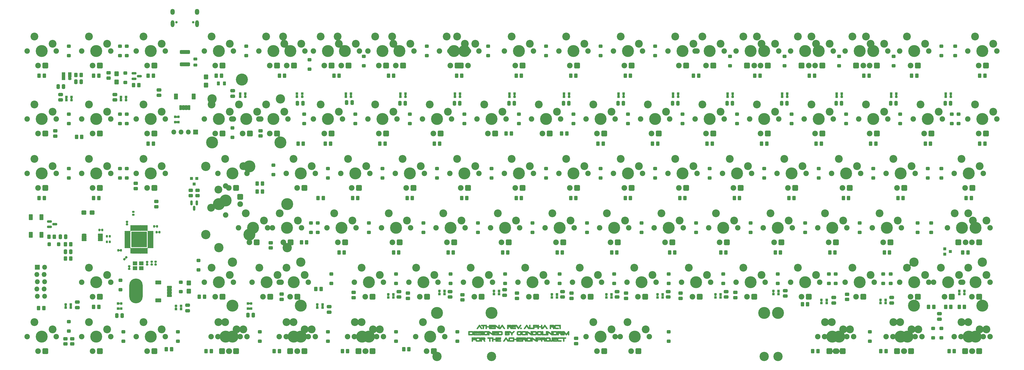
<source format=gbr>
%TF.GenerationSoftware,KiCad,Pcbnew,(6.0.0-0)*%
%TF.CreationDate,2022-01-01T21:21:08+01:00*%
%TF.ProjectId,athena,61746865-6e61-42e6-9b69-6361645f7063,V1.0.6*%
%TF.SameCoordinates,PX15cf7a1dPY4fa0663*%
%TF.FileFunction,Soldermask,Top*%
%TF.FilePolarity,Negative*%
%FSLAX46Y46*%
G04 Gerber Fmt 4.6, Leading zero omitted, Abs format (unit mm)*
G04 Created by KiCad (PCBNEW (6.0.0-0)) date 2022-01-01 21:21:08*
%MOMM*%
%LPD*%
G01*
G04 APERTURE LIST*
G04 Aperture macros list*
%AMRoundRect*
0 Rectangle with rounded corners*
0 $1 Rounding radius*
0 $2 $3 $4 $5 $6 $7 $8 $9 X,Y pos of 4 corners*
0 Add a 4 corners polygon primitive as box body*
4,1,4,$2,$3,$4,$5,$6,$7,$8,$9,$2,$3,0*
0 Add four circle primitives for the rounded corners*
1,1,$1+$1,$2,$3*
1,1,$1+$1,$4,$5*
1,1,$1+$1,$6,$7*
1,1,$1+$1,$8,$9*
0 Add four rect primitives between the rounded corners*
20,1,$1+$1,$2,$3,$4,$5,0*
20,1,$1+$1,$4,$5,$6,$7,0*
20,1,$1+$1,$6,$7,$8,$9,0*
20,1,$1+$1,$8,$9,$2,$3,0*%
G04 Aperture macros list end*
%ADD10C,0.120000*%
%ADD11RoundRect,0.350000X0.350000X-0.250000X0.350000X0.250000X-0.350000X0.250000X-0.350000X-0.250000X0*%
%ADD12C,4.187800*%
%ADD13C,1.901800*%
%ADD14C,2.740000*%
%ADD15RoundRect,0.275000X-0.175000X-0.175000X0.175000X-0.175000X0.175000X0.175000X-0.175000X0.175000X0*%
%ADD16RoundRect,0.100000X-0.350000X-0.350000X0.350000X-0.350000X0.350000X0.350000X-0.350000X0.350000X0*%
%ADD17RoundRect,0.350000X0.250000X0.350000X-0.250000X0.350000X-0.250000X-0.350000X0.250000X-0.350000X0*%
%ADD18RoundRect,0.100000X-0.775000X0.300000X-0.775000X-0.300000X0.775000X-0.300000X0.775000X0.300000X0*%
%ADD19C,0.600000*%
%ADD20RoundRect,0.100000X-0.900000X0.600000X-0.900000X-0.600000X0.900000X-0.600000X0.900000X0.600000X0*%
%ADD21RoundRect,0.350000X0.475000X-0.250000X0.475000X0.250000X-0.475000X0.250000X-0.475000X-0.250000X0*%
%ADD22RoundRect,0.350000X0.262500X0.450000X-0.262500X0.450000X-0.262500X-0.450000X0.262500X-0.450000X0*%
%ADD23C,1.978000*%
%ADD24RoundRect,0.277800X-0.711200X-0.711200X0.711200X-0.711200X0.711200X0.711200X-0.711200X0.711200X0*%
%ADD25RoundRect,0.350000X-0.262500X-0.450000X0.262500X-0.450000X0.262500X0.450000X-0.262500X0.450000X0*%
%ADD26RoundRect,0.350000X-0.350000X0.250000X-0.350000X-0.250000X0.350000X-0.250000X0.350000X0.250000X0*%
%ADD27RoundRect,0.350000X-0.475000X0.250000X-0.475000X-0.250000X0.475000X-0.250000X0.475000X0.250000X0*%
%ADD28RoundRect,0.350000X-0.250000X-0.475000X0.250000X-0.475000X0.250000X0.475000X-0.250000X0.475000X0*%
%ADD29RoundRect,0.277800X0.711200X0.711200X-0.711200X0.711200X-0.711200X-0.711200X0.711200X-0.711200X0*%
%ADD30RoundRect,0.350000X-0.450000X0.262500X-0.450000X-0.262500X0.450000X-0.262500X0.450000X0.262500X0*%
%ADD31RoundRect,0.250000X-0.150000X0.587500X-0.150000X-0.587500X0.150000X-0.587500X0.150000X0.587500X0*%
%ADD32RoundRect,0.275000X0.175000X0.175000X-0.175000X0.175000X-0.175000X-0.175000X0.175000X-0.175000X0*%
%ADD33RoundRect,0.100000X0.350000X0.350000X-0.350000X0.350000X-0.350000X-0.350000X0.350000X-0.350000X0*%
%ADD34RoundRect,0.100000X0.550000X-0.900000X0.550000X0.900000X-0.550000X0.900000X-0.550000X-0.900000X0*%
%ADD35RoundRect,0.275000X0.175000X-0.175000X0.175000X0.175000X-0.175000X0.175000X-0.175000X-0.175000X0*%
%ADD36RoundRect,0.100000X0.350000X-0.350000X0.350000X0.350000X-0.350000X0.350000X-0.350000X-0.350000X0*%
%ADD37C,3.248000*%
%ADD38RoundRect,0.350000X0.450000X-0.262500X0.450000X0.262500X-0.450000X0.262500X-0.450000X-0.262500X0*%
%ADD39RoundRect,0.100000X-0.762000X-0.762000X0.762000X-0.762000X0.762000X0.762000X-0.762000X0.762000X0*%
%ADD40O,1.724000X1.724000*%
%ADD41RoundRect,0.350000X0.425000X-0.537500X0.425000X0.537500X-0.425000X0.537500X-0.425000X-0.537500X0*%
%ADD42RoundRect,0.235000X0.185000X-0.135000X0.185000X0.135000X-0.185000X0.135000X-0.185000X-0.135000X0*%
%ADD43RoundRect,0.350000X0.537500X0.425000X-0.537500X0.425000X-0.537500X-0.425000X0.537500X-0.425000X0*%
%ADD44RoundRect,0.100000X0.300000X0.775000X-0.300000X0.775000X-0.300000X-0.775000X0.300000X-0.775000X0*%
%ADD45RoundRect,0.100000X0.600000X0.900000X-0.600000X0.900000X-0.600000X-0.900000X0.600000X-0.900000X0*%
%ADD46RoundRect,0.100000X0.700000X0.600000X-0.700000X0.600000X-0.700000X-0.600000X0.700000X-0.600000X0*%
%ADD47RoundRect,0.240000X-0.170000X0.140000X-0.170000X-0.140000X0.170000X-0.140000X0.170000X0.140000X0*%
%ADD48RoundRect,0.240000X0.140000X0.170000X-0.140000X0.170000X-0.140000X-0.170000X0.140000X-0.170000X0*%
%ADD49RoundRect,0.350000X1.450000X-0.312500X1.450000X0.312500X-1.450000X0.312500X-1.450000X-0.312500X0*%
%ADD50RoundRect,0.350000X0.250000X0.475000X-0.250000X0.475000X-0.250000X-0.475000X0.250000X-0.475000X0*%
%ADD51RoundRect,0.250000X0.000000X-0.750000X0.000000X0.750000X0.000000X0.750000X0.000000X-0.750000X0*%
%ADD52RoundRect,0.100000X0.150000X-0.900000X0.150000X0.900000X-0.150000X0.900000X-0.150000X-0.900000X0*%
%ADD53RoundRect,0.100000X0.900000X0.150000X-0.900000X0.150000X-0.900000X-0.150000X0.900000X-0.150000X0*%
%ADD54C,0.800000*%
%ADD55RoundRect,0.100000X2.600000X-2.600000X2.600000X2.600000X-2.600000X2.600000X-2.600000X-2.600000X0*%
%ADD56O,4.700000X8.700000*%
%ADD57RoundRect,0.300000X-0.537500X0.000000X0.537500X0.000000X0.537500X0.000000X-0.537500X0.000000X0*%
%ADD58RoundRect,0.100000X-0.737500X-0.200000X0.737500X-0.200000X0.737500X0.200000X-0.737500X0.200000X0*%
%ADD59RoundRect,0.100000X-0.400000X0.450000X-0.400000X-0.450000X0.400000X-0.450000X0.400000X0.450000X0*%
%ADD60RoundRect,0.318750X-0.218750X-0.381250X0.218750X-0.381250X0.218750X0.381250X-0.218750X0.381250X0*%
%ADD61RoundRect,0.100000X-0.762000X0.762000X-0.762000X-0.762000X0.762000X-0.762000X0.762000X0.762000X0*%
%ADD62RoundRect,0.277800X0.711200X-0.711200X0.711200X0.711200X-0.711200X0.711200X-0.711200X-0.711200X0*%
%ADD63RoundRect,0.250000X-0.587500X-0.150000X0.587500X-0.150000X0.587500X0.150000X-0.587500X0.150000X0*%
%ADD64RoundRect,0.350000X-0.425000X0.537500X-0.425000X-0.537500X0.425000X-0.537500X0.425000X0.537500X0*%
%ADD65RoundRect,0.425000X0.205000X0.000000X-0.205000X0.000000X-0.205000X0.000000X0.205000X0.000000X0*%
%ADD66RoundRect,0.100000X0.530000X0.325000X-0.530000X0.325000X-0.530000X-0.325000X0.530000X-0.325000X0*%
%ADD67RoundRect,0.318750X0.381250X-0.218750X0.381250X0.218750X-0.381250X0.218750X-0.381250X-0.218750X0*%
%ADD68RoundRect,0.240000X-0.021213X0.219203X-0.219203X0.021213X0.021213X-0.219203X0.219203X-0.021213X0*%
%ADD69RoundRect,0.235000X0.135000X0.185000X-0.135000X0.185000X-0.135000X-0.185000X0.135000X-0.185000X0*%
%ADD70RoundRect,0.100000X-0.450000X-0.400000X0.450000X-0.400000X0.450000X0.400000X-0.450000X0.400000X0*%
%ADD71C,4.200000*%
%ADD72C,0.850000*%
%ADD73O,1.500000X2.100000*%
%ADD74O,1.300000X2.400000*%
G04 APERTURE END LIST*
D10*
%TO.C,SW35*%
X217836749Y-104766999D02*
G75*
G03*
X217836749Y-104766999I-508000J0D01*
G01*
%TO.C,SW41*%
X103536749Y-104766999D02*
G75*
G03*
X103536749Y-104766999I-508000J0D01*
G01*
%TO.C,SW55*%
X170211749Y-123816999D02*
G75*
G03*
X170211749Y-123816999I-508000J0D01*
G01*
%TO.C,SW60*%
X60674249Y-123816999D02*
G75*
G03*
X60674249Y-123816999I-508000J0D01*
G01*
%TO.C,SW104*%
X79724249Y-180966999D02*
G75*
G03*
X79724249Y-180966999I-508000J0D01*
G01*
%TO.C,SW2*%
X370236749Y-80954499D02*
G75*
G03*
X370236749Y-80954499I-508000J0D01*
G01*
%TO.C,SW56*%
X151161749Y-123816999D02*
G75*
G03*
X151161749Y-123816999I-508000J0D01*
G01*
%TO.C,SW48*%
X303561749Y-123816999D02*
G75*
G03*
X303561749Y-123816999I-508000J0D01*
G01*
%TO.C,SW5*%
X313086749Y-80954499D02*
G75*
G03*
X313086749Y-80954499I-508000J0D01*
G01*
%TO.C,SW72*%
X165449249Y-142866999D02*
G75*
G03*
X165449249Y-142866999I-508000J0D01*
G01*
%TO.C,SW19*%
X327374249Y-80954499D02*
G75*
G03*
X327374249Y-80954499I-508000J0D01*
G01*
%TO.C,SW86*%
X232124249Y-161916999D02*
G75*
G03*
X232124249Y-161916999I-508000J0D01*
G01*
%TO.C,SW59*%
X79724249Y-104766999D02*
G75*
G03*
X79724249Y-104766999I-508000J0D01*
G01*
%TO.C,SW84*%
X270224249Y-161916999D02*
G75*
G03*
X270224249Y-161916999I-508000J0D01*
G01*
%TO.C,SW29*%
X332136749Y-104766999D02*
G75*
G03*
X332136749Y-104766999I-508000J0D01*
G01*
%TO.C,SW85*%
X251174249Y-161916999D02*
G75*
G03*
X251174249Y-161916999I-508000J0D01*
G01*
%TO.C,SW9*%
X227361749Y-80954499D02*
G75*
G03*
X227361749Y-80954499I-508000J0D01*
G01*
%TO.C,SW23*%
X185689874Y-80954499D02*
G75*
G03*
X185689874Y-80954499I-508000J0D01*
G01*
%TO.C,SW33*%
X255936749Y-104766999D02*
G75*
G03*
X255936749Y-104766999I-508000J0D01*
G01*
%TO.C,SW15*%
X103536749Y-80954499D02*
G75*
G03*
X103536749Y-80954499I-508000J0D01*
G01*
%TO.C,SW17*%
X60674249Y-80954499D02*
G75*
G03*
X60674249Y-80954499I-508000J0D01*
G01*
%TO.C,SW73*%
X146399249Y-142866999D02*
G75*
G03*
X146399249Y-142866999I-508000J0D01*
G01*
%TO.C,SW21*%
X289297222Y-80954499D02*
G75*
G03*
X289297222Y-80954499I-508000J0D01*
G01*
%TO.C,SW63*%
X336899249Y-142866999D02*
G75*
G03*
X336899249Y-142866999I-508000J0D01*
G01*
%TO.C,SW39*%
X141636749Y-104766999D02*
G75*
G03*
X141636749Y-104766999I-508000J0D01*
G01*
%TO.C,SW32*%
X274986749Y-104766999D02*
G75*
G03*
X274986749Y-104766999I-508000J0D01*
G01*
%TO.C,SW83*%
X289274249Y-161916999D02*
G75*
G03*
X289274249Y-161916999I-508000J0D01*
G01*
%TO.C,SW24*%
X166639874Y-80954499D02*
G75*
G03*
X166639874Y-80954499I-508000J0D01*
G01*
%TO.C,SW62*%
X356742999Y-140326999D02*
G75*
G03*
X356742999Y-140326999I-508000J0D01*
G01*
%TO.C,SW68*%
X241649249Y-142866999D02*
G75*
G03*
X241649249Y-142866999I-508000J0D01*
G01*
%TO.C,SW71*%
X184499249Y-142866999D02*
G75*
G03*
X184499249Y-142866999I-508000J0D01*
G01*
%TO.C,SW105*%
X60674249Y-180966999D02*
G75*
G03*
X60674249Y-180966999I-508000J0D01*
G01*
%TO.C,SW16*%
X79724249Y-80954499D02*
G75*
G03*
X79724249Y-80954499I-508000J0D01*
G01*
%TO.C,SW70*%
X203549249Y-142866999D02*
G75*
G03*
X203549249Y-142866999I-508000J0D01*
G01*
%TO.C,SW80*%
X346424249Y-161916999D02*
G75*
G03*
X346424249Y-161916999I-508000J0D01*
G01*
%TO.C,SW51*%
X246411749Y-123816999D02*
G75*
G03*
X246411749Y-123816999I-508000J0D01*
G01*
%TO.C,SW27*%
X370236749Y-104766999D02*
G75*
G03*
X370236749Y-104766999I-508000J0D01*
G01*
%TO.C,SW25*%
X147590622Y-80954499D02*
G75*
G03*
X147590622Y-80954499I-508000J0D01*
G01*
%TO.C,SW42*%
X60674249Y-104766999D02*
G75*
G03*
X60674249Y-104766999I-508000J0D01*
G01*
%TO.C,SW81*%
X327374249Y-161916999D02*
G75*
G03*
X327374249Y-161916999I-508000J0D01*
G01*
%TO.C,SW106*%
X41624249Y-180966999D02*
G75*
G03*
X41624249Y-180966999I-508000J0D01*
G01*
%TO.C,SW14*%
X122586749Y-80954499D02*
G75*
G03*
X122586749Y-80954499I-508000J0D01*
G01*
%TO.C,SW61*%
X41624249Y-123816999D02*
G75*
G03*
X41624249Y-123816999I-508000J0D01*
G01*
%TO.C,SW52*%
X227361749Y-123816999D02*
G75*
G03*
X227361749Y-123816999I-508000J0D01*
G01*
%TO.C,SW7*%
X274986749Y-80954499D02*
G75*
G03*
X274986749Y-80954499I-508000J0D01*
G01*
%TO.C,SW31*%
X294036749Y-104766999D02*
G75*
G03*
X294036749Y-104766999I-508000J0D01*
G01*
%TO.C,SW50*%
X265461749Y-123816999D02*
G75*
G03*
X265461749Y-123816999I-508000J0D01*
G01*
%TO.C,SW13*%
X141636749Y-80954499D02*
G75*
G03*
X141636749Y-80954499I-508000J0D01*
G01*
%TO.C,SW88*%
X194024249Y-161916999D02*
G75*
G03*
X194024249Y-161916999I-508000J0D01*
G01*
%TO.C,SW65*%
X298799249Y-142866999D02*
G75*
G03*
X298799249Y-142866999I-508000J0D01*
G01*
%TO.C,SW89*%
X174974249Y-161916999D02*
G75*
G03*
X174974249Y-161916999I-508000J0D01*
G01*
%TO.C,SW34*%
X236886749Y-104766999D02*
G75*
G03*
X236886749Y-104766999I-508000J0D01*
G01*
%TO.C,SW38*%
X160686749Y-104766999D02*
G75*
G03*
X160686749Y-104766999I-508000J0D01*
G01*
%TO.C,SW67*%
X260699249Y-142866999D02*
G75*
G03*
X260699249Y-142866999I-508000J0D01*
G01*
%TO.C,SW82*%
X308324249Y-161916999D02*
G75*
G03*
X308324249Y-161916999I-508000J0D01*
G01*
%TO.C,SW3*%
X346424249Y-80954499D02*
G75*
G03*
X346424249Y-80954499I-508000J0D01*
G01*
%TO.C,SW87*%
X213074249Y-161916999D02*
G75*
G03*
X213074249Y-161916999I-508000J0D01*
G01*
%TO.C,SW11*%
X189261749Y-80954499D02*
G75*
G03*
X189261749Y-80954499I-508000J0D01*
G01*
%TO.C,SW108*%
X341661749Y-180966999D02*
G75*
G03*
X341661749Y-180966999I-508000J0D01*
G01*
%TO.C,SW92*%
X103536749Y-161916999D02*
G75*
G03*
X103536749Y-161916999I-508000J0D01*
G01*
%TO.C,SW90*%
X155924249Y-161916999D02*
G75*
G03*
X155924249Y-161916999I-508000J0D01*
G01*
%TO.C,SW46*%
X341661749Y-123816999D02*
G75*
G03*
X341661749Y-123816999I-508000J0D01*
G01*
%TO.C,SW28*%
X351186749Y-104766999D02*
G75*
G03*
X351186749Y-104766999I-508000J0D01*
G01*
%TO.C,SW93*%
X60674249Y-161916999D02*
G75*
G03*
X60674249Y-161916999I-508000J0D01*
G01*
%TO.C,SW12*%
X160686749Y-80954499D02*
G75*
G03*
X160686749Y-80954499I-508000J0D01*
G01*
%TO.C,SW53*%
X208311749Y-123816999D02*
G75*
G03*
X208311749Y-123816999I-508000J0D01*
G01*
%TO.C,SW44*%
X122586749Y-104766999D02*
G75*
G03*
X122586749Y-104766999I-508000J0D01*
G01*
%TO.C,SW37*%
X179736749Y-104766999D02*
G75*
G03*
X179736749Y-104766999I-508000J0D01*
G01*
%TO.C,SW10*%
X208311749Y-80954499D02*
G75*
G03*
X208311749Y-80954499I-508000J0D01*
G01*
%TO.C,SW112*%
X132111749Y-180966999D02*
G75*
G03*
X132111749Y-180966999I-508000J0D01*
G01*
%TO.C,SW54*%
X189261749Y-123816999D02*
G75*
G03*
X189261749Y-123816999I-508000J0D01*
G01*
%TO.C,SW64*%
X317849249Y-142866999D02*
G75*
G03*
X317849249Y-142866999I-508000J0D01*
G01*
%TO.C,SW66*%
X279749249Y-142866999D02*
G75*
G03*
X279749249Y-142866999I-508000J0D01*
G01*
%TO.C,SW4*%
X332136749Y-80954499D02*
G75*
G03*
X332136749Y-80954499I-508000J0D01*
G01*
%TO.C,SW6*%
X294036749Y-80954499D02*
G75*
G03*
X294036749Y-80954499I-508000J0D01*
G01*
%TO.C,SW30*%
X313086749Y-104766999D02*
G75*
G03*
X313086749Y-104766999I-508000J0D01*
G01*
%TO.C,SW8*%
X246411749Y-80954499D02*
G75*
G03*
X246411749Y-80954499I-508000J0D01*
G01*
%TO.C,SW26*%
X128540622Y-80954499D02*
G75*
G03*
X128540622Y-80954499I-508000J0D01*
G01*
%TO.C,SW43*%
X41624249Y-104766999D02*
G75*
G03*
X41624249Y-104766999I-508000J0D01*
G01*
%TO.C,SW36*%
X198786749Y-104766999D02*
G75*
G03*
X198786749Y-104766999I-508000J0D01*
G01*
%TO.C,SW57*%
X132111749Y-123816999D02*
G75*
G03*
X132111749Y-123816999I-508000J0D01*
G01*
%TO.C,SW69*%
X222599249Y-142866999D02*
G75*
G03*
X222599249Y-142866999I-508000J0D01*
G01*
%TO.C,SW74*%
X127349249Y-142866999D02*
G75*
G03*
X127349249Y-142866999I-508000J0D01*
G01*
%TO.C,GR6*%
G36*
X199148955Y-182477064D02*
G01*
X199148989Y-182388309D01*
X199149000Y-182316374D01*
X199149000Y-182047080D01*
X199674885Y-182047080D01*
X199679944Y-182048286D01*
X199695034Y-182049332D01*
X199720026Y-182050218D01*
X199754790Y-182050941D01*
X199799197Y-182051498D01*
X199853116Y-182051888D01*
X199916420Y-182052109D01*
X199972124Y-182052161D01*
X200042644Y-182052075D01*
X200103882Y-182051817D01*
X200155707Y-182051389D01*
X200197990Y-182050795D01*
X200230602Y-182050036D01*
X200253413Y-182049114D01*
X200266294Y-182048032D01*
X200269364Y-182047080D01*
X200264305Y-182045875D01*
X200249215Y-182044828D01*
X200224223Y-182043942D01*
X200189459Y-182043219D01*
X200145052Y-182042662D01*
X200091133Y-182042272D01*
X200027829Y-182042052D01*
X199972124Y-182041999D01*
X199901604Y-182042086D01*
X199840367Y-182042343D01*
X199788542Y-182042771D01*
X199746259Y-182043365D01*
X199713647Y-182044124D01*
X199690836Y-182045046D01*
X199677955Y-182046128D01*
X199674885Y-182047080D01*
X199149000Y-182047080D01*
X199149000Y-181663463D01*
X199162691Y-181640174D01*
X199185175Y-181610259D01*
X199213179Y-181586209D01*
X199240948Y-181571453D01*
X199245186Y-181569942D01*
X199250010Y-181568599D01*
X199256007Y-181567412D01*
X199263763Y-181566373D01*
X199273867Y-181565472D01*
X199286906Y-181564698D01*
X199303466Y-181564043D01*
X199324136Y-181563496D01*
X199349502Y-181563048D01*
X199380152Y-181562688D01*
X199416673Y-181562408D01*
X199459653Y-181562197D01*
X199509678Y-181562046D01*
X199567336Y-181561945D01*
X199633215Y-181561884D01*
X199707901Y-181561853D01*
X199791982Y-181561843D01*
X199910568Y-181561843D01*
X199991908Y-181561862D01*
X200064342Y-181561932D01*
X200128500Y-181562084D01*
X200185010Y-181562349D01*
X200234500Y-181562757D01*
X200277598Y-181563340D01*
X200314933Y-181564128D01*
X200347134Y-181565152D01*
X200374828Y-181566444D01*
X200398645Y-181568034D01*
X200419212Y-181569953D01*
X200437158Y-181572231D01*
X200453112Y-181574901D01*
X200467701Y-181577993D01*
X200481555Y-181581538D01*
X200495301Y-181585566D01*
X200509569Y-181590109D01*
X200524986Y-181595197D01*
X200529780Y-181596785D01*
X200579333Y-181613181D01*
X200592619Y-181599313D01*
X200605110Y-181589125D01*
X200622196Y-181578555D01*
X200631984Y-181573644D01*
X200639099Y-181570532D01*
X200646018Y-181568021D01*
X200653873Y-181566048D01*
X200663792Y-181564547D01*
X200676906Y-181563454D01*
X200694346Y-181562704D01*
X200717242Y-181562232D01*
X200746724Y-181561975D01*
X200783922Y-181561866D01*
X200829966Y-181561843D01*
X201018814Y-181561843D01*
X201045510Y-181574546D01*
X201053260Y-181579159D01*
X201064593Y-181587446D01*
X201079937Y-181599784D01*
X201099721Y-181616553D01*
X201124373Y-181638131D01*
X201154323Y-181664898D01*
X201189999Y-181697231D01*
X201231829Y-181735510D01*
X201280243Y-181780114D01*
X201324402Y-181820975D01*
X201367114Y-181860530D01*
X201407661Y-181898023D01*
X201445423Y-181932887D01*
X201479784Y-181964552D01*
X201510125Y-181992452D01*
X201535828Y-182016019D01*
X201556276Y-182034684D01*
X201570850Y-182047881D01*
X201578933Y-182055041D01*
X201580386Y-182056200D01*
X201584655Y-182053089D01*
X201595747Y-182043612D01*
X201613047Y-182028328D01*
X201635938Y-182007794D01*
X201663807Y-181982568D01*
X201696037Y-181953209D01*
X201732013Y-181920275D01*
X201771120Y-181884323D01*
X201812743Y-181845912D01*
X201837541Y-181822962D01*
X201890508Y-181773972D01*
X201936587Y-181731542D01*
X201976269Y-181695240D01*
X202010042Y-181664636D01*
X202038395Y-181639298D01*
X202061816Y-181618796D01*
X202080795Y-181602700D01*
X202095820Y-181590577D01*
X202107381Y-181581998D01*
X202115966Y-181576531D01*
X202118854Y-181575034D01*
X202146799Y-181561843D01*
X202322094Y-181561843D01*
X202373274Y-181561901D01*
X202415424Y-181562202D01*
X202449679Y-181562934D01*
X202477170Y-181564287D01*
X202499030Y-181566450D01*
X202516392Y-181569612D01*
X202530390Y-181573963D01*
X202542156Y-181579691D01*
X202552822Y-181586986D01*
X202563522Y-181596038D01*
X202571645Y-181603526D01*
X202595784Y-181631903D01*
X202610843Y-181663876D01*
X202617336Y-181700661D01*
X202617690Y-181712749D01*
X202617769Y-181723078D01*
X202617731Y-181732357D01*
X202617163Y-181741038D01*
X202615651Y-181749575D01*
X202612785Y-181758418D01*
X202608150Y-181768021D01*
X202601334Y-181778834D01*
X202591923Y-181791311D01*
X202579506Y-181805902D01*
X202563670Y-181823062D01*
X202544001Y-181843240D01*
X202520087Y-181866891D01*
X202491515Y-181894465D01*
X202457873Y-181926414D01*
X202418746Y-181963192D01*
X202373724Y-182005250D01*
X202322393Y-182053039D01*
X202264339Y-182107013D01*
X202220468Y-182147799D01*
X201850656Y-182491669D01*
X201848838Y-182722855D01*
X201847019Y-182954041D01*
X201833694Y-182981987D01*
X201813036Y-183015381D01*
X201785772Y-183041726D01*
X201760883Y-183057368D01*
X201735237Y-183070905D01*
X201587888Y-183070905D01*
X201544587Y-183070851D01*
X201510158Y-183070643D01*
X201483310Y-183070206D01*
X201462753Y-183069468D01*
X201447198Y-183068356D01*
X201435353Y-183066798D01*
X201425929Y-183064720D01*
X201417635Y-183062051D01*
X201415276Y-183061162D01*
X201387584Y-183046058D01*
X201361490Y-183023910D01*
X201340145Y-182997718D01*
X201330573Y-182980533D01*
X201327750Y-182974126D01*
X201325403Y-182967866D01*
X201323478Y-182960783D01*
X201321923Y-182951907D01*
X201320687Y-182940269D01*
X201319717Y-182924896D01*
X201318962Y-182904820D01*
X201318370Y-182879071D01*
X201317888Y-182846678D01*
X201317465Y-182806670D01*
X201317048Y-182758079D01*
X201316768Y-182722855D01*
X201314942Y-182491669D01*
X201060177Y-182256485D01*
X200805411Y-182021300D01*
X200802357Y-182078649D01*
X200799175Y-182121442D01*
X200794221Y-182157544D01*
X200786830Y-182190364D01*
X200776337Y-182223313D01*
X200771755Y-182235649D01*
X200756942Y-182274328D01*
X200776847Y-182313249D01*
X200787080Y-182333953D01*
X200795345Y-182352874D01*
X200801848Y-182371422D01*
X200806794Y-182391011D01*
X200810388Y-182413053D01*
X200812835Y-182438960D01*
X200814342Y-182470145D01*
X200815112Y-182508021D01*
X200815352Y-182553999D01*
X200815342Y-182578046D01*
X200815257Y-182621441D01*
X200815082Y-182656070D01*
X200814717Y-182683329D01*
X200814061Y-182704614D01*
X200813015Y-182721320D01*
X200811478Y-182734844D01*
X200809349Y-182746581D01*
X200806529Y-182757928D01*
X200802918Y-182770281D01*
X200801109Y-182776206D01*
X200778140Y-182835049D01*
X200747229Y-182887575D01*
X200708436Y-182933725D01*
X200661826Y-182973441D01*
X200607460Y-183006666D01*
X200545401Y-183033341D01*
X200513253Y-183043699D01*
X200499355Y-183047739D01*
X200486539Y-183051348D01*
X200474178Y-183054552D01*
X200461645Y-183057377D01*
X200448314Y-183059847D01*
X200433557Y-183061989D01*
X200416749Y-183063829D01*
X200397262Y-183065393D01*
X200374471Y-183066705D01*
X200347747Y-183067792D01*
X200316466Y-183068680D01*
X200279999Y-183069395D01*
X200237721Y-183069961D01*
X200189004Y-183070406D01*
X200133223Y-183070754D01*
X200069750Y-183071032D01*
X199997959Y-183071265D01*
X199917223Y-183071479D01*
X199832397Y-183071686D01*
X199741597Y-183071885D01*
X199660453Y-183072014D01*
X199588458Y-183072067D01*
X199525103Y-183072040D01*
X199469884Y-183071929D01*
X199422293Y-183071728D01*
X199381823Y-183071434D01*
X199347968Y-183071041D01*
X199320221Y-183070545D01*
X199298075Y-183069942D01*
X199281023Y-183069227D01*
X199268559Y-183068395D01*
X199260176Y-183067441D01*
X199255701Y-183066476D01*
X199227126Y-183055269D01*
X199204845Y-183041383D01*
X199185743Y-183023268D01*
X199180451Y-183017740D01*
X199175689Y-183013122D01*
X199171429Y-183008881D01*
X199167644Y-183004482D01*
X199164305Y-182999393D01*
X199161385Y-182993077D01*
X199158857Y-182985003D01*
X199156692Y-182974636D01*
X199154862Y-182961443D01*
X199153341Y-182944888D01*
X199152099Y-182924440D01*
X199151110Y-182899563D01*
X199150346Y-182869723D01*
X199149778Y-182834388D01*
X199149380Y-182793023D01*
X199149123Y-182745094D01*
X199148980Y-182690068D01*
X199148923Y-182627410D01*
X199148924Y-182590749D01*
X199674885Y-182590749D01*
X200284607Y-182590749D01*
X200284607Y-182534858D01*
X199674885Y-182534858D01*
X199674885Y-182590749D01*
X199148924Y-182590749D01*
X199148924Y-182556587D01*
X199148955Y-182477064D01*
G37*
G36*
X187502572Y-183853381D02*
G01*
X187519035Y-183824130D01*
X187538640Y-183802166D01*
X187564136Y-183784620D01*
X187572920Y-183780001D01*
X187604014Y-183764464D01*
X188257748Y-183764464D01*
X188355112Y-183764447D01*
X188442843Y-183764416D01*
X188521468Y-183764404D01*
X188591517Y-183764440D01*
X188653518Y-183764556D01*
X188707998Y-183764783D01*
X188755488Y-183765151D01*
X188796514Y-183765691D01*
X188831606Y-183766436D01*
X188861291Y-183767414D01*
X188886099Y-183768658D01*
X188906558Y-183770199D01*
X188923195Y-183772067D01*
X188936540Y-183774293D01*
X188947121Y-183776909D01*
X188955467Y-183779945D01*
X188962105Y-183783432D01*
X188967564Y-183787401D01*
X188972373Y-183791884D01*
X188977060Y-183796910D01*
X188982154Y-183802512D01*
X188986624Y-183807175D01*
X189000209Y-183821351D01*
X189011252Y-183833816D01*
X189017399Y-183841912D01*
X189017454Y-183842007D01*
X189020548Y-183845778D01*
X189025354Y-183846684D01*
X189033725Y-183844205D01*
X189047516Y-183837823D01*
X189065723Y-183828507D01*
X189129526Y-183800854D01*
X189200014Y-183780723D01*
X189246187Y-183772168D01*
X189261520Y-183770672D01*
X189286098Y-183769320D01*
X189319004Y-183768111D01*
X189359322Y-183767045D01*
X189406134Y-183766123D01*
X189458526Y-183765344D01*
X189515579Y-183764707D01*
X189576378Y-183764214D01*
X189640007Y-183763862D01*
X189705547Y-183763653D01*
X189772085Y-183763586D01*
X189838702Y-183763661D01*
X189904482Y-183763877D01*
X189968509Y-183764235D01*
X190029866Y-183764734D01*
X190087637Y-183765374D01*
X190140906Y-183766154D01*
X190188755Y-183767075D01*
X190230269Y-183768137D01*
X190264530Y-183769339D01*
X190290623Y-183770681D01*
X190307631Y-183772162D01*
X190309400Y-183772405D01*
X190383254Y-183787499D01*
X190450003Y-183809811D01*
X190509736Y-183839382D01*
X190562543Y-183876254D01*
X190591298Y-183902255D01*
X190620514Y-183931324D01*
X190620514Y-183911990D01*
X190625350Y-183878084D01*
X190639022Y-183845016D01*
X190660276Y-183814827D01*
X190687856Y-183789560D01*
X190701043Y-183780897D01*
X190724675Y-183767004D01*
X191293749Y-183765485D01*
X191396654Y-183765262D01*
X191490619Y-183765166D01*
X191575515Y-183765197D01*
X191651210Y-183765352D01*
X191717576Y-183765633D01*
X191774482Y-183766037D01*
X191821798Y-183766565D01*
X191859394Y-183767215D01*
X191887140Y-183767986D01*
X191904906Y-183768878D01*
X191909139Y-183769263D01*
X191983568Y-183781856D01*
X192051516Y-183801767D01*
X192112746Y-183828814D01*
X192167021Y-183862818D01*
X192214103Y-183903597D01*
X192253754Y-183950970D01*
X192285737Y-184004757D01*
X192309814Y-184064777D01*
X192313497Y-184076946D01*
X192317124Y-184090196D01*
X192319916Y-184102639D01*
X192321982Y-184115849D01*
X192323429Y-184131399D01*
X192324365Y-184150862D01*
X192324900Y-184175812D01*
X192325140Y-184207822D01*
X192325195Y-184247160D01*
X192325015Y-184293585D01*
X192324288Y-184331539D01*
X192322736Y-184362710D01*
X192320079Y-184388788D01*
X192316039Y-184411459D01*
X192310336Y-184432412D01*
X192302691Y-184453334D01*
X192292825Y-184475915D01*
X192284459Y-184493589D01*
X192253706Y-184545931D01*
X192214818Y-184593151D01*
X192169121Y-184633837D01*
X192126521Y-184661886D01*
X192100602Y-184676510D01*
X192204175Y-184873388D01*
X192233950Y-184930356D01*
X192258812Y-184978737D01*
X192278878Y-185018771D01*
X192294265Y-185050701D01*
X192305092Y-185074768D01*
X192311475Y-185091214D01*
X192313194Y-185097385D01*
X192315369Y-185132746D01*
X192308496Y-185167484D01*
X192293636Y-185199922D01*
X192271849Y-185228383D01*
X192244193Y-185251187D01*
X192211729Y-185266657D01*
X192205034Y-185268648D01*
X192192985Y-185270342D01*
X192171358Y-185271609D01*
X192140728Y-185272437D01*
X192101668Y-185272812D01*
X192054755Y-185272722D01*
X192031480Y-185272528D01*
X191878066Y-185270985D01*
X191850837Y-185255904D01*
X191832659Y-185244048D01*
X191815595Y-185230019D01*
X191807649Y-185221821D01*
X191802226Y-185213677D01*
X191792655Y-185197434D01*
X191779446Y-185174027D01*
X191763106Y-185144389D01*
X191744147Y-185109454D01*
X191723076Y-185070155D01*
X191700403Y-185027427D01*
X191676638Y-184982203D01*
X191669744Y-184969002D01*
X191547800Y-184735183D01*
X191348370Y-184735060D01*
X191148940Y-184734938D01*
X191148890Y-184947070D01*
X191148841Y-185159202D01*
X191136608Y-185185476D01*
X191116869Y-185216857D01*
X191090233Y-185242831D01*
X191058938Y-185261294D01*
X191053626Y-185263419D01*
X191044862Y-185266507D01*
X191036139Y-185268913D01*
X191026142Y-185270707D01*
X191013558Y-185271956D01*
X190997072Y-185272729D01*
X190975370Y-185273092D01*
X190947138Y-185273115D01*
X190911063Y-185272864D01*
X190877445Y-185272532D01*
X190729756Y-185270985D01*
X190704351Y-185257466D01*
X190671276Y-185234575D01*
X190646252Y-185205618D01*
X190629646Y-185171138D01*
X190622244Y-185136257D01*
X190619037Y-185105565D01*
X190590559Y-185134303D01*
X190551457Y-185169214D01*
X190508385Y-185198539D01*
X190459863Y-185223028D01*
X190404414Y-185243433D01*
X190343599Y-185259808D01*
X190335679Y-185261580D01*
X190327725Y-185263148D01*
X190319076Y-185264525D01*
X190309075Y-185265727D01*
X190297061Y-185266770D01*
X190282377Y-185267669D01*
X190264363Y-185268439D01*
X190242360Y-185269097D01*
X190215710Y-185269658D01*
X190183752Y-185270136D01*
X190145829Y-185270549D01*
X190101282Y-185270910D01*
X190049451Y-185271236D01*
X189989677Y-185271541D01*
X189921301Y-185271842D01*
X189843666Y-185272155D01*
X189812633Y-185272275D01*
X189726103Y-185272590D01*
X189649068Y-185272813D01*
X189580861Y-185272925D01*
X189520816Y-185272903D01*
X189468266Y-185272730D01*
X189422545Y-185272383D01*
X189382985Y-185271844D01*
X189348920Y-185271091D01*
X189319683Y-185270104D01*
X189294607Y-185268864D01*
X189273026Y-185267349D01*
X189254274Y-185265540D01*
X189237682Y-185263416D01*
X189222586Y-185260958D01*
X189208317Y-185258144D01*
X189194209Y-185254954D01*
X189187205Y-185253261D01*
X189120232Y-185232492D01*
X189059825Y-185204831D01*
X189006405Y-185170589D01*
X188960395Y-185130078D01*
X188922217Y-185083608D01*
X188895385Y-185037935D01*
X188877412Y-184997468D01*
X188864418Y-184958141D01*
X188855663Y-184916850D01*
X188850412Y-184870489D01*
X188848748Y-184841639D01*
X188845833Y-184773045D01*
X188019491Y-184775703D01*
X188017992Y-184967453D01*
X188017582Y-185016858D01*
X188017161Y-185057177D01*
X188016667Y-185089486D01*
X188016039Y-185114862D01*
X188015217Y-185134380D01*
X188014139Y-185149118D01*
X188012744Y-185160150D01*
X188010971Y-185168553D01*
X188008759Y-185175404D01*
X188006047Y-185181778D01*
X188005794Y-185182325D01*
X187984863Y-185216253D01*
X187956969Y-185243671D01*
X187935654Y-185257338D01*
X187909792Y-185270985D01*
X187759902Y-185272135D01*
X187716516Y-185272427D01*
X187682006Y-185272519D01*
X187655088Y-185272344D01*
X187634478Y-185271837D01*
X187618890Y-185270930D01*
X187607040Y-185269558D01*
X187597644Y-185267654D01*
X187589416Y-185265152D01*
X187583738Y-185263037D01*
X187553935Y-185246472D01*
X187527395Y-185222296D01*
X187506757Y-185193045D01*
X187502940Y-185185476D01*
X187490707Y-185159202D01*
X187490707Y-184515607D01*
X189375665Y-184515607D01*
X189375726Y-184567395D01*
X189375902Y-184616102D01*
X189376181Y-184660786D01*
X189376552Y-184700504D01*
X189377002Y-184734314D01*
X189377522Y-184761273D01*
X189378098Y-184780438D01*
X189378720Y-184790868D01*
X189379053Y-184792522D01*
X189384548Y-184793056D01*
X189399428Y-184793563D01*
X189422916Y-184794038D01*
X189454233Y-184794475D01*
X189492603Y-184794865D01*
X189537249Y-184795204D01*
X189587392Y-184795484D01*
X189642256Y-184795699D01*
X189701064Y-184795842D01*
X189763038Y-184795907D01*
X189780453Y-184795910D01*
X190178466Y-184795910D01*
X190178466Y-184247160D01*
X191148940Y-184247160D01*
X191154001Y-184248319D01*
X191169110Y-184249332D01*
X191194153Y-184250196D01*
X191229015Y-184250911D01*
X191273584Y-184251475D01*
X191327745Y-184251886D01*
X191391385Y-184252141D01*
X191464390Y-184252240D01*
X191474125Y-184252241D01*
X191548287Y-184252162D01*
X191613099Y-184251926D01*
X191668446Y-184251535D01*
X191714215Y-184250990D01*
X191750291Y-184250294D01*
X191776562Y-184249447D01*
X191792913Y-184248453D01*
X191799231Y-184247312D01*
X191799310Y-184247160D01*
X191794248Y-184246001D01*
X191779139Y-184244989D01*
X191754097Y-184244124D01*
X191719235Y-184243409D01*
X191674666Y-184242845D01*
X191620505Y-184242435D01*
X191556865Y-184242179D01*
X191483860Y-184242080D01*
X191474125Y-184242079D01*
X191399962Y-184242158D01*
X191335151Y-184242394D01*
X191279804Y-184242786D01*
X191234035Y-184243330D01*
X191197959Y-184244027D01*
X191171688Y-184244873D01*
X191155337Y-184245867D01*
X191149018Y-184247008D01*
X191148940Y-184247160D01*
X190178466Y-184247160D01*
X190178466Y-184242079D01*
X189375665Y-184242079D01*
X189375665Y-184515607D01*
X187490707Y-184515607D01*
X187490707Y-184292827D01*
X188019034Y-184292827D01*
X188416623Y-184294160D01*
X188479686Y-184294386D01*
X188540083Y-184294632D01*
X188597002Y-184294891D01*
X188649631Y-184295160D01*
X188697159Y-184295434D01*
X188738773Y-184295706D01*
X188773660Y-184295972D01*
X188801009Y-184296227D01*
X188820008Y-184296466D01*
X188829844Y-184296685D01*
X188830726Y-184296731D01*
X188847239Y-184297970D01*
X188847239Y-184242079D01*
X188019034Y-184242079D01*
X188019034Y-184292827D01*
X187490707Y-184292827D01*
X187490707Y-183878786D01*
X187502572Y-183853381D01*
G37*
G36*
X214807625Y-179444677D02*
G01*
X214827723Y-179413382D01*
X214854831Y-179388104D01*
X214878697Y-179373226D01*
X214900150Y-179361763D01*
X215461602Y-179360256D01*
X215553950Y-179360019D01*
X215636752Y-179359845D01*
X215710626Y-179359752D01*
X215776189Y-179359759D01*
X215834058Y-179359886D01*
X215884850Y-179360152D01*
X215929181Y-179360575D01*
X215967670Y-179361174D01*
X216000932Y-179361970D01*
X216029584Y-179362980D01*
X216054245Y-179364223D01*
X216075530Y-179365720D01*
X216094056Y-179367489D01*
X216110441Y-179369548D01*
X216125302Y-179371918D01*
X216139254Y-179374617D01*
X216152917Y-179377663D01*
X216166905Y-179381078D01*
X216171270Y-179382179D01*
X216233929Y-179402245D01*
X216291669Y-179429125D01*
X216343357Y-179462107D01*
X216387859Y-179500482D01*
X216420096Y-179538041D01*
X216438105Y-179562575D01*
X216463168Y-179530111D01*
X216502326Y-179487536D01*
X216549501Y-179450475D01*
X216603951Y-179419285D01*
X216664936Y-179394323D01*
X216731716Y-179375948D01*
X216803549Y-179364517D01*
X216806830Y-179364178D01*
X216822826Y-179363122D01*
X216848513Y-179362215D01*
X216883942Y-179361456D01*
X216929168Y-179360845D01*
X216984243Y-179360381D01*
X217049221Y-179360064D01*
X217124155Y-179359894D01*
X217209099Y-179359870D01*
X217304105Y-179359992D01*
X217392389Y-179360209D01*
X217923355Y-179361763D01*
X217951300Y-179377508D01*
X217977211Y-179396328D01*
X217999788Y-179420637D01*
X218016459Y-179447368D01*
X218022167Y-179461954D01*
X218026635Y-179473428D01*
X218030722Y-179478406D01*
X218031984Y-179477981D01*
X218062371Y-179442858D01*
X218089912Y-179413931D01*
X218113805Y-179391988D01*
X218133249Y-179377815D01*
X218135115Y-179376746D01*
X218162162Y-179361763D01*
X218354506Y-179360262D01*
X218408411Y-179359871D01*
X218453211Y-179359731D01*
X218489964Y-179360015D01*
X218519727Y-179360894D01*
X218543557Y-179362543D01*
X218562512Y-179365134D01*
X218577649Y-179368838D01*
X218590026Y-179373830D01*
X218600699Y-179380282D01*
X218610726Y-179388366D01*
X218621164Y-179398255D01*
X218627844Y-179404907D01*
X218634308Y-179411107D01*
X218640124Y-179416468D01*
X218645326Y-179421528D01*
X218649949Y-179426827D01*
X218654026Y-179432903D01*
X218657592Y-179440294D01*
X218660679Y-179449540D01*
X218663324Y-179461179D01*
X218665559Y-179475750D01*
X218667418Y-179493791D01*
X218668935Y-179515841D01*
X218670146Y-179542439D01*
X218671082Y-179574124D01*
X218671779Y-179611433D01*
X218672271Y-179654907D01*
X218672591Y-179705083D01*
X218672773Y-179762500D01*
X218672852Y-179827697D01*
X218672862Y-179901213D01*
X218672836Y-179983586D01*
X218672808Y-180075355D01*
X218672805Y-180117026D01*
X218672801Y-180210016D01*
X218672786Y-180293396D01*
X218672750Y-180367714D01*
X218672686Y-180433521D01*
X218672583Y-180491368D01*
X218672435Y-180541806D01*
X218672232Y-180585384D01*
X218671966Y-180622652D01*
X218671628Y-180654163D01*
X218671210Y-180680465D01*
X218670704Y-180702110D01*
X218670101Y-180719647D01*
X218669392Y-180733628D01*
X218668569Y-180744602D01*
X218667623Y-180753121D01*
X218666547Y-180759734D01*
X218665330Y-180764992D01*
X218663966Y-180769445D01*
X218662672Y-180773041D01*
X218646740Y-180802710D01*
X218623285Y-180829499D01*
X218594942Y-180850609D01*
X218584412Y-180856111D01*
X218576710Y-180859568D01*
X218569301Y-180862293D01*
X218560914Y-180864374D01*
X218550280Y-180865899D01*
X218536128Y-180866955D01*
X218517188Y-180867628D01*
X218492189Y-180868007D01*
X218459862Y-180868179D01*
X218418937Y-180868231D01*
X218408133Y-180868235D01*
X218257784Y-180868284D01*
X218226674Y-180852738D01*
X218197855Y-180834380D01*
X218174433Y-180810069D01*
X218156507Y-180781907D01*
X218154785Y-180778346D01*
X218153278Y-180774020D01*
X218151969Y-180768256D01*
X218150840Y-180760380D01*
X218149876Y-180749718D01*
X218149059Y-180735595D01*
X218148372Y-180717338D01*
X218147798Y-180694272D01*
X218147320Y-180665724D01*
X218146921Y-180631019D01*
X218146584Y-180589483D01*
X218146293Y-180540443D01*
X218146029Y-180483223D01*
X218145777Y-180417151D01*
X218145535Y-180346210D01*
X218144150Y-179928296D01*
X218051373Y-179928296D01*
X218009246Y-179927906D01*
X217975636Y-179926550D01*
X217948920Y-179923952D01*
X217927475Y-179919836D01*
X217909680Y-179913925D01*
X217893911Y-179905942D01*
X217884477Y-179899857D01*
X217868833Y-179886774D01*
X217852857Y-179869950D01*
X217845770Y-179860973D01*
X217828403Y-179836838D01*
X216904611Y-179836838D01*
X216904611Y-180390479D01*
X217923355Y-180393209D01*
X217951300Y-180408954D01*
X217978742Y-180429102D01*
X218002039Y-180455217D01*
X218018746Y-180484307D01*
X218023260Y-180496868D01*
X218025835Y-180510049D01*
X218027762Y-180530115D01*
X218029081Y-180557895D01*
X218029832Y-180594215D01*
X218030056Y-180637098D01*
X218030056Y-180753961D01*
X218015798Y-180782997D01*
X218003347Y-180803528D01*
X217987490Y-180823400D01*
X217978679Y-180832155D01*
X217972510Y-180837745D01*
X217967030Y-180842729D01*
X217961651Y-180847141D01*
X217955785Y-180851015D01*
X217948845Y-180854388D01*
X217940243Y-180857292D01*
X217929392Y-180859763D01*
X217915705Y-180861836D01*
X217898593Y-180863545D01*
X217877470Y-180864924D01*
X217851747Y-180866010D01*
X217820838Y-180866836D01*
X217784154Y-180867437D01*
X217741109Y-180867847D01*
X217691114Y-180868102D01*
X217633583Y-180868236D01*
X217567927Y-180868284D01*
X217493560Y-180868280D01*
X217409893Y-180868260D01*
X217367349Y-180868254D01*
X217278659Y-180868231D01*
X217199537Y-180868165D01*
X217129388Y-180868050D01*
X217067617Y-180867877D01*
X217013630Y-180867640D01*
X216966832Y-180867329D01*
X216926628Y-180866939D01*
X216892423Y-180866461D01*
X216863624Y-180865887D01*
X216839636Y-180865211D01*
X216819863Y-180864423D01*
X216803712Y-180863518D01*
X216790588Y-180862486D01*
X216779896Y-180861321D01*
X216775045Y-180860651D01*
X216703021Y-180846182D01*
X216638202Y-180825165D01*
X216579735Y-180797244D01*
X216526767Y-180762060D01*
X216512985Y-180751009D01*
X216489732Y-180731628D01*
X216480652Y-180761940D01*
X216467431Y-180791437D01*
X216446975Y-180819656D01*
X216422004Y-180843279D01*
X216404703Y-180854565D01*
X216398519Y-180857667D01*
X216392040Y-180860152D01*
X216384087Y-180862100D01*
X216373481Y-180863594D01*
X216359044Y-180864715D01*
X216339596Y-180865546D01*
X216313959Y-180866167D01*
X216280954Y-180866662D01*
X216239402Y-180867111D01*
X216221613Y-180867283D01*
X216059419Y-180868821D01*
X216027445Y-180853080D01*
X216008410Y-180842076D01*
X215990938Y-180829226D01*
X215980328Y-180818968D01*
X215975067Y-180810970D01*
X215965629Y-180794879D01*
X215952517Y-180771619D01*
X215936238Y-180742114D01*
X215917295Y-180707290D01*
X215896195Y-180668071D01*
X215873443Y-180625381D01*
X215849543Y-180580146D01*
X215841689Y-180565197D01*
X215718194Y-180329797D01*
X215521562Y-180329747D01*
X215324931Y-180329697D01*
X215323402Y-180541829D01*
X215321874Y-180753961D01*
X215307616Y-180782997D01*
X215289172Y-180811704D01*
X215264978Y-180836371D01*
X215237684Y-180854545D01*
X215224148Y-180860281D01*
X215210969Y-180862900D01*
X215189395Y-180865027D01*
X215161136Y-180866661D01*
X215127901Y-180867806D01*
X215091399Y-180868463D01*
X215053340Y-180868633D01*
X215015432Y-180868318D01*
X214979385Y-180867520D01*
X214946908Y-180866240D01*
X214919710Y-180864480D01*
X214899502Y-180862242D01*
X214889095Y-180859964D01*
X214863260Y-180846390D01*
X214838437Y-180825428D01*
X214817395Y-180799696D01*
X214807707Y-180782997D01*
X214793449Y-180753961D01*
X214793449Y-180271837D01*
X216275310Y-180271837D01*
X216277063Y-180276417D01*
X216282713Y-180288406D01*
X216291446Y-180306206D01*
X216302447Y-180328223D01*
X216314900Y-180352861D01*
X216327990Y-180378524D01*
X216340903Y-180403616D01*
X216352823Y-180426542D01*
X216362936Y-180445707D01*
X216370426Y-180459514D01*
X216374477Y-180466368D01*
X216374915Y-180466833D01*
X216375255Y-180461988D01*
X216375561Y-180448313D01*
X216375820Y-180427139D01*
X216376019Y-180399798D01*
X216376145Y-180367622D01*
X216376185Y-180334437D01*
X216376185Y-180201991D01*
X216354591Y-180219518D01*
X216337641Y-180232245D01*
X216317384Y-180246043D01*
X216305051Y-180253778D01*
X216290374Y-180262602D01*
X216279606Y-180269144D01*
X216275310Y-180271837D01*
X214793449Y-180271837D01*
X214793449Y-179844460D01*
X215324415Y-179844460D01*
X215325350Y-179846015D01*
X215328628Y-179847347D01*
X215334960Y-179848473D01*
X215345056Y-179849409D01*
X215359626Y-179850172D01*
X215379380Y-179850779D01*
X215405030Y-179851247D01*
X215437285Y-179851591D01*
X215476856Y-179851831D01*
X215524452Y-179851981D01*
X215580785Y-179852059D01*
X215646565Y-179852081D01*
X215647059Y-179852081D01*
X215712908Y-179852059D01*
X215769304Y-179851982D01*
X215816959Y-179851832D01*
X215856584Y-179851593D01*
X215888887Y-179851249D01*
X215914581Y-179850783D01*
X215934374Y-179850177D01*
X215948978Y-179849415D01*
X215959102Y-179848480D01*
X215965458Y-179847356D01*
X215968755Y-179846025D01*
X215969704Y-179844471D01*
X215969704Y-179844460D01*
X215968769Y-179842904D01*
X215965491Y-179841572D01*
X215959159Y-179840446D01*
X215949063Y-179839510D01*
X215934493Y-179838747D01*
X215914739Y-179838140D01*
X215889089Y-179837673D01*
X215856834Y-179837328D01*
X215817263Y-179837088D01*
X215769666Y-179836938D01*
X215713334Y-179836860D01*
X215647554Y-179836838D01*
X215647059Y-179836838D01*
X215581211Y-179836860D01*
X215524815Y-179836938D01*
X215477160Y-179837087D01*
X215437535Y-179837326D01*
X215405232Y-179837670D01*
X215379538Y-179838136D01*
X215359745Y-179838742D01*
X215345141Y-179839504D01*
X215335016Y-179840439D01*
X215328661Y-179841563D01*
X215325364Y-179842894D01*
X215324415Y-179844448D01*
X215324415Y-179844460D01*
X214793449Y-179844460D01*
X214793449Y-179473545D01*
X214807625Y-179444677D01*
G37*
G36*
X204743685Y-180345800D02*
G01*
X204759386Y-180345944D01*
X204921034Y-180347480D01*
X204949903Y-180361657D01*
X204981197Y-180381754D01*
X205006476Y-180408862D01*
X205021353Y-180432728D01*
X205024741Y-180439481D01*
X205027406Y-180446441D01*
X205029453Y-180454900D01*
X205030985Y-180466149D01*
X205032105Y-180481480D01*
X205032917Y-180502184D01*
X205033524Y-180529552D01*
X205034030Y-180564876D01*
X205034383Y-180595402D01*
X205034791Y-180643119D01*
X205034705Y-180681941D01*
X205033911Y-180713133D01*
X205032191Y-180737957D01*
X205029332Y-180757677D01*
X205025118Y-180773557D01*
X205019332Y-180786862D01*
X205011760Y-180798853D01*
X205002187Y-180810795D01*
X204996578Y-180817148D01*
X204985533Y-180829368D01*
X204975771Y-180839344D01*
X204966153Y-180847312D01*
X204955538Y-180853510D01*
X204942785Y-180858175D01*
X204926755Y-180861543D01*
X204906307Y-180863852D01*
X204880301Y-180865339D01*
X204847596Y-180866241D01*
X204807051Y-180866795D01*
X204757528Y-180867238D01*
X204755541Y-180867255D01*
X204579885Y-180868767D01*
X204547376Y-180851938D01*
X204517766Y-180832142D01*
X204493429Y-180806969D01*
X204476396Y-180778710D01*
X204472023Y-180766859D01*
X204470089Y-180754795D01*
X204468537Y-180733079D01*
X204467382Y-180702214D01*
X204466644Y-180662706D01*
X204466340Y-180615056D01*
X204466333Y-180603482D01*
X204466374Y-180561328D01*
X204466527Y-180528031D01*
X204466882Y-180502288D01*
X204467533Y-180482795D01*
X204468569Y-180468248D01*
X204470083Y-180457342D01*
X204472167Y-180448774D01*
X204474912Y-180441239D01*
X204478261Y-180433754D01*
X204490021Y-180414411D01*
X204506740Y-180394170D01*
X204516898Y-180384188D01*
X204528632Y-180373996D01*
X204539688Y-180365706D01*
X204551231Y-180359135D01*
X204564430Y-180354098D01*
X204580449Y-180350412D01*
X204600455Y-180347893D01*
X204625616Y-180346355D01*
X204657096Y-180345617D01*
X204696064Y-180345493D01*
X204743685Y-180345800D01*
G37*
G36*
X194129807Y-182550982D02*
G01*
X194075434Y-182511300D01*
X194023426Y-182473375D01*
X193974365Y-182437627D01*
X193928834Y-182404480D01*
X193887414Y-182374358D01*
X193850687Y-182347683D01*
X193819237Y-182324877D01*
X193793645Y-182306364D01*
X193774493Y-182292566D01*
X193762364Y-182283907D01*
X193757839Y-182280809D01*
X193757827Y-182280807D01*
X193757478Y-182285749D01*
X193757106Y-182300016D01*
X193756719Y-182322775D01*
X193756326Y-182353188D01*
X193755935Y-182390420D01*
X193755554Y-182433636D01*
X193755192Y-182481999D01*
X193754857Y-182534673D01*
X193754558Y-182590824D01*
X193754436Y-182617424D01*
X193752961Y-182954041D01*
X193740982Y-182980533D01*
X193724232Y-183007733D01*
X193700754Y-183032772D01*
X193673699Y-183052653D01*
X193656278Y-183061162D01*
X193647582Y-183064169D01*
X193638080Y-183066492D01*
X193626382Y-183068219D01*
X193611099Y-183069434D01*
X193590842Y-183070223D01*
X193564221Y-183070674D01*
X193529847Y-183070871D01*
X193498910Y-183070905D01*
X193366803Y-183070905D01*
X193337718Y-183056622D01*
X193318473Y-183045107D01*
X193300077Y-183030767D01*
X193290760Y-183021458D01*
X193276624Y-183001175D01*
X193264470Y-182976941D01*
X193255893Y-182952526D01*
X193252487Y-182931700D01*
X193252481Y-182930951D01*
X193252481Y-182915864D01*
X193216627Y-182945968D01*
X193169644Y-182980211D01*
X193116828Y-183008714D01*
X193057499Y-183031710D01*
X192990974Y-183049430D01*
X192916575Y-183062109D01*
X192858738Y-183068165D01*
X192838786Y-183069316D01*
X192809883Y-183070322D01*
X192773234Y-183071181D01*
X192730051Y-183071895D01*
X192681540Y-183072464D01*
X192628910Y-183072886D01*
X192573370Y-183073163D01*
X192516127Y-183073295D01*
X192458392Y-183073280D01*
X192401371Y-183073120D01*
X192346273Y-183072815D01*
X192294308Y-183072363D01*
X192246682Y-183071767D01*
X192204605Y-183071024D01*
X192169286Y-183070136D01*
X192141931Y-183069102D01*
X192126503Y-183068163D01*
X192044199Y-183058438D01*
X191970117Y-183043132D01*
X191903905Y-183022116D01*
X191845208Y-182995258D01*
X191793674Y-182962430D01*
X191758971Y-182933304D01*
X191724498Y-182900783D01*
X191721744Y-182931151D01*
X191713363Y-182969968D01*
X191696083Y-183004517D01*
X191670662Y-183033702D01*
X191637856Y-183056425D01*
X191633962Y-183058417D01*
X191626538Y-183061993D01*
X191619496Y-183064811D01*
X191611574Y-183066962D01*
X191601508Y-183068536D01*
X191588034Y-183069623D01*
X191569889Y-183070313D01*
X191545809Y-183070697D01*
X191514530Y-183070864D01*
X191474789Y-183070904D01*
X191458882Y-183070905D01*
X191415844Y-183070881D01*
X191381691Y-183070752D01*
X191355143Y-183070431D01*
X191334922Y-183069831D01*
X191319750Y-183068865D01*
X191308349Y-183067445D01*
X191299440Y-183065486D01*
X191291746Y-183062899D01*
X191283988Y-183059598D01*
X191282433Y-183058897D01*
X191256733Y-183043352D01*
X191233419Y-183022032D01*
X191214204Y-182997208D01*
X191200797Y-182971150D01*
X191194909Y-182946125D01*
X191194781Y-182942609D01*
X191193641Y-182930673D01*
X191189692Y-182927056D01*
X191181817Y-182931722D01*
X191171485Y-182941872D01*
X191138951Y-182970379D01*
X191097923Y-182996717D01*
X191049965Y-183020171D01*
X190996640Y-183040027D01*
X190939512Y-183055571D01*
X190909502Y-183061592D01*
X190900903Y-183063023D01*
X190891811Y-183064300D01*
X190881628Y-183065432D01*
X190869760Y-183066427D01*
X190855611Y-183067295D01*
X190838584Y-183068043D01*
X190818083Y-183068682D01*
X190793513Y-183069218D01*
X190764277Y-183069662D01*
X190729781Y-183070021D01*
X190689427Y-183070305D01*
X190642619Y-183070522D01*
X190588763Y-183070680D01*
X190527261Y-183070789D01*
X190457519Y-183070857D01*
X190378939Y-183070892D01*
X190290926Y-183070904D01*
X190269924Y-183070905D01*
X190179059Y-183070912D01*
X190097788Y-183070916D01*
X190025546Y-183070894D01*
X189961766Y-183070822D01*
X189905880Y-183070675D01*
X189857321Y-183070431D01*
X189815524Y-183070064D01*
X189779920Y-183069551D01*
X189749943Y-183068868D01*
X189725027Y-183067991D01*
X189704604Y-183066896D01*
X189688107Y-183065560D01*
X189674969Y-183063958D01*
X189664625Y-183062066D01*
X189656506Y-183059860D01*
X189650046Y-183057317D01*
X189644678Y-183054412D01*
X189639836Y-183051122D01*
X189634952Y-183047422D01*
X189630279Y-183043890D01*
X189618151Y-183036115D01*
X189610102Y-183034662D01*
X189604874Y-183037210D01*
X189596015Y-183042653D01*
X189581545Y-183050531D01*
X189568744Y-183057062D01*
X189540798Y-183070905D01*
X188224815Y-183070905D01*
X188199624Y-183058417D01*
X188165743Y-183036520D01*
X188139949Y-183008491D01*
X188122328Y-182974456D01*
X188112960Y-182934541D01*
X188111999Y-182924768D01*
X188109186Y-182887572D01*
X188080623Y-182917592D01*
X188038094Y-182956539D01*
X187990057Y-182989445D01*
X187935673Y-183016703D01*
X187874101Y-183038709D01*
X187804501Y-183055858D01*
X187774241Y-183061443D01*
X187765702Y-183062773D01*
X187756286Y-183063969D01*
X187745419Y-183065039D01*
X187732530Y-183065991D01*
X187717045Y-183066834D01*
X187698392Y-183067577D01*
X187675999Y-183068229D01*
X187649293Y-183068798D01*
X187617702Y-183069292D01*
X187580652Y-183069721D01*
X187537572Y-183070093D01*
X187487889Y-183070417D01*
X187431030Y-183070702D01*
X187366423Y-183070956D01*
X187293496Y-183071187D01*
X187211675Y-183071405D01*
X187120388Y-183071619D01*
X187099370Y-183071665D01*
X187003545Y-183071856D01*
X186917387Y-183071987D01*
X186840404Y-183072052D01*
X186772101Y-183072049D01*
X186711984Y-183071973D01*
X186659559Y-183071820D01*
X186614333Y-183071585D01*
X186575811Y-183071265D01*
X186543500Y-183070856D01*
X186516906Y-183070353D01*
X186495534Y-183069753D01*
X186478891Y-183069051D01*
X186466484Y-183068243D01*
X186457817Y-183067325D01*
X186452416Y-183066299D01*
X186420440Y-183052683D01*
X186391491Y-183031220D01*
X186367684Y-183004017D01*
X186351136Y-182973183D01*
X186347371Y-182961633D01*
X186346477Y-182953040D01*
X186345691Y-182934304D01*
X186345014Y-182905422D01*
X186344444Y-182866392D01*
X186343983Y-182817213D01*
X186343629Y-182757883D01*
X186343384Y-182688400D01*
X186343247Y-182608763D01*
X186343241Y-182590749D01*
X186870724Y-182590749D01*
X187668532Y-182590749D01*
X188643999Y-182590749D01*
X189082585Y-182590749D01*
X189162060Y-182590751D01*
X189232033Y-182590780D01*
X189293165Y-182590873D01*
X189346116Y-182591064D01*
X189391546Y-182591391D01*
X189430115Y-182591888D01*
X189462483Y-182592591D01*
X189489312Y-182593537D01*
X189511261Y-182594760D01*
X189528990Y-182596297D01*
X189543160Y-182598184D01*
X189554430Y-182600455D01*
X189563462Y-182603148D01*
X189570916Y-182606298D01*
X189577451Y-182609940D01*
X189583728Y-182614110D01*
X189589517Y-182618212D01*
X189604304Y-182627627D01*
X189614145Y-182630478D01*
X189621475Y-182627183D01*
X189624271Y-182624213D01*
X189632111Y-182617882D01*
X189645489Y-182609707D01*
X189654109Y-182605160D01*
X189677986Y-182593289D01*
X190680263Y-182590749D01*
X192175305Y-182590749D01*
X192809743Y-182590749D01*
X192811358Y-182409102D01*
X192811810Y-182361132D01*
X192812271Y-182322208D01*
X192812809Y-182291216D01*
X192813491Y-182267041D01*
X192814386Y-182248568D01*
X192815561Y-182234681D01*
X192817085Y-182224266D01*
X192819024Y-182216208D01*
X192821447Y-182209392D01*
X192823832Y-182203970D01*
X192843444Y-182172064D01*
X192869680Y-182144915D01*
X192898136Y-182126127D01*
X192924210Y-182113133D01*
X193075312Y-182113133D01*
X193115993Y-182113298D01*
X193152999Y-182113767D01*
X193185063Y-182114503D01*
X193210919Y-182115466D01*
X193229299Y-182116619D01*
X193238937Y-182117923D01*
X193239447Y-182118089D01*
X193252481Y-182123044D01*
X193252481Y-182071816D01*
X193252338Y-182048660D01*
X193251703Y-182034000D01*
X193250263Y-182026168D01*
X193247706Y-182023501D01*
X193243719Y-182024331D01*
X193243589Y-182024386D01*
X193236718Y-182027230D01*
X193229787Y-182029749D01*
X193222172Y-182031965D01*
X193213247Y-182033896D01*
X193202386Y-182035562D01*
X193188965Y-182036983D01*
X193172357Y-182038178D01*
X193151937Y-182039166D01*
X193127081Y-182039968D01*
X193097162Y-182040602D01*
X193061555Y-182041089D01*
X193019635Y-182041447D01*
X192970777Y-182041697D01*
X192914355Y-182041857D01*
X192849744Y-182041948D01*
X192776318Y-182041989D01*
X192693452Y-182041999D01*
X192175305Y-182041999D01*
X192175305Y-182590749D01*
X190680263Y-182590749D01*
X190767864Y-182590527D01*
X190767864Y-182514972D01*
X190347410Y-182513210D01*
X190272066Y-182512886D01*
X190206166Y-182512575D01*
X190148992Y-182512258D01*
X190099825Y-182511917D01*
X190057947Y-182511531D01*
X190022641Y-182511083D01*
X189993187Y-182510553D01*
X189968868Y-182509922D01*
X189948966Y-182509172D01*
X189932762Y-182508282D01*
X189919538Y-182507236D01*
X189908576Y-182506012D01*
X189899158Y-182504593D01*
X189890566Y-182502959D01*
X189882081Y-182501092D01*
X189881226Y-182500895D01*
X189817049Y-182482924D01*
X189760678Y-182460141D01*
X189710590Y-182431758D01*
X189665262Y-182396988D01*
X189646864Y-182379887D01*
X189605405Y-182339239D01*
X189603198Y-182377926D01*
X189600890Y-182402142D01*
X189596399Y-182420870D01*
X189588493Y-182438740D01*
X189585635Y-182443980D01*
X189567866Y-182468555D01*
X189544727Y-182490477D01*
X189519359Y-182507093D01*
X189502886Y-182513875D01*
X189495320Y-182515024D01*
X189480548Y-182516033D01*
X189458240Y-182516908D01*
X189428069Y-182517652D01*
X189389705Y-182518270D01*
X189342821Y-182518766D01*
X189287088Y-182519144D01*
X189222178Y-182519409D01*
X189147762Y-182519564D01*
X189063863Y-182519615D01*
X188643999Y-182519615D01*
X188643999Y-182590749D01*
X187668532Y-182590749D01*
X187667218Y-182317644D01*
X187665903Y-182044540D01*
X187268314Y-182043238D01*
X187065088Y-182042573D01*
X189479826Y-182042573D01*
X189497610Y-182049301D01*
X189512273Y-182054600D01*
X189519839Y-182056145D01*
X189522638Y-182053967D01*
X189523015Y-182049621D01*
X189520151Y-182044826D01*
X190902237Y-182044826D01*
X190906613Y-182046221D01*
X190916196Y-182048144D01*
X190924469Y-182049656D01*
X190996295Y-182067502D01*
X191062908Y-182094072D01*
X191124309Y-182129365D01*
X191171804Y-182165707D01*
X191192128Y-182183249D01*
X191193516Y-182091571D01*
X191193857Y-182062152D01*
X191193957Y-182036431D01*
X191193826Y-182016056D01*
X191193472Y-182002672D01*
X191192957Y-181997946D01*
X191188091Y-181999519D01*
X191177363Y-182005560D01*
X191165063Y-182013461D01*
X191150478Y-182022370D01*
X191135409Y-182029265D01*
X191118306Y-182034400D01*
X191097620Y-182038027D01*
X191071802Y-182040400D01*
X191039303Y-182041770D01*
X190998573Y-182042392D01*
X190987367Y-182042458D01*
X190953321Y-182042632D01*
X190928610Y-182042862D01*
X190912409Y-182043241D01*
X190903894Y-182043864D01*
X190902237Y-182044826D01*
X189520151Y-182044826D01*
X189519976Y-182044533D01*
X189509661Y-182042420D01*
X189501420Y-182042286D01*
X189479826Y-182042573D01*
X187065088Y-182042573D01*
X186870724Y-182041937D01*
X186870724Y-182590749D01*
X186343241Y-182590749D01*
X186343218Y-182518970D01*
X186343297Y-182419018D01*
X186343484Y-182308907D01*
X186343491Y-182305382D01*
X186344049Y-182041937D01*
X186344839Y-181668544D01*
X186356302Y-181647091D01*
X186378276Y-181614203D01*
X186405214Y-181589372D01*
X186427753Y-181576019D01*
X186456621Y-181561843D01*
X187084127Y-181561843D01*
X187177731Y-181561851D01*
X187261750Y-181561881D01*
X187336760Y-181561940D01*
X187403336Y-181562036D01*
X187462055Y-181562177D01*
X187513494Y-181562369D01*
X187558228Y-181562622D01*
X187596834Y-181562942D01*
X187629889Y-181563337D01*
X187657968Y-181563814D01*
X187681648Y-181564383D01*
X187701504Y-181565049D01*
X187718115Y-181565820D01*
X187732054Y-181566705D01*
X187743900Y-181567711D01*
X187754228Y-181568846D01*
X187763614Y-181570116D01*
X187768869Y-181570921D01*
X187846609Y-181586879D01*
X187916136Y-181608796D01*
X187977477Y-181636684D01*
X188030659Y-181670556D01*
X188075710Y-181710427D01*
X188086145Y-181721833D01*
X188108977Y-181747934D01*
X188111895Y-181709359D01*
X188119303Y-181667673D01*
X188134778Y-181632158D01*
X188158359Y-181602752D01*
X188190086Y-181579396D01*
X188199624Y-181574331D01*
X188224815Y-181561843D01*
X189540798Y-181561843D01*
X189567623Y-181573965D01*
X189594367Y-181590480D01*
X189618770Y-181613610D01*
X189638055Y-181640326D01*
X189647593Y-181661204D01*
X189656024Y-181686588D01*
X189672570Y-181672060D01*
X189705556Y-181647564D01*
X189746198Y-181624585D01*
X189791997Y-181604274D01*
X189840454Y-181587787D01*
X189873281Y-181579428D01*
X189888354Y-181576276D01*
X189903508Y-181573463D01*
X189919367Y-181570970D01*
X189936557Y-181568782D01*
X189955703Y-181566881D01*
X189977430Y-181565251D01*
X190002365Y-181563874D01*
X190031132Y-181562734D01*
X190064357Y-181561813D01*
X190102665Y-181561095D01*
X190146682Y-181560563D01*
X190197034Y-181560199D01*
X190254345Y-181559987D01*
X190319241Y-181559910D01*
X190392347Y-181559951D01*
X190474289Y-181560093D01*
X190565693Y-181560319D01*
X190577326Y-181560351D01*
X191115913Y-181561843D01*
X191145230Y-181576239D01*
X191167848Y-181590071D01*
X191187876Y-181607090D01*
X191193025Y-181612741D01*
X191211503Y-181634847D01*
X191233423Y-181610467D01*
X191253467Y-181591991D01*
X191275982Y-181577039D01*
X191282167Y-181573965D01*
X191290138Y-181570490D01*
X191297761Y-181567751D01*
X191306316Y-181565662D01*
X191317083Y-181564134D01*
X191331342Y-181563080D01*
X191350370Y-181562411D01*
X191375449Y-181562041D01*
X191407858Y-181561881D01*
X191448875Y-181561844D01*
X191458882Y-181561843D01*
X191501836Y-181561861D01*
X191535893Y-181561974D01*
X191562314Y-181562272D01*
X191582365Y-181562846D01*
X191597308Y-181563786D01*
X191608407Y-181565182D01*
X191616926Y-181567124D01*
X191624129Y-181569702D01*
X191631278Y-181573006D01*
X191633962Y-181574331D01*
X191667510Y-181596302D01*
X191693753Y-181624852D01*
X191711934Y-181658882D01*
X191721298Y-181697298D01*
X191721744Y-181701597D01*
X191724498Y-181731964D01*
X191758971Y-181699444D01*
X191803965Y-181662809D01*
X191855244Y-181632067D01*
X191913322Y-181607032D01*
X191978715Y-181587520D01*
X192051937Y-181573344D01*
X192133503Y-181564320D01*
X192134849Y-181564219D01*
X192154948Y-181563167D01*
X192185005Y-181562261D01*
X192224816Y-181561503D01*
X192274177Y-181560895D01*
X192332886Y-181560437D01*
X192400738Y-181560131D01*
X192477530Y-181559979D01*
X192563058Y-181559982D01*
X192657120Y-181560141D01*
X192708812Y-181560285D01*
X192792701Y-181560532D01*
X192867047Y-181560746D01*
X192932470Y-181560966D01*
X192989588Y-181561229D01*
X193039020Y-181561575D01*
X193081386Y-181562043D01*
X193117304Y-181562670D01*
X193147393Y-181563496D01*
X193172273Y-181564558D01*
X193192563Y-181565897D01*
X193208880Y-181567549D01*
X193221846Y-181569554D01*
X193232078Y-181571951D01*
X193240195Y-181574777D01*
X193246817Y-181578073D01*
X193252563Y-181581875D01*
X193258051Y-181586223D01*
X193263901Y-181591155D01*
X193268820Y-181595198D01*
X193287699Y-181610312D01*
X193310514Y-181592896D01*
X193322588Y-181584020D01*
X193333824Y-181577015D01*
X193345598Y-181571662D01*
X193359290Y-181567740D01*
X193376275Y-181565026D01*
X193397932Y-181563301D01*
X193425638Y-181562343D01*
X193460770Y-181561930D01*
X193504008Y-181561843D01*
X193544081Y-181561867D01*
X193575368Y-181562011D01*
X193599243Y-181562388D01*
X193617083Y-181563108D01*
X193630263Y-181564282D01*
X193640158Y-181566020D01*
X193648145Y-181568434D01*
X193655598Y-181571636D01*
X193661520Y-181574546D01*
X193668829Y-181579196D01*
X193683733Y-181589547D01*
X193705697Y-181605205D01*
X193734184Y-181625778D01*
X193768658Y-181650872D01*
X193808584Y-181680093D01*
X193853426Y-181713048D01*
X193902647Y-181749343D01*
X193955712Y-181788584D01*
X194012084Y-181830378D01*
X194071229Y-181874331D01*
X194132608Y-181920051D01*
X194168364Y-181946731D01*
X194230290Y-181992953D01*
X194289941Y-182037449D01*
X194346812Y-182079843D01*
X194400400Y-182119762D01*
X194450201Y-182156830D01*
X194495709Y-182190672D01*
X194536421Y-182220915D01*
X194571833Y-182247183D01*
X194601441Y-182269102D01*
X194624739Y-182286297D01*
X194641224Y-182298394D01*
X194650393Y-182305018D01*
X194652185Y-182306212D01*
X194652621Y-182301274D01*
X194653075Y-182287033D01*
X194653538Y-182264347D01*
X194653998Y-182234076D01*
X194654446Y-182197077D01*
X194654872Y-182154211D01*
X194655265Y-182106334D01*
X194655615Y-182054307D01*
X194655662Y-182045583D01*
X196455608Y-182045583D01*
X196455741Y-182046634D01*
X196456061Y-182046665D01*
X196466416Y-182049481D01*
X196481212Y-182055643D01*
X196489088Y-182059539D01*
X196511952Y-182071539D01*
X196513581Y-182056281D01*
X196514185Y-182044937D01*
X196513352Y-182039164D01*
X196507756Y-182038815D01*
X196494941Y-182039716D01*
X196478696Y-182041549D01*
X196463812Y-182043763D01*
X196455608Y-182045583D01*
X194655662Y-182045583D01*
X194655912Y-181998988D01*
X194655965Y-181987378D01*
X194657382Y-181668544D01*
X194668845Y-181647091D01*
X194690818Y-181614203D01*
X194717756Y-181589372D01*
X194740296Y-181576019D01*
X194769164Y-181561843D01*
X194903811Y-181561843D01*
X194944448Y-181561876D01*
X194976297Y-181562042D01*
X195000729Y-181562443D01*
X195019119Y-181563180D01*
X195032839Y-181564353D01*
X195043262Y-181566064D01*
X195051761Y-181568414D01*
X195059709Y-181571504D01*
X195064633Y-181573686D01*
X195081561Y-181582567D01*
X195096145Y-181592292D01*
X195101915Y-181597351D01*
X195113022Y-181609174D01*
X195140989Y-181589583D01*
X195163816Y-181576158D01*
X195187141Y-181566656D01*
X195195165Y-181564560D01*
X195203997Y-181563658D01*
X195221369Y-181562862D01*
X195247431Y-181562172D01*
X195282336Y-181561587D01*
X195326234Y-181561105D01*
X195379278Y-181560726D01*
X195441619Y-181560449D01*
X195513409Y-181560273D01*
X195594798Y-181560197D01*
X195685938Y-181560220D01*
X195786982Y-181560341D01*
X195864576Y-181560486D01*
X196507778Y-181561843D01*
X196539663Y-181578288D01*
X196556440Y-181586745D01*
X196567008Y-181590944D01*
X196574165Y-181591331D01*
X196580708Y-181588353D01*
X196584938Y-181585527D01*
X196589877Y-181582055D01*
X196594423Y-181578941D01*
X196599124Y-181576163D01*
X196604529Y-181573703D01*
X196611187Y-181571541D01*
X196619644Y-181569659D01*
X196630450Y-181568037D01*
X196644152Y-181566655D01*
X196661298Y-181565495D01*
X196682438Y-181564538D01*
X196708118Y-181563763D01*
X196738887Y-181563151D01*
X196775293Y-181562685D01*
X196817884Y-181562343D01*
X196867209Y-181562107D01*
X196923815Y-181561958D01*
X196988251Y-181561876D01*
X197061065Y-181561843D01*
X197142804Y-181561838D01*
X197234018Y-181561843D01*
X197258862Y-181561843D01*
X197352271Y-181561851D01*
X197436096Y-181561881D01*
X197510915Y-181561941D01*
X197577304Y-181562037D01*
X197635842Y-181562179D01*
X197687106Y-181562373D01*
X197731674Y-181562627D01*
X197770124Y-181562949D01*
X197803033Y-181563346D01*
X197830979Y-181563827D01*
X197854539Y-181564398D01*
X197874292Y-181565069D01*
X197890815Y-181565845D01*
X197904685Y-181566736D01*
X197916481Y-181567748D01*
X197926779Y-181568889D01*
X197936158Y-181570168D01*
X197941063Y-181570921D01*
X198017372Y-181586327D01*
X198085334Y-181607154D01*
X198145368Y-181633679D01*
X198197892Y-181666180D01*
X198243323Y-181704933D01*
X198282079Y-181750214D01*
X198314577Y-181802302D01*
X198326540Y-181826446D01*
X198335574Y-181847159D01*
X198343410Y-181868054D01*
X198350128Y-181889989D01*
X198355812Y-181913822D01*
X198360542Y-181940413D01*
X198364401Y-181970620D01*
X198367470Y-182005302D01*
X198369830Y-182045317D01*
X198371564Y-182091524D01*
X198372753Y-182144782D01*
X198373479Y-182205950D01*
X198373824Y-182275885D01*
X198373881Y-182323995D01*
X198373763Y-182398515D01*
X198373325Y-182463754D01*
X198372479Y-182520592D01*
X198371135Y-182569909D01*
X198369202Y-182612585D01*
X198366591Y-182649498D01*
X198363211Y-182681528D01*
X198358974Y-182709554D01*
X198353788Y-182734456D01*
X198347564Y-182757114D01*
X198340212Y-182778406D01*
X198331642Y-182799212D01*
X198323486Y-182816854D01*
X198292702Y-182870461D01*
X198254934Y-182917513D01*
X198209936Y-182958164D01*
X198157467Y-182992572D01*
X198097282Y-183020892D01*
X198029138Y-183043281D01*
X197952791Y-183059894D01*
X197941063Y-183061827D01*
X197931941Y-183063183D01*
X197922213Y-183064398D01*
X197911301Y-183065479D01*
X197898628Y-183066434D01*
X197883615Y-183067272D01*
X197865685Y-183067999D01*
X197844261Y-183068623D01*
X197818765Y-183069152D01*
X197788618Y-183069594D01*
X197753244Y-183069955D01*
X197712065Y-183070245D01*
X197664503Y-183070471D01*
X197609981Y-183070640D01*
X197547920Y-183070760D01*
X197477744Y-183070838D01*
X197398874Y-183070883D01*
X197310733Y-183070903D01*
X197258862Y-183070905D01*
X197165144Y-183070909D01*
X197081040Y-183070908D01*
X197006003Y-183070884D01*
X196939482Y-183070816D01*
X196880931Y-183070686D01*
X196829802Y-183070474D01*
X196785545Y-183070161D01*
X196747614Y-183069728D01*
X196715459Y-183069156D01*
X196688533Y-183068425D01*
X196666288Y-183067515D01*
X196648176Y-183066409D01*
X196633647Y-183065085D01*
X196622155Y-183063526D01*
X196613151Y-183061712D01*
X196606086Y-183059624D01*
X196600414Y-183057242D01*
X196595585Y-183054547D01*
X196591052Y-183051520D01*
X196586265Y-183048141D01*
X196584938Y-183047221D01*
X196577572Y-183042624D01*
X196571093Y-183041151D01*
X196562702Y-183043250D01*
X196549602Y-183049368D01*
X196539663Y-183054460D01*
X196507778Y-183070905D01*
X195864576Y-183072262D01*
X195756431Y-183072452D01*
X195658296Y-183072545D01*
X195570020Y-183072539D01*
X195491451Y-183072434D01*
X195422437Y-183072228D01*
X195362828Y-183071922D01*
X195312471Y-183071513D01*
X195271216Y-183071001D01*
X195238910Y-183070385D01*
X195215402Y-183069664D01*
X195200541Y-183068837D01*
X195195165Y-183068187D01*
X195173098Y-183060877D01*
X195149437Y-183048678D01*
X195140989Y-183043165D01*
X195113022Y-183023574D01*
X195101915Y-183035397D01*
X195090873Y-183044270D01*
X195074815Y-183053996D01*
X195064633Y-183059062D01*
X195054555Y-183063323D01*
X195044788Y-183066418D01*
X195033508Y-183068526D01*
X195018889Y-183069830D01*
X194999107Y-183070512D01*
X194972336Y-183070751D01*
X194946999Y-183070750D01*
X194912370Y-183070527D01*
X194886271Y-183069906D01*
X194867077Y-183068756D01*
X194853161Y-183066950D01*
X194842896Y-183064358D01*
X194837058Y-183062029D01*
X194834198Y-183060621D01*
X194830703Y-183058689D01*
X194826199Y-183055962D01*
X194820308Y-183052168D01*
X194812656Y-183047036D01*
X194802868Y-183040295D01*
X194790566Y-183031672D01*
X194775377Y-183020898D01*
X194756924Y-183007700D01*
X194734831Y-182991807D01*
X194708724Y-182972947D01*
X194678226Y-182950850D01*
X194642962Y-182925243D01*
X194602556Y-182895856D01*
X194556633Y-182862416D01*
X194504817Y-182824653D01*
X194446732Y-182782295D01*
X194382003Y-182735071D01*
X194310254Y-182682709D01*
X194231110Y-182624938D01*
X194184202Y-182590693D01*
X195604528Y-182590693D01*
X196050619Y-182592019D01*
X196117221Y-182592231D01*
X196181013Y-182592460D01*
X196241250Y-182592702D01*
X196297185Y-182592954D01*
X196348074Y-182593210D01*
X196393172Y-182593467D01*
X196431732Y-182593720D01*
X196463009Y-182593966D01*
X196486258Y-182594199D01*
X196500734Y-182594416D01*
X196505601Y-182594588D01*
X196509593Y-182594197D01*
X196512032Y-182590749D01*
X197048000Y-182590749D01*
X197840638Y-182590749D01*
X197840638Y-182041999D01*
X197048000Y-182041999D01*
X197048000Y-182590749D01*
X196512032Y-182590749D01*
X196512182Y-182590537D01*
X196513664Y-182581882D01*
X196514336Y-182566508D01*
X196514493Y-182542837D01*
X196514493Y-182489844D01*
X196466223Y-182517074D01*
X196036877Y-182519615D01*
X195607532Y-182522155D01*
X195604528Y-182590693D01*
X194184202Y-182590693D01*
X194144195Y-182561486D01*
X194129807Y-182550982D01*
G37*
G36*
X199914887Y-180123040D02*
G01*
X199914691Y-180029161D01*
X199914526Y-179944900D01*
X199914398Y-179869709D01*
X199914366Y-179844460D01*
X200442118Y-179844460D01*
X200443000Y-179846022D01*
X200446119Y-179847351D01*
X200452187Y-179848461D01*
X200461917Y-179849365D01*
X200476020Y-179850077D01*
X200495210Y-179850612D01*
X200520197Y-179850984D01*
X200551694Y-179851207D01*
X200590414Y-179851294D01*
X200637067Y-179851260D01*
X200692367Y-179851119D01*
X200757024Y-179850884D01*
X200766033Y-179850848D01*
X200839518Y-179850472D01*
X200903857Y-179849976D01*
X200958907Y-179849362D01*
X201004525Y-179848634D01*
X201040571Y-179847794D01*
X201066901Y-179846845D01*
X201083374Y-179845789D01*
X201089848Y-179844631D01*
X201089948Y-179844460D01*
X201084891Y-179843286D01*
X201069814Y-179842216D01*
X201044861Y-179841252D01*
X201010172Y-179840396D01*
X200965890Y-179839652D01*
X200912157Y-179839022D01*
X200849115Y-179838509D01*
X200776906Y-179838116D01*
X200766033Y-179838071D01*
X200700123Y-179837825D01*
X200643663Y-179837672D01*
X200595940Y-179837623D01*
X200556243Y-179837694D01*
X200523859Y-179837898D01*
X200498076Y-179838250D01*
X200478183Y-179838764D01*
X200463467Y-179839453D01*
X200453215Y-179840331D01*
X200446717Y-179841414D01*
X200443260Y-179842714D01*
X200442131Y-179844246D01*
X200442118Y-179844460D01*
X199914366Y-179844460D01*
X199914314Y-179803044D01*
X199914283Y-179744360D01*
X199914312Y-179693111D01*
X199914407Y-179648752D01*
X199914578Y-179610737D01*
X199914830Y-179578520D01*
X199915172Y-179551558D01*
X199915611Y-179529304D01*
X199916154Y-179511212D01*
X199916809Y-179496738D01*
X199917584Y-179485337D01*
X199918485Y-179476461D01*
X199919521Y-179469568D01*
X199920698Y-179464110D01*
X199922025Y-179459542D01*
X199923508Y-179455320D01*
X199924043Y-179453884D01*
X199935242Y-179431179D01*
X199951994Y-179410397D01*
X199962047Y-179400677D01*
X199968740Y-179394347D01*
X199974585Y-179388694D01*
X199980163Y-179383678D01*
X199986054Y-179379263D01*
X199992837Y-179375411D01*
X200001093Y-179372082D01*
X200011402Y-179369240D01*
X200024344Y-179366847D01*
X200040499Y-179364864D01*
X200060447Y-179363253D01*
X200084769Y-179361977D01*
X200114043Y-179360997D01*
X200148851Y-179360275D01*
X200189773Y-179359773D01*
X200237388Y-179359454D01*
X200292277Y-179359280D01*
X200355020Y-179359212D01*
X200426196Y-179359212D01*
X200506387Y-179359242D01*
X200594184Y-179359264D01*
X200684471Y-179359320D01*
X200768964Y-179359469D01*
X200847226Y-179359709D01*
X200918820Y-179360036D01*
X200983309Y-179360446D01*
X201040258Y-179360935D01*
X201089230Y-179361500D01*
X201129788Y-179362136D01*
X201161495Y-179362840D01*
X201183916Y-179363609D01*
X201196613Y-179364438D01*
X201196649Y-179364442D01*
X201264628Y-179375485D01*
X201328157Y-179392621D01*
X201386026Y-179415377D01*
X201437025Y-179443280D01*
X201478536Y-179474593D01*
X201502508Y-179495965D01*
X201511087Y-179465109D01*
X201517286Y-179446699D01*
X201525594Y-179431545D01*
X201538312Y-179415986D01*
X201548696Y-179405253D01*
X201554271Y-179399349D01*
X201558950Y-179393968D01*
X201563201Y-179389085D01*
X201567495Y-179384678D01*
X201572300Y-179380721D01*
X201578086Y-179377191D01*
X201585323Y-179374063D01*
X201594478Y-179371315D01*
X201606023Y-179368921D01*
X201620425Y-179366858D01*
X201638155Y-179365103D01*
X201659682Y-179363629D01*
X201685474Y-179362415D01*
X201716002Y-179361436D01*
X201751735Y-179360667D01*
X201793142Y-179360086D01*
X201840691Y-179359667D01*
X201894854Y-179359388D01*
X201956098Y-179359223D01*
X202024893Y-179359150D01*
X202101709Y-179359143D01*
X202187015Y-179359179D01*
X202281280Y-179359233D01*
X202384973Y-179359283D01*
X202447674Y-179359300D01*
X202554482Y-179359320D01*
X202651605Y-179359346D01*
X202739522Y-179359383D01*
X202818709Y-179359437D01*
X202889645Y-179359515D01*
X202952807Y-179359622D01*
X203008672Y-179359764D01*
X203057718Y-179359947D01*
X203100423Y-179360176D01*
X203137264Y-179360459D01*
X203168719Y-179360800D01*
X203195265Y-179361205D01*
X203217380Y-179361680D01*
X203235542Y-179362232D01*
X203250228Y-179362865D01*
X203261916Y-179363587D01*
X203271083Y-179364402D01*
X203278207Y-179365317D01*
X203283765Y-179366337D01*
X203288236Y-179367469D01*
X203292096Y-179368718D01*
X203294823Y-179369714D01*
X203314606Y-179379361D01*
X203333908Y-179392287D01*
X203341724Y-179399039D01*
X203347300Y-179406045D01*
X203357953Y-179420959D01*
X203373260Y-179443145D01*
X203392798Y-179471968D01*
X203416144Y-179506790D01*
X203442874Y-179546976D01*
X203472566Y-179591889D01*
X203504795Y-179640893D01*
X203539140Y-179693352D01*
X203575177Y-179748630D01*
X203612483Y-179806089D01*
X203615213Y-179810303D01*
X203652194Y-179867354D01*
X203687611Y-179921913D01*
X203721076Y-179973384D01*
X203752197Y-180021171D01*
X203780586Y-180064679D01*
X203805852Y-180103311D01*
X203827606Y-180136471D01*
X203845458Y-180163563D01*
X203859017Y-180183991D01*
X203867894Y-180197160D01*
X203871699Y-180202472D01*
X203871804Y-180202555D01*
X203874854Y-180198380D01*
X203882992Y-180186243D01*
X203895830Y-180166742D01*
X203912980Y-180140475D01*
X203934055Y-180108042D01*
X203958668Y-180070040D01*
X203986431Y-180027068D01*
X204016957Y-179979725D01*
X204049857Y-179928608D01*
X204084744Y-179874318D01*
X204121231Y-179817451D01*
X204125855Y-179810238D01*
X204162913Y-179752550D01*
X204198746Y-179697008D01*
X204232931Y-179644251D01*
X204265049Y-179594917D01*
X204294678Y-179549646D01*
X204321399Y-179509077D01*
X204344789Y-179473848D01*
X204364427Y-179444598D01*
X204379894Y-179421966D01*
X204390768Y-179406591D01*
X204396629Y-179399112D01*
X204396804Y-179398935D01*
X204413186Y-179386095D01*
X204433501Y-179374273D01*
X204444688Y-179369346D01*
X204453091Y-179366378D01*
X204461483Y-179364036D01*
X204471105Y-179362261D01*
X204483200Y-179360992D01*
X204499008Y-179360169D01*
X204519773Y-179359733D01*
X204546735Y-179359624D01*
X204581137Y-179359781D01*
X204624220Y-179360145D01*
X204633571Y-179360233D01*
X204794009Y-179361763D01*
X204821220Y-179376835D01*
X204853512Y-179400032D01*
X204877594Y-179428991D01*
X204893054Y-179463021D01*
X204899482Y-179501427D01*
X204899649Y-179509112D01*
X204898468Y-179531320D01*
X204895367Y-179551325D01*
X204892051Y-179562463D01*
X204888413Y-179568694D01*
X204879540Y-179582812D01*
X204865813Y-179604238D01*
X204847617Y-179632392D01*
X204825332Y-179666693D01*
X204799343Y-179706561D01*
X204770031Y-179751417D01*
X204737779Y-179800679D01*
X204702970Y-179853768D01*
X204665987Y-179910104D01*
X204627211Y-179969107D01*
X204587026Y-180030196D01*
X204545814Y-180092792D01*
X204503957Y-180156314D01*
X204461839Y-180220182D01*
X204419842Y-180283817D01*
X204378348Y-180346637D01*
X204337740Y-180408063D01*
X204298401Y-180467515D01*
X204260714Y-180524412D01*
X204225060Y-180578175D01*
X204191822Y-180628223D01*
X204161384Y-180673977D01*
X204134127Y-180714855D01*
X204110435Y-180750279D01*
X204090690Y-180779668D01*
X204075273Y-180802441D01*
X204064569Y-180818019D01*
X204058960Y-180825821D01*
X204058433Y-180826453D01*
X204048217Y-180834799D01*
X204032446Y-180844911D01*
X204017375Y-180853128D01*
X203987045Y-180868284D01*
X203871898Y-180868284D01*
X203828741Y-180868101D01*
X203794296Y-180867344D01*
X203767118Y-180865708D01*
X203745760Y-180862884D01*
X203728778Y-180858565D01*
X203714723Y-180852443D01*
X203702152Y-180844211D01*
X203689617Y-180833562D01*
X203684063Y-180828339D01*
X203676787Y-180819807D01*
X203664260Y-180803103D01*
X203646457Y-180778189D01*
X203623351Y-180745026D01*
X203594916Y-180703577D01*
X203561125Y-180653801D01*
X203521953Y-180595662D01*
X203477374Y-180529120D01*
X203427360Y-180454137D01*
X203371887Y-180370674D01*
X203332926Y-180311913D01*
X203290510Y-180247907D01*
X203249606Y-180186217D01*
X203210568Y-180127379D01*
X203173753Y-180071927D01*
X203139516Y-180020395D01*
X203108215Y-179973320D01*
X203080203Y-179931235D01*
X203055838Y-179894675D01*
X203035474Y-179864175D01*
X203019469Y-179840271D01*
X203008178Y-179823496D01*
X203001956Y-179814386D01*
X203000847Y-179812860D01*
X202995516Y-179810446D01*
X202986127Y-179812363D01*
X202970687Y-179819113D01*
X202965373Y-179821752D01*
X202945333Y-179830680D01*
X202927101Y-179835374D01*
X202905351Y-179837079D01*
X202899344Y-179837178D01*
X202863223Y-179837518D01*
X202883547Y-179843945D01*
X202911449Y-179854719D01*
X202933752Y-179868604D01*
X202954936Y-179888490D01*
X202958297Y-179892173D01*
X202970091Y-179906097D01*
X202979355Y-179919565D01*
X202986366Y-179934000D01*
X202991399Y-179950825D01*
X202994729Y-179971463D01*
X202996633Y-179997338D01*
X202997385Y-180029872D01*
X202997262Y-180070489D01*
X202996992Y-180091964D01*
X202996401Y-180129869D01*
X202995760Y-180159079D01*
X202994929Y-180181062D01*
X202993764Y-180197284D01*
X202992124Y-180209214D01*
X202989867Y-180218317D01*
X202986850Y-180226062D01*
X202983331Y-180233157D01*
X202960314Y-180267078D01*
X202930533Y-180293497D01*
X202914033Y-180303475D01*
X202888628Y-180316994D01*
X202460552Y-180318376D01*
X202032477Y-180319758D01*
X202032477Y-180390669D01*
X202478701Y-180390669D01*
X202559130Y-180390649D01*
X202630050Y-180390628D01*
X202692113Y-180390662D01*
X202745971Y-180390808D01*
X202792277Y-180391124D01*
X202831684Y-180391666D01*
X202864843Y-180392491D01*
X202892408Y-180393656D01*
X202915031Y-180395218D01*
X202933363Y-180397235D01*
X202948059Y-180399763D01*
X202959769Y-180402858D01*
X202969148Y-180406579D01*
X202976846Y-180410982D01*
X202983516Y-180416124D01*
X202989812Y-180422061D01*
X202996385Y-180428852D01*
X203003854Y-180436518D01*
X203016881Y-180450142D01*
X203027171Y-180462977D01*
X203035022Y-180476417D01*
X203040733Y-180491852D01*
X203044604Y-180510673D01*
X203046932Y-180534271D01*
X203048017Y-180564038D01*
X203048158Y-180601364D01*
X203047748Y-180640833D01*
X203047160Y-180679094D01*
X203046484Y-180708666D01*
X203045589Y-180731024D01*
X203044348Y-180747642D01*
X203042632Y-180759993D01*
X203040310Y-180769551D01*
X203037254Y-180777790D01*
X203035396Y-180781907D01*
X203017029Y-180810590D01*
X202991482Y-180836014D01*
X202961733Y-180855254D01*
X202959762Y-180856204D01*
X202934357Y-180868185D01*
X201618374Y-180868185D01*
X201592321Y-180856054D01*
X201577440Y-180848509D01*
X201566600Y-180841874D01*
X201563054Y-180838723D01*
X201557018Y-180838163D01*
X201543847Y-180842650D01*
X201526003Y-180851160D01*
X201492166Y-180868797D01*
X201329165Y-180867271D01*
X201284007Y-180866820D01*
X201247839Y-180866353D01*
X201219490Y-180865788D01*
X201197788Y-180865047D01*
X201181562Y-180864049D01*
X201169640Y-180862713D01*
X201160850Y-180860960D01*
X201154022Y-180858710D01*
X201147984Y-180855883D01*
X201145839Y-180854742D01*
X201136046Y-180849088D01*
X201126938Y-180842775D01*
X201118038Y-180835052D01*
X201108867Y-180825170D01*
X201098949Y-180812382D01*
X201087804Y-180795938D01*
X201074955Y-180775088D01*
X201059924Y-180749084D01*
X201042234Y-180717177D01*
X201021406Y-180678618D01*
X200996962Y-180632658D01*
X200968425Y-180578548D01*
X200962878Y-180568002D01*
X200838911Y-180332237D01*
X200640723Y-180330908D01*
X200442534Y-180329579D01*
X200441056Y-180544311D01*
X200440683Y-180596665D01*
X200440317Y-180639860D01*
X200439903Y-180674900D01*
X200439386Y-180702786D01*
X200438712Y-180724522D01*
X200437825Y-180741111D01*
X200436671Y-180753556D01*
X200435195Y-180762860D01*
X200433342Y-180770025D01*
X200431059Y-180776055D01*
X200428289Y-180781952D01*
X200428062Y-180782414D01*
X200407425Y-180813706D01*
X200379752Y-180840007D01*
X200353201Y-180856204D01*
X200345640Y-180859634D01*
X200338322Y-180862339D01*
X200329982Y-180864405D01*
X200319352Y-180865918D01*
X200305166Y-180866965D01*
X200286156Y-180867633D01*
X200261057Y-180868009D01*
X200228602Y-180868179D01*
X200187523Y-180868231D01*
X200177447Y-180868235D01*
X200027098Y-180868284D01*
X199995987Y-180852738D01*
X199967169Y-180834380D01*
X199943747Y-180810069D01*
X199925821Y-180781907D01*
X199924415Y-180779008D01*
X199923151Y-180775446D01*
X199922021Y-180770684D01*
X199921015Y-180764186D01*
X199920125Y-180755415D01*
X199919342Y-180743835D01*
X199918656Y-180728909D01*
X199918060Y-180710101D01*
X199917544Y-180686875D01*
X199917098Y-180658693D01*
X199916715Y-180625020D01*
X199916386Y-180585320D01*
X199916101Y-180539055D01*
X199915851Y-180485690D01*
X199915628Y-180424687D01*
X199915423Y-180355511D01*
X199915227Y-180277625D01*
X199915220Y-180274499D01*
X201393604Y-180274499D01*
X201396217Y-180279745D01*
X201402875Y-180292663D01*
X201412890Y-180311932D01*
X201425575Y-180336233D01*
X201440243Y-180364243D01*
X201448160Y-180379330D01*
X201501510Y-180480927D01*
X201502862Y-180341034D01*
X201503132Y-180304369D01*
X201503215Y-180271122D01*
X201503120Y-180242619D01*
X201502857Y-180220185D01*
X201502436Y-180205148D01*
X201501868Y-180198832D01*
X201501813Y-180198739D01*
X201497099Y-180200571D01*
X201487140Y-180207712D01*
X201475056Y-180217786D01*
X201456268Y-180232646D01*
X201434392Y-180247591D01*
X201421550Y-180255249D01*
X201406896Y-180263845D01*
X201396842Y-180270795D01*
X201393604Y-180274499D01*
X199915220Y-180274499D01*
X199915030Y-180190492D01*
X199914887Y-180123040D01*
G37*
G36*
X208962966Y-179858044D02*
G01*
X208962952Y-179786224D01*
X208962994Y-179723277D01*
X208963148Y-179668559D01*
X208963467Y-179621424D01*
X208964005Y-179581229D01*
X208964817Y-179547328D01*
X208965956Y-179519078D01*
X208967478Y-179495833D01*
X208969437Y-179476949D01*
X208971885Y-179461782D01*
X208974879Y-179449686D01*
X208978471Y-179440018D01*
X208982717Y-179432134D01*
X208987670Y-179425387D01*
X208993385Y-179419134D01*
X208999915Y-179412731D01*
X209007316Y-179405533D01*
X209007943Y-179404907D01*
X209014646Y-179397940D01*
X209020439Y-179391706D01*
X209025893Y-179386166D01*
X209031581Y-179381282D01*
X209038071Y-179377014D01*
X209045935Y-179373323D01*
X209055744Y-179370170D01*
X209068069Y-179367517D01*
X209083480Y-179365324D01*
X209102548Y-179363552D01*
X209125844Y-179362163D01*
X209153938Y-179361117D01*
X209187402Y-179360375D01*
X209226805Y-179359898D01*
X209272720Y-179359648D01*
X209325716Y-179359585D01*
X209386364Y-179359671D01*
X209455236Y-179359865D01*
X209532902Y-179360130D01*
X209619932Y-179360427D01*
X209657205Y-179360544D01*
X209745421Y-179360818D01*
X209824075Y-179361077D01*
X209893768Y-179361333D01*
X209955102Y-179361599D01*
X210008675Y-179361887D01*
X210055089Y-179362209D01*
X210094944Y-179362577D01*
X210128841Y-179363003D01*
X210157381Y-179363499D01*
X210181164Y-179364077D01*
X210200790Y-179364750D01*
X210216860Y-179365528D01*
X210229976Y-179366426D01*
X210240736Y-179367454D01*
X210249742Y-179368625D01*
X210257594Y-179369950D01*
X210264893Y-179371442D01*
X210271344Y-179372905D01*
X210325107Y-179386979D01*
X210371236Y-179402751D01*
X210412241Y-179421261D01*
X210450630Y-179443550D01*
X210465200Y-179453328D01*
X210496462Y-179475056D01*
X210504706Y-179453471D01*
X210521140Y-179423641D01*
X210545635Y-179397026D01*
X210574382Y-179376844D01*
X210601610Y-179361763D01*
X210916633Y-179361763D01*
X210943729Y-179376772D01*
X210968541Y-179393158D01*
X210987771Y-179412711D01*
X211004038Y-179438345D01*
X211010174Y-179450681D01*
X211023335Y-179478626D01*
X211024950Y-179660273D01*
X211026564Y-179841919D01*
X211711345Y-179841919D01*
X211712849Y-179655192D01*
X211714353Y-179468464D01*
X211728085Y-179442433D01*
X211740113Y-179423935D01*
X211755936Y-179404953D01*
X211765665Y-179395410D01*
X211777487Y-179385556D01*
X211789022Y-179377664D01*
X211801542Y-179371518D01*
X211816321Y-179366901D01*
X211834631Y-179363600D01*
X211857744Y-179361397D01*
X211886933Y-179360078D01*
X211923470Y-179359426D01*
X211968629Y-179359227D01*
X211979297Y-179359223D01*
X212021144Y-179359278D01*
X212054192Y-179359501D01*
X212079807Y-179359975D01*
X212099352Y-179360783D01*
X212114191Y-179362009D01*
X212125689Y-179363736D01*
X212135208Y-179366048D01*
X212144114Y-179369028D01*
X212145030Y-179369368D01*
X212172044Y-179383789D01*
X212197903Y-179405278D01*
X212219406Y-179430951D01*
X212226786Y-179443059D01*
X212228652Y-179446652D01*
X212230295Y-179450473D01*
X212231734Y-179455165D01*
X212232987Y-179461371D01*
X212234072Y-179469734D01*
X212235007Y-179480895D01*
X212235809Y-179495498D01*
X212236497Y-179514184D01*
X212237089Y-179537597D01*
X212237601Y-179566378D01*
X212238053Y-179601171D01*
X212238463Y-179642618D01*
X212238847Y-179691361D01*
X212239225Y-179748043D01*
X212239614Y-179813306D01*
X212240031Y-179887794D01*
X212240238Y-179925318D01*
X212242779Y-180387253D01*
X212567284Y-179898597D01*
X212609773Y-179834703D01*
X212650901Y-179773025D01*
X212690295Y-179714112D01*
X212727586Y-179658511D01*
X212762403Y-179606768D01*
X212794375Y-179559433D01*
X212823131Y-179517050D01*
X212848301Y-179480169D01*
X212869513Y-179449336D01*
X212886396Y-179425099D01*
X212898581Y-179408004D01*
X212905695Y-179398600D01*
X212907121Y-179397042D01*
X212921770Y-179386203D01*
X212939086Y-179375329D01*
X212943367Y-179372952D01*
X212950706Y-179369341D01*
X212958456Y-179366568D01*
X212968076Y-179364499D01*
X212981025Y-179362998D01*
X212998760Y-179361931D01*
X213022740Y-179361162D01*
X213054424Y-179360556D01*
X213081349Y-179360164D01*
X213119384Y-179359708D01*
X213148806Y-179359574D01*
X213171160Y-179359854D01*
X213187994Y-179360645D01*
X213200852Y-179362041D01*
X213211282Y-179364136D01*
X213220828Y-179367024D01*
X213226374Y-179369027D01*
X213246419Y-179378771D01*
X213266118Y-179391855D01*
X213274441Y-179398956D01*
X213279492Y-179405367D01*
X213289722Y-179419695D01*
X213304746Y-179441357D01*
X213324177Y-179469766D01*
X213347629Y-179504341D01*
X213374714Y-179544495D01*
X213405047Y-179589645D01*
X213438240Y-179639207D01*
X213473907Y-179692596D01*
X213511662Y-179749228D01*
X213551118Y-179808518D01*
X213591887Y-179869882D01*
X213633585Y-179932737D01*
X213675824Y-179996497D01*
X213718217Y-180060578D01*
X213760379Y-180124396D01*
X213801922Y-180187367D01*
X213842459Y-180248906D01*
X213881605Y-180308429D01*
X213918973Y-180365352D01*
X213954175Y-180419090D01*
X213986826Y-180469059D01*
X214016539Y-180514675D01*
X214042927Y-180555354D01*
X214065604Y-180590511D01*
X214084183Y-180619561D01*
X214098278Y-180641921D01*
X214107502Y-180657006D01*
X214111323Y-180663890D01*
X214121044Y-180697489D01*
X214121807Y-180732807D01*
X214114094Y-180767804D01*
X214098389Y-180800443D01*
X214075177Y-180828687D01*
X214071377Y-180832155D01*
X214060237Y-180841597D01*
X214049665Y-180849235D01*
X214038463Y-180855261D01*
X214025432Y-180859863D01*
X214009373Y-180863234D01*
X213989089Y-180865564D01*
X213963381Y-180867043D01*
X213931050Y-180867863D01*
X213890898Y-180868213D01*
X213844253Y-180868284D01*
X213791686Y-180868079D01*
X213747774Y-180867472D01*
X213712858Y-180866473D01*
X213687280Y-180865093D01*
X213671380Y-180863344D01*
X213667809Y-180862545D01*
X213659561Y-180860004D01*
X213651940Y-180857246D01*
X213644571Y-180853756D01*
X213637077Y-180849021D01*
X213629083Y-180842528D01*
X213620213Y-180833763D01*
X213610092Y-180822213D01*
X213598344Y-180807365D01*
X213584594Y-180788705D01*
X213568465Y-180765719D01*
X213549583Y-180737895D01*
X213527571Y-180704718D01*
X213502054Y-180665676D01*
X213472656Y-180620255D01*
X213439001Y-180567942D01*
X213400715Y-180508223D01*
X213357421Y-180440584D01*
X213345854Y-180422507D01*
X213300645Y-180351925D01*
X213260588Y-180289551D01*
X213225422Y-180234995D01*
X213194887Y-180187863D01*
X213168722Y-180147765D01*
X213146666Y-180114308D01*
X213128460Y-180087101D01*
X213113842Y-180065751D01*
X213102552Y-180049867D01*
X213094329Y-180039057D01*
X213088912Y-180032929D01*
X213086042Y-180031091D01*
X213085679Y-180031269D01*
X213082112Y-180036364D01*
X213073414Y-180049373D01*
X213059985Y-180069688D01*
X213042224Y-180096695D01*
X213020529Y-180129787D01*
X212995302Y-180168350D01*
X212966940Y-180211776D01*
X212935844Y-180259453D01*
X212902413Y-180310771D01*
X212867046Y-180365120D01*
X212830142Y-180421888D01*
X212827318Y-180426236D01*
X212790197Y-180483317D01*
X212754486Y-180538126D01*
X212720593Y-180590039D01*
X212688928Y-180638436D01*
X212659900Y-180682693D01*
X212633918Y-180722189D01*
X212611392Y-180756301D01*
X212592731Y-180784408D01*
X212578344Y-180805888D01*
X212568641Y-180820117D01*
X212564031Y-180826474D01*
X212563932Y-180826585D01*
X212553678Y-180834927D01*
X212537813Y-180845021D01*
X212522152Y-180853461D01*
X212491225Y-180868686D01*
X212321273Y-180866518D01*
X212280312Y-180866016D01*
X212242296Y-180865589D01*
X212208496Y-180865248D01*
X212180183Y-180865005D01*
X212158629Y-180864871D01*
X212145106Y-180864858D01*
X212141158Y-180864922D01*
X212133688Y-180865068D01*
X212117385Y-180865208D01*
X212093578Y-180865338D01*
X212063596Y-180865450D01*
X212028768Y-180865540D01*
X211990424Y-180865603D01*
X211973485Y-180865619D01*
X211926161Y-180865626D01*
X211887775Y-180865387D01*
X211857104Y-180864636D01*
X211832923Y-180863107D01*
X211814009Y-180860535D01*
X211799138Y-180856654D01*
X211787086Y-180851197D01*
X211776629Y-180843901D01*
X211766544Y-180834497D01*
X211755606Y-180822722D01*
X211750669Y-180817233D01*
X211741742Y-180807096D01*
X211734299Y-180797626D01*
X211728205Y-180787824D01*
X211723325Y-180776693D01*
X211719525Y-180763233D01*
X211716668Y-180746447D01*
X211714621Y-180725335D01*
X211713249Y-180698900D01*
X211712417Y-180666143D01*
X211711990Y-180626066D01*
X211711834Y-180577670D01*
X211711812Y-180529475D01*
X211711812Y-180319535D01*
X211026477Y-180319535D01*
X211024699Y-180534207D01*
X211024211Y-180590563D01*
X211023656Y-180637751D01*
X211022874Y-180676766D01*
X211021705Y-180708602D01*
X211019988Y-180734254D01*
X211017565Y-180754714D01*
X211014275Y-180770978D01*
X211009957Y-180784040D01*
X211004452Y-180794893D01*
X210997601Y-180804533D01*
X210989242Y-180813953D01*
X210979217Y-180824147D01*
X210977817Y-180825547D01*
X210966048Y-180836940D01*
X210955058Y-180846143D01*
X210943635Y-180853375D01*
X210930568Y-180858857D01*
X210914647Y-180862808D01*
X210894660Y-180865450D01*
X210869398Y-180867001D01*
X210837648Y-180867682D01*
X210798200Y-180867712D01*
X210749843Y-180867313D01*
X210748074Y-180867295D01*
X210596529Y-180865744D01*
X210573665Y-180852203D01*
X210540608Y-180827306D01*
X210515789Y-180796555D01*
X210506602Y-180779367D01*
X210503792Y-180773056D01*
X210501466Y-180766797D01*
X210499570Y-180759599D01*
X210498052Y-180750469D01*
X210496858Y-180738415D01*
X210495935Y-180722445D01*
X210495232Y-180701568D01*
X210494695Y-180674791D01*
X210494271Y-180641123D01*
X210493907Y-180599572D01*
X210493551Y-180549145D01*
X210493439Y-180532302D01*
X210491969Y-180310642D01*
X210455271Y-180335082D01*
X210404918Y-180363522D01*
X210347356Y-180387007D01*
X210284602Y-180404838D01*
X210221558Y-180415963D01*
X210208281Y-180416968D01*
X210185585Y-180417889D01*
X210154213Y-180418716D01*
X210114908Y-180419440D01*
X210068413Y-180420050D01*
X210015470Y-180420536D01*
X209956823Y-180420889D01*
X209893214Y-180421098D01*
X209836032Y-180421155D01*
X209491911Y-180421155D01*
X209490389Y-180592639D01*
X209489936Y-180639381D01*
X209489448Y-180677077D01*
X209488860Y-180706842D01*
X209488107Y-180729792D01*
X209487124Y-180747042D01*
X209485844Y-180759708D01*
X209484202Y-180768906D01*
X209482133Y-180775752D01*
X209479572Y-180781360D01*
X209479280Y-180781907D01*
X209458820Y-180813295D01*
X209434878Y-180836796D01*
X209409114Y-180852738D01*
X209378003Y-180868284D01*
X209227654Y-180868173D01*
X209184143Y-180868096D01*
X209149546Y-180867890D01*
X209122619Y-180867481D01*
X209102115Y-180866797D01*
X209086787Y-180865763D01*
X209075388Y-180864309D01*
X209066673Y-180862359D01*
X209059395Y-180859842D01*
X209055318Y-180858083D01*
X209041489Y-180852273D01*
X209032425Y-180850789D01*
X209023756Y-180853497D01*
X209017211Y-180856925D01*
X209014384Y-180858214D01*
X209010513Y-180859372D01*
X209005068Y-180860405D01*
X208997519Y-180861321D01*
X208987337Y-180862126D01*
X208973992Y-180862828D01*
X208956954Y-180863433D01*
X208935694Y-180863949D01*
X208909682Y-180864383D01*
X208878388Y-180864741D01*
X208841283Y-180865032D01*
X208797837Y-180865261D01*
X208747519Y-180865436D01*
X208689802Y-180865563D01*
X208624154Y-180865651D01*
X208550047Y-180865705D01*
X208466950Y-180865734D01*
X208374333Y-180865744D01*
X208353261Y-180865744D01*
X208272745Y-180865738D01*
X208194915Y-180865722D01*
X208120391Y-180865697D01*
X208049789Y-180865662D01*
X207983728Y-180865618D01*
X207922826Y-180865567D01*
X207867702Y-180865508D01*
X207818975Y-180865443D01*
X207777261Y-180865373D01*
X207743180Y-180865297D01*
X207717350Y-180865216D01*
X207700390Y-180865132D01*
X207692916Y-180865044D01*
X207692729Y-180865036D01*
X207684693Y-180864930D01*
X207667807Y-180864957D01*
X207643378Y-180865108D01*
X207612717Y-180865371D01*
X207577133Y-180865736D01*
X207537937Y-180866192D01*
X207513002Y-180866508D01*
X207462402Y-180867100D01*
X207420826Y-180867308D01*
X207387136Y-180866950D01*
X207360198Y-180865849D01*
X207338874Y-180863824D01*
X207322028Y-180860695D01*
X207308524Y-180856282D01*
X207297226Y-180850406D01*
X207286996Y-180842888D01*
X207276699Y-180833546D01*
X207271311Y-180828275D01*
X207263717Y-180819084D01*
X207250866Y-180801364D01*
X207232838Y-180775237D01*
X207209712Y-180740821D01*
X207181567Y-180698238D01*
X207148481Y-180647607D01*
X207110536Y-180589049D01*
X207067808Y-180522684D01*
X207020379Y-180448631D01*
X206998878Y-180414957D01*
X206962492Y-180357963D01*
X206927652Y-180303478D01*
X206894748Y-180252103D01*
X206864166Y-180204440D01*
X206836295Y-180161090D01*
X206811523Y-180122656D01*
X206790236Y-180089738D01*
X206772824Y-180062938D01*
X206759673Y-180042858D01*
X206751172Y-180030099D01*
X206747708Y-180025264D01*
X206747660Y-180025237D01*
X206744588Y-180029418D01*
X206736387Y-180041535D01*
X206723447Y-180060992D01*
X206706158Y-180087192D01*
X206684910Y-180119541D01*
X206660094Y-180157440D01*
X206632099Y-180200296D01*
X206601317Y-180247510D01*
X206568137Y-180298487D01*
X206532950Y-180352631D01*
X206496145Y-180409346D01*
X206491068Y-180417176D01*
X206453720Y-180474683D01*
X206417654Y-180530027D01*
X206383289Y-180582573D01*
X206351046Y-180631689D01*
X206321343Y-180676743D01*
X206294600Y-180717101D01*
X206271236Y-180752131D01*
X206251670Y-180781200D01*
X206236323Y-180803675D01*
X206225614Y-180818923D01*
X206219961Y-180826312D01*
X206219753Y-180826531D01*
X206204567Y-180839185D01*
X206185644Y-180851399D01*
X206176564Y-180856114D01*
X206169170Y-180859445D01*
X206162055Y-180862099D01*
X206154015Y-180864154D01*
X206143848Y-180865687D01*
X206130348Y-180866774D01*
X206112312Y-180867494D01*
X206088537Y-180867923D01*
X206057817Y-180868139D01*
X206018951Y-180868219D01*
X205987589Y-180868235D01*
X205824538Y-180868284D01*
X205793427Y-180852738D01*
X205762993Y-180833028D01*
X205738808Y-180806821D01*
X205723765Y-180781948D01*
X205716465Y-180760425D01*
X205712536Y-180733458D01*
X205712218Y-180705272D01*
X205715751Y-180680089D01*
X205717605Y-180673729D01*
X205721623Y-180665973D01*
X205730934Y-180650376D01*
X205745153Y-180627523D01*
X205763890Y-180597996D01*
X205786757Y-180562380D01*
X205813366Y-180521258D01*
X205843329Y-180475214D01*
X205876258Y-180424832D01*
X205911764Y-180370695D01*
X205949461Y-180313388D01*
X205988958Y-180253494D01*
X206029869Y-180191597D01*
X206071806Y-180128281D01*
X206114379Y-180064129D01*
X206157201Y-179999725D01*
X206199885Y-179935654D01*
X206242040Y-179872498D01*
X206283281Y-179810841D01*
X206323218Y-179751268D01*
X206361463Y-179694363D01*
X206397628Y-179640708D01*
X206431326Y-179590887D01*
X206462167Y-179545485D01*
X206489765Y-179505085D01*
X206513729Y-179470272D01*
X206533674Y-179441628D01*
X206549210Y-179419737D01*
X206559949Y-179405184D01*
X206565302Y-179398736D01*
X206578545Y-179386941D01*
X206591485Y-179377735D01*
X206605591Y-179370802D01*
X206622338Y-179365827D01*
X206643195Y-179362496D01*
X206669635Y-179360495D01*
X206703130Y-179359510D01*
X206745152Y-179359225D01*
X206750217Y-179359223D01*
X206792090Y-179359445D01*
X206825329Y-179360318D01*
X206851458Y-179362149D01*
X206871999Y-179365248D01*
X206888477Y-179369923D01*
X206902412Y-179376482D01*
X206915330Y-179385235D01*
X206927141Y-179395063D01*
X206933125Y-179401660D01*
X206942995Y-179414395D01*
X206956903Y-179433494D01*
X206975003Y-179459182D01*
X206997446Y-179491682D01*
X207024386Y-179531221D01*
X207055975Y-179578023D01*
X207092366Y-179632313D01*
X207133711Y-179694315D01*
X207180163Y-179764255D01*
X207231875Y-179842357D01*
X207269121Y-179898728D01*
X207588568Y-180382558D01*
X207591108Y-179925511D01*
X207593649Y-179468464D01*
X207607168Y-179443059D01*
X207630216Y-179409934D01*
X207660553Y-179383776D01*
X207677486Y-179373743D01*
X207684130Y-179370386D01*
X207690632Y-179367724D01*
X207698200Y-179365675D01*
X207708044Y-179364159D01*
X207721374Y-179363096D01*
X207739399Y-179362405D01*
X207763329Y-179362007D01*
X207794374Y-179361821D01*
X207833743Y-179361766D01*
X207857862Y-179361763D01*
X207902079Y-179361785D01*
X207937337Y-179361903D01*
X207964838Y-179362193D01*
X207985783Y-179362734D01*
X208001376Y-179363600D01*
X208012818Y-179364871D01*
X208021313Y-179366622D01*
X208028061Y-179368931D01*
X208034266Y-179371875D01*
X208036826Y-179373226D01*
X208069714Y-179395200D01*
X208094545Y-179422138D01*
X208107898Y-179444677D01*
X208122074Y-179473545D01*
X208123475Y-179932107D01*
X208124875Y-180390669D01*
X208962983Y-180390669D01*
X208962983Y-179943539D01*
X209491408Y-179943539D01*
X210106211Y-179943539D01*
X210106211Y-179836838D01*
X209491408Y-179836838D01*
X209491408Y-179943539D01*
X208962983Y-179943539D01*
X208962983Y-179939381D01*
X208962966Y-179858044D01*
G37*
G36*
X192881978Y-180319535D02*
G01*
X192880502Y-180536748D01*
X192880135Y-180589387D01*
X192879779Y-180632874D01*
X192879378Y-180668216D01*
X192878876Y-180696422D01*
X192878216Y-180718501D01*
X192877343Y-180735462D01*
X192876199Y-180748313D01*
X192874730Y-180758063D01*
X192872878Y-180765720D01*
X192870587Y-180772295D01*
X192867802Y-180778794D01*
X192866904Y-180780786D01*
X192851051Y-180806588D01*
X192828832Y-180830523D01*
X192803291Y-180849759D01*
X192781552Y-180860195D01*
X192767824Y-180862983D01*
X192745693Y-180865249D01*
X192716903Y-180866994D01*
X192683197Y-180868217D01*
X192646318Y-180868918D01*
X192608011Y-180869095D01*
X192570017Y-180868750D01*
X192534082Y-180867880D01*
X192501948Y-180866486D01*
X192475358Y-180864567D01*
X192456056Y-180862123D01*
X192448326Y-180860281D01*
X192420481Y-180846128D01*
X192394457Y-180824297D01*
X192372899Y-180797239D01*
X192364858Y-180782997D01*
X192350600Y-180753961D01*
X192349151Y-180295349D01*
X192347701Y-179836736D01*
X192115424Y-179838057D01*
X191883147Y-179839379D01*
X191880606Y-180301751D01*
X191878066Y-180764123D01*
X191866876Y-180785039D01*
X191849287Y-180812836D01*
X191829064Y-180833559D01*
X191803089Y-180850287D01*
X191798295Y-180852746D01*
X191767201Y-180868284D01*
X191616852Y-180868235D01*
X191573737Y-180868196D01*
X191539516Y-180868056D01*
X191512921Y-180867727D01*
X191492682Y-180867125D01*
X191477533Y-180866161D01*
X191466204Y-180864752D01*
X191457428Y-180862810D01*
X191449936Y-180860250D01*
X191442460Y-180856986D01*
X191440995Y-180856307D01*
X191415881Y-180840529D01*
X191392334Y-180818474D01*
X191373001Y-180793113D01*
X191360530Y-180767417D01*
X191359852Y-180765248D01*
X191358500Y-180759586D01*
X191357313Y-180751860D01*
X191356280Y-180741433D01*
X191355391Y-180727672D01*
X191354636Y-180709942D01*
X191354004Y-180687606D01*
X191353486Y-180660031D01*
X191353072Y-180626581D01*
X191352750Y-180586621D01*
X191352512Y-180539517D01*
X191352346Y-180484632D01*
X191352242Y-180421333D01*
X191352191Y-180348983D01*
X191352180Y-180288299D01*
X191352180Y-179837183D01*
X191086697Y-179835740D01*
X190821214Y-179834298D01*
X190797925Y-179820606D01*
X190768010Y-179798122D01*
X190743960Y-179770118D01*
X190729204Y-179742349D01*
X190726117Y-179733324D01*
X190723761Y-179723341D01*
X190722040Y-179710937D01*
X190720860Y-179694649D01*
X190720123Y-179673013D01*
X190719735Y-179644566D01*
X190719600Y-179607844D01*
X190719594Y-179595490D01*
X190719594Y-179473545D01*
X190733770Y-179444677D01*
X190753868Y-179413382D01*
X190780976Y-179388104D01*
X190804842Y-179373226D01*
X190826295Y-179361763D01*
X191608772Y-179361763D01*
X191713235Y-179361767D01*
X191808017Y-179361785D01*
X191893599Y-179361820D01*
X191970462Y-179361878D01*
X192039088Y-179361966D01*
X192099957Y-179362087D01*
X192153550Y-179362249D01*
X192200350Y-179362456D01*
X192240836Y-179362713D01*
X192275490Y-179363026D01*
X192304792Y-179363401D01*
X192329225Y-179363843D01*
X192349269Y-179364357D01*
X192365405Y-179364949D01*
X192378115Y-179365624D01*
X192387878Y-179366388D01*
X192395178Y-179367245D01*
X192400494Y-179368203D01*
X192404307Y-179369265D01*
X192407099Y-179370438D01*
X192407762Y-179370785D01*
X192419384Y-179376402D01*
X192427822Y-179376797D01*
X192438608Y-179371969D01*
X192440788Y-179370785D01*
X192446316Y-179368226D01*
X192453261Y-179366196D01*
X192462783Y-179364636D01*
X192476043Y-179363485D01*
X192494201Y-179362684D01*
X192518418Y-179362172D01*
X192549855Y-179361889D01*
X192589672Y-179361775D01*
X192614813Y-179361763D01*
X192659031Y-179361785D01*
X192694289Y-179361903D01*
X192721789Y-179362193D01*
X192742735Y-179362734D01*
X192758327Y-179363600D01*
X192769770Y-179364871D01*
X192778264Y-179366622D01*
X192785012Y-179368931D01*
X192791217Y-179371875D01*
X192793778Y-179373226D01*
X192826666Y-179395200D01*
X192851497Y-179422138D01*
X192864849Y-179444677D01*
X192879026Y-179473545D01*
X192882146Y-179841919D01*
X193567030Y-179841919D01*
X193567064Y-179837712D01*
X195379395Y-179837712D01*
X195405321Y-179846489D01*
X195422643Y-179853154D01*
X195437695Y-179860290D01*
X195443174Y-179863569D01*
X195452164Y-179869637D01*
X195456371Y-179872139D01*
X195457190Y-179867828D01*
X195457630Y-179856803D01*
X195457653Y-179853351D01*
X195457665Y-179834298D01*
X195379395Y-179837712D01*
X193567064Y-179837712D01*
X193570044Y-179473545D01*
X193584221Y-179444677D01*
X193604318Y-179413382D01*
X193631426Y-179388104D01*
X193655292Y-179373226D01*
X193661935Y-179369888D01*
X193668777Y-179367250D01*
X193677082Y-179365215D01*
X193688116Y-179363685D01*
X193703143Y-179362559D01*
X193723430Y-179361741D01*
X193750242Y-179361132D01*
X193784843Y-179360633D01*
X193822497Y-179360209D01*
X193871676Y-179359902D01*
X193913208Y-179360099D01*
X193946507Y-179360787D01*
X193970988Y-179361951D01*
X193986067Y-179363578D01*
X193988534Y-179364117D01*
X194004122Y-179370097D01*
X194022869Y-179379738D01*
X194035353Y-179387435D01*
X194049929Y-179397014D01*
X194058818Y-179401483D01*
X194064743Y-179401433D01*
X194070429Y-179397458D01*
X194072557Y-179395532D01*
X194083510Y-179387295D01*
X194098881Y-179377740D01*
X194106091Y-179373769D01*
X194128956Y-179361763D01*
X194785287Y-179360418D01*
X194880338Y-179360225D01*
X194965766Y-179360062D01*
X195042108Y-179359935D01*
X195109904Y-179359851D01*
X195169690Y-179359819D01*
X195222007Y-179359844D01*
X195267392Y-179359934D01*
X195306383Y-179360096D01*
X195339520Y-179360338D01*
X195367339Y-179360666D01*
X195390380Y-179361087D01*
X195409181Y-179361610D01*
X195424281Y-179362240D01*
X195436217Y-179362985D01*
X195445528Y-179363853D01*
X195452753Y-179364850D01*
X195458429Y-179365983D01*
X195463096Y-179367260D01*
X195467291Y-179368688D01*
X195469491Y-179369502D01*
X195485740Y-179376400D01*
X195498405Y-179383249D01*
X195503356Y-179387150D01*
X195507948Y-179390381D01*
X195514940Y-179389658D01*
X195526628Y-179384383D01*
X195538116Y-179378067D01*
X195566883Y-179361763D01*
X195698003Y-179360178D01*
X195739601Y-179359766D01*
X195772414Y-179359691D01*
X195797814Y-179360012D01*
X195817174Y-179360789D01*
X195831867Y-179362082D01*
X195843266Y-179363950D01*
X195852744Y-179366452D01*
X195854249Y-179366940D01*
X195860575Y-179369976D01*
X195871201Y-179376392D01*
X195886443Y-179386418D01*
X195906615Y-179400281D01*
X195932031Y-179418209D01*
X195963005Y-179440431D01*
X195999852Y-179467176D01*
X196042886Y-179498671D01*
X196092422Y-179535144D01*
X196148774Y-179576825D01*
X196212257Y-179623942D01*
X196283185Y-179676721D01*
X196361872Y-179735393D01*
X196368419Y-179740279D01*
X196857462Y-180105273D01*
X196860002Y-179789409D01*
X196860530Y-179724875D01*
X196861016Y-179669702D01*
X196861493Y-179623091D01*
X196861991Y-179584242D01*
X196862542Y-179552354D01*
X196863176Y-179526628D01*
X196863925Y-179506262D01*
X196864821Y-179490458D01*
X196865894Y-179478415D01*
X196867176Y-179469332D01*
X196868698Y-179462411D01*
X196870491Y-179456851D01*
X196872587Y-179451851D01*
X196873241Y-179450423D01*
X196894173Y-179416495D01*
X196922067Y-179389076D01*
X196943381Y-179375409D01*
X196969244Y-179361763D01*
X197111512Y-179361763D01*
X197153351Y-179361791D01*
X197186311Y-179361936D01*
X197211676Y-179362288D01*
X197230730Y-179362936D01*
X197244754Y-179363969D01*
X197255034Y-179365480D01*
X197262853Y-179367555D01*
X197269493Y-179370287D01*
X197275234Y-179373226D01*
X197308122Y-179395200D01*
X197332953Y-179422138D01*
X197346306Y-179444677D01*
X197360482Y-179473545D01*
X197363023Y-179928042D01*
X197365563Y-180382539D01*
X197691137Y-179892475D01*
X197743044Y-179814396D01*
X197789650Y-179744410D01*
X197831233Y-179682112D01*
X197868069Y-179627099D01*
X197900434Y-179578969D01*
X197928606Y-179537318D01*
X197952860Y-179501743D01*
X197973474Y-179471840D01*
X197990724Y-179447206D01*
X198004887Y-179427439D01*
X198016238Y-179412135D01*
X198025056Y-179400890D01*
X198031615Y-179393302D01*
X198036194Y-179388967D01*
X198036830Y-179388500D01*
X198050813Y-179379371D01*
X198064158Y-179372308D01*
X198078389Y-179367074D01*
X198095030Y-179363433D01*
X198115603Y-179361150D01*
X198141632Y-179359990D01*
X198174642Y-179359716D01*
X198216154Y-179360092D01*
X198220061Y-179360146D01*
X198336037Y-179361763D01*
X198362343Y-179376342D01*
X198379349Y-179386886D01*
X198394520Y-179398163D01*
X198401214Y-179404288D01*
X198405470Y-179410065D01*
X198414921Y-179423754D01*
X198429183Y-179444772D01*
X198447871Y-179472537D01*
X198470601Y-179506467D01*
X198496988Y-179545980D01*
X198526647Y-179590493D01*
X198559195Y-179639426D01*
X198594246Y-179692196D01*
X198631416Y-179748220D01*
X198670320Y-179806917D01*
X198710575Y-179867705D01*
X198751794Y-179930002D01*
X198793595Y-179993226D01*
X198835592Y-180056794D01*
X198877400Y-180120124D01*
X198918637Y-180182636D01*
X198958915Y-180243746D01*
X198997852Y-180302872D01*
X199035063Y-180359433D01*
X199070163Y-180412846D01*
X199102768Y-180462530D01*
X199132493Y-180507902D01*
X199158953Y-180548380D01*
X199181765Y-180583383D01*
X199200543Y-180612328D01*
X199214903Y-180634633D01*
X199224461Y-180649716D01*
X199228831Y-180656996D01*
X199228861Y-180657054D01*
X199238643Y-180685774D01*
X199241977Y-180718775D01*
X199238606Y-180752282D01*
X199236027Y-180762640D01*
X199223427Y-180790807D01*
X199203449Y-180817970D01*
X199178686Y-180841160D01*
X199154184Y-180856307D01*
X199146925Y-180859567D01*
X199139874Y-180862168D01*
X199131840Y-180864185D01*
X199121630Y-180865692D01*
X199108052Y-180866764D01*
X199089914Y-180867474D01*
X199066023Y-180867897D01*
X199035187Y-180868106D01*
X198996214Y-180868178D01*
X198963543Y-180868185D01*
X198918205Y-180868168D01*
X198881838Y-180868067D01*
X198853253Y-180867806D01*
X198831258Y-180867311D01*
X198814663Y-180866506D01*
X198802277Y-180865316D01*
X198792911Y-180863665D01*
X198785373Y-180861479D01*
X198778473Y-180858682D01*
X198773005Y-180856139D01*
X198754005Y-180844961D01*
X198735427Y-180830671D01*
X198728884Y-180824433D01*
X198723411Y-180817295D01*
X198712906Y-180802230D01*
X198697794Y-180779883D01*
X198678496Y-180750903D01*
X198655437Y-180715934D01*
X198629041Y-180675623D01*
X198599729Y-180630618D01*
X198567927Y-180581563D01*
X198534056Y-180529107D01*
X198498541Y-180473894D01*
X198463112Y-180418614D01*
X198426762Y-180361822D01*
X198391942Y-180307463D01*
X198359046Y-180256150D01*
X198328466Y-180208494D01*
X198300595Y-180165107D01*
X198275828Y-180126601D01*
X198254557Y-180093586D01*
X198237176Y-180066674D01*
X198224078Y-180046477D01*
X198215657Y-180033606D01*
X198212305Y-180028673D01*
X198212291Y-180028659D01*
X198209043Y-180032265D01*
X198200676Y-180043820D01*
X198187585Y-180062733D01*
X198170160Y-180088412D01*
X198148795Y-180120269D01*
X198123882Y-180157713D01*
X198095814Y-180200153D01*
X198064983Y-180246999D01*
X198031783Y-180297662D01*
X197996605Y-180351550D01*
X197959842Y-180408073D01*
X197955466Y-180414816D01*
X197905487Y-180491697D01*
X197860786Y-180560169D01*
X197821234Y-180620427D01*
X197786701Y-180672664D01*
X197757055Y-180717075D01*
X197732167Y-180753853D01*
X197711907Y-180783193D01*
X197696143Y-180805290D01*
X197684746Y-180820336D01*
X197677663Y-180828451D01*
X197666529Y-180838793D01*
X197656120Y-180847197D01*
X197645278Y-180853847D01*
X197632846Y-180858927D01*
X197617666Y-180862621D01*
X197598582Y-180865113D01*
X197574437Y-180866588D01*
X197544073Y-180867228D01*
X197506333Y-180867219D01*
X197460059Y-180866744D01*
X197438580Y-180866460D01*
X197398431Y-180865913D01*
X197361358Y-180865405D01*
X197328631Y-180864955D01*
X197301522Y-180864578D01*
X197281300Y-180864294D01*
X197269236Y-180864119D01*
X197266483Y-180864075D01*
X197259126Y-180864162D01*
X197243397Y-180864496D01*
X197221084Y-180865033D01*
X197193974Y-180865731D01*
X197167533Y-180866446D01*
X197127033Y-180867210D01*
X197095684Y-180866978D01*
X197072523Y-180865716D01*
X197056585Y-180863392D01*
X197053726Y-180862673D01*
X197047822Y-180859946D01*
X197037300Y-180853695D01*
X197021877Y-180843719D01*
X197001266Y-180829814D01*
X196975182Y-180811777D01*
X196943341Y-180789404D01*
X196905456Y-180762494D01*
X196861244Y-180730843D01*
X196810418Y-180694249D01*
X196752693Y-180652507D01*
X196687785Y-180605415D01*
X196615407Y-180552771D01*
X196535275Y-180494371D01*
X196497226Y-180466608D01*
X195963203Y-180076837D01*
X195960662Y-180415399D01*
X195958122Y-180753961D01*
X195946429Y-180779367D01*
X195925527Y-180813073D01*
X195896517Y-180840786D01*
X195879366Y-180852203D01*
X195856501Y-180865744D01*
X195561802Y-180865744D01*
X195537500Y-180851458D01*
X195513197Y-180837173D01*
X195482067Y-180852729D01*
X195450937Y-180868284D01*
X194797568Y-180868256D01*
X194686182Y-180868209D01*
X194584826Y-180868079D01*
X194493515Y-180867864D01*
X194412261Y-180867567D01*
X194341077Y-180867186D01*
X194279975Y-180866722D01*
X194228969Y-180866175D01*
X194188070Y-180865544D01*
X194157292Y-180864831D01*
X194136648Y-180864035D01*
X194126151Y-180863156D01*
X194125265Y-180862969D01*
X194110154Y-180856726D01*
X194092554Y-180846615D01*
X194083346Y-180840166D01*
X194060362Y-180822622D01*
X194038249Y-180839502D01*
X194027285Y-180847441D01*
X194016575Y-180853806D01*
X194004892Y-180858756D01*
X193991006Y-180862447D01*
X193973689Y-180865037D01*
X193951713Y-180866684D01*
X193923849Y-180867546D01*
X193888870Y-180867780D01*
X193845546Y-180867544D01*
X193821554Y-180867311D01*
X193671664Y-180865744D01*
X193648800Y-180852203D01*
X193615743Y-180827306D01*
X193590924Y-180796555D01*
X193581737Y-180779367D01*
X193578901Y-180772991D01*
X193576558Y-180766667D01*
X193574652Y-180759389D01*
X193573130Y-180750153D01*
X193571937Y-180737956D01*
X193571019Y-180721792D01*
X193570320Y-180700658D01*
X193569787Y-180673549D01*
X193569364Y-180639460D01*
X193568998Y-180597388D01*
X193568633Y-180546328D01*
X193568568Y-180536748D01*
X193567575Y-180390614D01*
X194548140Y-180390614D01*
X194999080Y-180391939D01*
X195065909Y-180392149D01*
X195129832Y-180392377D01*
X195190118Y-180392617D01*
X195246036Y-180392867D01*
X195296857Y-180393121D01*
X195341851Y-180393376D01*
X195380287Y-180393628D01*
X195411434Y-180393872D01*
X195434564Y-180394105D01*
X195448945Y-180394322D01*
X195453831Y-180394507D01*
X195455395Y-180390311D01*
X195456648Y-180377993D01*
X195457440Y-180359590D01*
X195457642Y-180342642D01*
X195457642Y-180289535D01*
X195431182Y-180303265D01*
X195404722Y-180316994D01*
X194548140Y-180319704D01*
X194548140Y-180390614D01*
X193567575Y-180390614D01*
X193567092Y-180319535D01*
X192881978Y-180319535D01*
G37*
G36*
X194940956Y-183764003D02*
G01*
X194976886Y-183764873D01*
X195009018Y-183766266D01*
X195035610Y-183768181D01*
X195054917Y-183770621D01*
X195062676Y-183772467D01*
X195090521Y-183786620D01*
X195116546Y-183808451D01*
X195138103Y-183835509D01*
X195146144Y-183849751D01*
X195160402Y-183878786D01*
X195161966Y-184060433D01*
X195163529Y-184242079D01*
X195848300Y-184242079D01*
X195851420Y-183873705D01*
X195864998Y-183847978D01*
X195884041Y-183820194D01*
X195909418Y-183794797D01*
X195936224Y-183776183D01*
X195942045Y-183773503D01*
X195949403Y-183771362D01*
X195959493Y-183769682D01*
X195973512Y-183768386D01*
X195992655Y-183767397D01*
X196018117Y-183766636D01*
X196051095Y-183766027D01*
X196092783Y-183765492D01*
X196102931Y-183765380D01*
X196149870Y-183764947D01*
X196187910Y-183764878D01*
X196218310Y-183765336D01*
X196242331Y-183766481D01*
X196261232Y-183768476D01*
X196276274Y-183771481D01*
X196288717Y-183775659D01*
X196299821Y-183781171D01*
X196310846Y-183788179D01*
X196317587Y-183792911D01*
X196341704Y-183810151D01*
X196364706Y-183792594D01*
X196381406Y-183781531D01*
X196398576Y-183772725D01*
X196406641Y-183769779D01*
X196415093Y-183768883D01*
X196433694Y-183768070D01*
X196462430Y-183767341D01*
X196501291Y-183766694D01*
X196550262Y-183766130D01*
X196609331Y-183765649D01*
X196678484Y-183765251D01*
X196757711Y-183764937D01*
X196846996Y-183764706D01*
X196946329Y-183764558D01*
X197055695Y-183764495D01*
X197078944Y-183764492D01*
X197732314Y-183764464D01*
X197763425Y-183780010D01*
X197792243Y-183798367D01*
X197815665Y-183822679D01*
X197833591Y-183850841D01*
X197836649Y-183857452D01*
X197839029Y-183865459D01*
X197840839Y-183876225D01*
X197842186Y-183891115D01*
X197843179Y-183911493D01*
X197843926Y-183938724D01*
X197844534Y-183974172D01*
X197844778Y-183992078D01*
X197845195Y-184036848D01*
X197844973Y-184072858D01*
X197843828Y-184101503D01*
X197841477Y-184124179D01*
X197837639Y-184142280D01*
X197832029Y-184157201D01*
X197824365Y-184170339D01*
X197814364Y-184183089D01*
X197803680Y-184194805D01*
X197774460Y-184219453D01*
X197741570Y-184235005D01*
X197703865Y-184241949D01*
X197691828Y-184242422D01*
X197660262Y-184242765D01*
X197684657Y-184249324D01*
X197716092Y-184262648D01*
X197744865Y-184283934D01*
X197768790Y-184310991D01*
X197785678Y-184341631D01*
X197790087Y-184354824D01*
X197791948Y-184367603D01*
X197793282Y-184389620D01*
X197794064Y-184419963D01*
X197794270Y-184457722D01*
X197793967Y-184495351D01*
X197793434Y-184533356D01*
X197792874Y-184562669D01*
X197792132Y-184584761D01*
X197791056Y-184601100D01*
X197789491Y-184613157D01*
X197787285Y-184622400D01*
X197784284Y-184630301D01*
X197780334Y-184638328D01*
X197778722Y-184641396D01*
X197756403Y-184673058D01*
X197726557Y-184698708D01*
X197703709Y-184711536D01*
X197699434Y-184713437D01*
X197694911Y-184715101D01*
X197689464Y-184716546D01*
X197682416Y-184717790D01*
X197673093Y-184718852D01*
X197660816Y-184719750D01*
X197644911Y-184720502D01*
X197624700Y-184721127D01*
X197599508Y-184721642D01*
X197568658Y-184722065D01*
X197531474Y-184722416D01*
X197487280Y-184722711D01*
X197435400Y-184722970D01*
X197375156Y-184723211D01*
X197305874Y-184723451D01*
X197254821Y-184723618D01*
X196829057Y-184725001D01*
X196830557Y-184759185D01*
X196832056Y-184793369D01*
X197286807Y-184795910D01*
X197741558Y-184798450D01*
X197768654Y-184813459D01*
X197794593Y-184830789D01*
X197814806Y-184851875D01*
X197831989Y-184879155D01*
X197835496Y-184886249D01*
X197838211Y-184893725D01*
X197840259Y-184902979D01*
X197841761Y-184915410D01*
X197842840Y-184932414D01*
X197843618Y-184955389D01*
X197844218Y-184985732D01*
X197844763Y-185024797D01*
X197845209Y-185064041D01*
X197845370Y-185094609D01*
X197845158Y-185117981D01*
X197844483Y-185135641D01*
X197843257Y-185149071D01*
X197841392Y-185159753D01*
X197838799Y-185169171D01*
X197835606Y-185178230D01*
X197824731Y-185200675D01*
X197808850Y-185220860D01*
X197797243Y-185232182D01*
X197791060Y-185238078D01*
X197785715Y-185243392D01*
X197780679Y-185248153D01*
X197775421Y-185252390D01*
X197769410Y-185256132D01*
X197762117Y-185259409D01*
X197753009Y-185262250D01*
X197741557Y-185264683D01*
X197727231Y-185266738D01*
X197709498Y-185268443D01*
X197687830Y-185269829D01*
X197661695Y-185270924D01*
X197630563Y-185271757D01*
X197593903Y-185272357D01*
X197551184Y-185272754D01*
X197501877Y-185272976D01*
X197445450Y-185273053D01*
X197381373Y-185273013D01*
X197309115Y-185272887D01*
X197228145Y-185272702D01*
X197137934Y-185272489D01*
X197065515Y-185272331D01*
X196410332Y-185270985D01*
X196387468Y-185258979D01*
X196371577Y-185249780D01*
X196357866Y-185240417D01*
X196353663Y-185236962D01*
X196342723Y-185226950D01*
X196317483Y-185244312D01*
X196305034Y-185252513D01*
X196293241Y-185259055D01*
X196280809Y-185264109D01*
X196266443Y-185267845D01*
X196248846Y-185270435D01*
X196226723Y-185272048D01*
X196198778Y-185272856D01*
X196163716Y-185273028D01*
X196120240Y-185272735D01*
X196102931Y-185272556D01*
X195958122Y-185270985D01*
X195932259Y-185257338D01*
X195900597Y-185235019D01*
X195874947Y-185205173D01*
X195862119Y-185182325D01*
X195859517Y-185176334D01*
X195857365Y-185169987D01*
X195855611Y-185162285D01*
X195854206Y-185152233D01*
X195853098Y-185138834D01*
X195852238Y-185121090D01*
X195851575Y-185098004D01*
X195851058Y-185068579D01*
X195850636Y-185031818D01*
X195850260Y-184986725D01*
X195849944Y-184941989D01*
X195848469Y-184724776D01*
X195163448Y-184724776D01*
X195160402Y-185159202D01*
X195146226Y-185188071D01*
X195126128Y-185219365D01*
X195099020Y-185244644D01*
X195075154Y-185259521D01*
X195068833Y-185262736D01*
X195062442Y-185265286D01*
X195054779Y-185267248D01*
X195044643Y-185268699D01*
X195030829Y-185269716D01*
X195012137Y-185270376D01*
X194987364Y-185270755D01*
X194955308Y-185270932D01*
X194914765Y-185270983D01*
X194896189Y-185270985D01*
X194738678Y-185270985D01*
X194711466Y-185255913D01*
X194682089Y-185235170D01*
X194658494Y-185208047D01*
X194643445Y-185182223D01*
X194631976Y-185159202D01*
X194630551Y-184700641D01*
X194629126Y-184242079D01*
X194161982Y-184242079D01*
X194161982Y-184695925D01*
X194162002Y-184777038D01*
X194162023Y-184848634D01*
X194161991Y-184911361D01*
X194161851Y-184965864D01*
X194161547Y-185012788D01*
X194161026Y-185052781D01*
X194160231Y-185086487D01*
X194159107Y-185114553D01*
X194157600Y-185137624D01*
X194155655Y-185156347D01*
X194153216Y-185171368D01*
X194150229Y-185183332D01*
X194146638Y-185192886D01*
X194142389Y-185200675D01*
X194137426Y-185207345D01*
X194131694Y-185213543D01*
X194125139Y-185219913D01*
X194117704Y-185227103D01*
X194116630Y-185228173D01*
X194104107Y-185240347D01*
X194092607Y-185250124D01*
X194080859Y-185257763D01*
X194067592Y-185263523D01*
X194051534Y-185267662D01*
X194031414Y-185270439D01*
X194005962Y-185272112D01*
X193973905Y-185272940D01*
X193933973Y-185273180D01*
X193895594Y-185273124D01*
X193851473Y-185272904D01*
X193816282Y-185272476D01*
X193788788Y-185271778D01*
X193767762Y-185270747D01*
X193751971Y-185269320D01*
X193740184Y-185267433D01*
X193731170Y-185265025D01*
X193730121Y-185264664D01*
X193710189Y-185254214D01*
X193687812Y-185236666D01*
X193678493Y-185227816D01*
X193671023Y-185220529D01*
X193664428Y-185214088D01*
X193658653Y-185207847D01*
X193653644Y-185201163D01*
X193649346Y-185193390D01*
X193645706Y-185183884D01*
X193642668Y-185172001D01*
X193640180Y-185157095D01*
X193638186Y-185138522D01*
X193636633Y-185115637D01*
X193635466Y-185087796D01*
X193634631Y-185054353D01*
X193634074Y-185014666D01*
X193633740Y-184968087D01*
X193633576Y-184913974D01*
X193633526Y-184851681D01*
X193633538Y-184780564D01*
X193633557Y-184699978D01*
X193633557Y-184242427D01*
X193370614Y-184240983D01*
X193107672Y-184239539D01*
X193081809Y-184225892D01*
X193050147Y-184203573D01*
X193024497Y-184173727D01*
X193011669Y-184150879D01*
X193008344Y-184143092D01*
X193005787Y-184134971D01*
X193003898Y-184125111D01*
X193002577Y-184112109D01*
X193001724Y-184094558D01*
X193001238Y-184071055D01*
X193001020Y-184040195D01*
X193000970Y-184000731D01*
X193000970Y-183873705D01*
X193014548Y-183847978D01*
X193033591Y-183820194D01*
X193058968Y-183794797D01*
X193085774Y-183776183D01*
X193088386Y-183774954D01*
X193091825Y-183773837D01*
X193096574Y-183772827D01*
X193103117Y-183771916D01*
X193111937Y-183771100D01*
X193123517Y-183770370D01*
X193138341Y-183769721D01*
X193156892Y-183769147D01*
X193179653Y-183768640D01*
X193207108Y-183768196D01*
X193239741Y-183767806D01*
X193278034Y-183767465D01*
X193322471Y-183767167D01*
X193373536Y-183766905D01*
X193431711Y-183766672D01*
X193497480Y-183766462D01*
X193571327Y-183766269D01*
X193653734Y-183766087D01*
X193745186Y-183765909D01*
X193846166Y-183765728D01*
X193879752Y-183765670D01*
X193984450Y-183765497D01*
X194079468Y-183765360D01*
X194165288Y-183765260D01*
X194242392Y-183765204D01*
X194311261Y-183765195D01*
X194372379Y-183765236D01*
X194426227Y-183765332D01*
X194473286Y-183765488D01*
X194514040Y-183765707D01*
X194548969Y-183765993D01*
X194578556Y-183766350D01*
X194603284Y-183766783D01*
X194623633Y-183767295D01*
X194640086Y-183767891D01*
X194653124Y-183768575D01*
X194663231Y-183769350D01*
X194670888Y-183770221D01*
X194676576Y-183771193D01*
X194680778Y-183772268D01*
X194681386Y-183772464D01*
X194697260Y-183777086D01*
X194709129Y-183777887D01*
X194722402Y-183774872D01*
X194729524Y-183772528D01*
X194743232Y-183769747D01*
X194765345Y-183767486D01*
X194794118Y-183765746D01*
X194827809Y-183764528D01*
X194864674Y-183763831D01*
X194902971Y-183763656D01*
X194940956Y-183764003D01*
G37*
G36*
X203284596Y-182538389D02*
G01*
X203284304Y-182483717D01*
X203284022Y-182420414D01*
X203283729Y-182347780D01*
X203283673Y-182333376D01*
X203283366Y-182255160D01*
X203283127Y-182186384D01*
X203283007Y-182126325D01*
X203283055Y-182074263D01*
X203283322Y-182029474D01*
X203283859Y-181991238D01*
X203284717Y-181958831D01*
X203285945Y-181931533D01*
X203287594Y-181908620D01*
X203289715Y-181889372D01*
X203292358Y-181873065D01*
X203295573Y-181858978D01*
X203299412Y-181846390D01*
X203303924Y-181834577D01*
X203309160Y-181822818D01*
X203315170Y-181810391D01*
X203321060Y-181798491D01*
X203351511Y-181748161D01*
X203390261Y-181703559D01*
X203437137Y-181664800D01*
X203491964Y-181632002D01*
X203554568Y-181605280D01*
X203624777Y-181584752D01*
X203647017Y-181579876D01*
X203664256Y-181576547D01*
X203681880Y-181573582D01*
X203700536Y-181570965D01*
X203720869Y-181568676D01*
X203743525Y-181566698D01*
X203769149Y-181565012D01*
X203798386Y-181563600D01*
X203831883Y-181562445D01*
X203870286Y-181561527D01*
X203914239Y-181560829D01*
X203964388Y-181560333D01*
X204021379Y-181560021D01*
X204085859Y-181559874D01*
X204158471Y-181559874D01*
X204239862Y-181560003D01*
X204330678Y-181560243D01*
X204344339Y-181560285D01*
X204844819Y-181561843D01*
X204873687Y-181576019D01*
X204906724Y-181597493D01*
X204932012Y-181625369D01*
X204949119Y-181659003D01*
X204957616Y-181697748D01*
X204958027Y-181702586D01*
X204960471Y-181736629D01*
X204997204Y-181700046D01*
X205045290Y-181659234D01*
X205100765Y-181625241D01*
X205163704Y-181598032D01*
X205234182Y-181577569D01*
X205264003Y-181571359D01*
X205273136Y-181569785D01*
X205283141Y-181568395D01*
X205294699Y-181567174D01*
X205308493Y-181566108D01*
X205325206Y-181565181D01*
X205345520Y-181564379D01*
X205370117Y-181563688D01*
X205399680Y-181563093D01*
X205434892Y-181562579D01*
X205476434Y-181562132D01*
X205524990Y-181561736D01*
X205581241Y-181561378D01*
X205645871Y-181561042D01*
X205719562Y-181560714D01*
X205769564Y-181560511D01*
X205865185Y-181560203D01*
X205951536Y-181560076D01*
X206028507Y-181560128D01*
X206095986Y-181560359D01*
X206153861Y-181560768D01*
X206202021Y-181561354D01*
X206240356Y-181562116D01*
X206268753Y-181563054D01*
X206287102Y-181564166D01*
X206287187Y-181564174D01*
X206359997Y-181573516D01*
X206424737Y-181587793D01*
X206482428Y-181607407D01*
X206534095Y-181632760D01*
X206580760Y-181664254D01*
X206613085Y-181692138D01*
X206650120Y-181727318D01*
X206653698Y-181700471D01*
X206663508Y-181660364D01*
X206681496Y-181626220D01*
X206701350Y-181603526D01*
X206714476Y-181591779D01*
X206726853Y-181582465D01*
X206739853Y-181575304D01*
X206754847Y-181570015D01*
X206773207Y-181566318D01*
X206796305Y-181563933D01*
X206825513Y-181562579D01*
X206862203Y-181561976D01*
X206905344Y-181561843D01*
X206945555Y-181561899D01*
X206976984Y-181562130D01*
X207001014Y-181562627D01*
X207019024Y-181563483D01*
X207032395Y-181564789D01*
X207042509Y-181566638D01*
X207050745Y-181569121D01*
X207057763Y-181572005D01*
X207064704Y-181576316D01*
X207079246Y-181586333D01*
X207100860Y-181601668D01*
X207129017Y-181621934D01*
X207163185Y-181646740D01*
X207202836Y-181675700D01*
X207247440Y-181708425D01*
X207296467Y-181744526D01*
X207349388Y-181783615D01*
X207405672Y-181825304D01*
X207464789Y-181869204D01*
X207526211Y-181914927D01*
X207565691Y-181944374D01*
X208050940Y-182306581D01*
X208053481Y-181992644D01*
X208056021Y-181678706D01*
X208067704Y-181653301D01*
X208088178Y-181620417D01*
X208116408Y-181592414D01*
X208142399Y-181575377D01*
X208167804Y-181561843D01*
X208304991Y-181561843D01*
X208348735Y-181561906D01*
X208383682Y-181562247D01*
X208411195Y-181563096D01*
X208432639Y-181564682D01*
X208449377Y-181567233D01*
X208462775Y-181570979D01*
X208474195Y-181576149D01*
X208485004Y-181582972D01*
X208496563Y-181591676D01*
X208500320Y-181594640D01*
X208519459Y-181609798D01*
X208530858Y-181597663D01*
X208542092Y-181588595D01*
X208558290Y-181578741D01*
X208568434Y-181573686D01*
X208594609Y-181561843D01*
X209173845Y-181560333D01*
X209271636Y-181560130D01*
X209362905Y-181560045D01*
X209447282Y-181560076D01*
X209524393Y-181560222D01*
X209593869Y-181560480D01*
X209655337Y-181560847D01*
X209708424Y-181561323D01*
X209752761Y-181561904D01*
X209787974Y-181562588D01*
X209813692Y-181563374D01*
X209827102Y-181564069D01*
X209893852Y-181570474D01*
X209952755Y-181579910D01*
X210005805Y-181592871D01*
X210054994Y-181609850D01*
X210102318Y-181631345D01*
X210106211Y-181633341D01*
X210161132Y-181667005D01*
X210208637Y-181707516D01*
X210249193Y-181755310D01*
X210268460Y-181784450D01*
X210280181Y-181803817D01*
X210297906Y-181774288D01*
X210333480Y-181724221D01*
X210376178Y-181680834D01*
X210426211Y-181643995D01*
X210483793Y-181613571D01*
X210549134Y-181589430D01*
X210622448Y-181571440D01*
X210624475Y-181571051D01*
X210633109Y-181569513D01*
X210642334Y-181568155D01*
X210652804Y-181566966D01*
X210665174Y-181565935D01*
X210680100Y-181565051D01*
X210698236Y-181564304D01*
X210720238Y-181563680D01*
X210746761Y-181563171D01*
X210778460Y-181562764D01*
X210815989Y-181562448D01*
X210860005Y-181562212D01*
X210911161Y-181562045D01*
X210970114Y-181561936D01*
X211037517Y-181561874D01*
X211114027Y-181561847D01*
X211165603Y-181561843D01*
X211248025Y-181561854D01*
X211320947Y-181561893D01*
X211385029Y-181561972D01*
X211440934Y-181562103D01*
X211489322Y-181562296D01*
X211530855Y-181562563D01*
X211566194Y-181562915D01*
X211596001Y-181563364D01*
X211620937Y-181563920D01*
X211641664Y-181564596D01*
X211658842Y-181565402D01*
X211673134Y-181566349D01*
X211685200Y-181567449D01*
X211695703Y-181568714D01*
X211705303Y-181570154D01*
X211711183Y-181571156D01*
X211784815Y-181588224D01*
X211851032Y-181612094D01*
X211909765Y-181642733D01*
X211960950Y-181680110D01*
X211986049Y-181703721D01*
X212008774Y-181727126D01*
X212014796Y-181691388D01*
X212026019Y-181652067D01*
X212045345Y-181618866D01*
X212072661Y-181591926D01*
X212107853Y-181571389D01*
X212113213Y-181569110D01*
X212120712Y-181566901D01*
X212131898Y-181565161D01*
X212147849Y-181563842D01*
X212169645Y-181562897D01*
X212198364Y-181562280D01*
X212235085Y-181561945D01*
X212280886Y-181561843D01*
X212323841Y-181561861D01*
X212357897Y-181561974D01*
X212384319Y-181562272D01*
X212404369Y-181562846D01*
X212419312Y-181563786D01*
X212430411Y-181565182D01*
X212438930Y-181567124D01*
X212446133Y-181569702D01*
X212453283Y-181573006D01*
X212455967Y-181574331D01*
X212489356Y-181596365D01*
X212516432Y-181625661D01*
X212530248Y-181648612D01*
X212542559Y-181673625D01*
X212545359Y-182590749D01*
X213393629Y-182590749D01*
X213393629Y-182136903D01*
X213393619Y-182056172D01*
X213393618Y-181984955D01*
X213393672Y-181922606D01*
X213393825Y-181868477D01*
X213394121Y-181821922D01*
X213394606Y-181782292D01*
X213395323Y-181748942D01*
X213396318Y-181721223D01*
X213397635Y-181698488D01*
X213399319Y-181680091D01*
X213401414Y-181665384D01*
X213403966Y-181653720D01*
X213407018Y-181644451D01*
X213410616Y-181636931D01*
X213414803Y-181630512D01*
X213419626Y-181624548D01*
X213425128Y-181618390D01*
X213429758Y-181613220D01*
X213446741Y-181597344D01*
X213467604Y-181582443D01*
X213478916Y-181576101D01*
X213507952Y-181561843D01*
X213657842Y-181561843D01*
X213701078Y-181561878D01*
X213735411Y-181562037D01*
X213762097Y-181562396D01*
X213782395Y-181563033D01*
X213797563Y-181564026D01*
X213808858Y-181565453D01*
X213817539Y-181567392D01*
X213824863Y-181569920D01*
X213830854Y-181572542D01*
X213849305Y-181582736D01*
X213867336Y-181595219D01*
X213872016Y-181599080D01*
X213890056Y-181614918D01*
X213902244Y-181601851D01*
X213913881Y-181591887D01*
X213930129Y-181580884D01*
X213939838Y-181575313D01*
X213965243Y-181561843D01*
X214097350Y-181561843D01*
X214138506Y-181561917D01*
X214170873Y-181562192D01*
X214195822Y-181562751D01*
X214214727Y-181563675D01*
X214228959Y-181565047D01*
X214239890Y-181566947D01*
X214248893Y-181569457D01*
X214253571Y-181571147D01*
X214261544Y-181575719D01*
X214277362Y-181586250D01*
X214300774Y-181602558D01*
X214331528Y-181624460D01*
X214369375Y-181651773D01*
X214414064Y-181684314D01*
X214465343Y-181721900D01*
X214522962Y-181764348D01*
X214586670Y-181811476D01*
X214656216Y-181863100D01*
X214731350Y-181919038D01*
X214764213Y-181943551D01*
X215250740Y-182306650D01*
X215253281Y-181992678D01*
X215255821Y-181678706D01*
X215268946Y-181650730D01*
X215288718Y-181618193D01*
X215314908Y-181592453D01*
X215341547Y-181575608D01*
X215350006Y-181571276D01*
X215357810Y-181567947D01*
X215366428Y-181565468D01*
X215377329Y-181563684D01*
X215391981Y-181562440D01*
X215411854Y-181561581D01*
X215438416Y-181560954D01*
X215473136Y-181560404D01*
X215488082Y-181560192D01*
X215533848Y-181559743D01*
X215570856Y-181559949D01*
X215600497Y-181561013D01*
X215624166Y-181563134D01*
X215643255Y-181566515D01*
X215659157Y-181571355D01*
X215673265Y-181577855D01*
X215686972Y-181586217D01*
X215691878Y-181589583D01*
X215719845Y-181609174D01*
X215730952Y-181597351D01*
X215741994Y-181588478D01*
X215758052Y-181578752D01*
X215768234Y-181573686D01*
X215794409Y-181561843D01*
X217054501Y-181561843D01*
X217119729Y-181573632D01*
X217148693Y-181579320D01*
X217178140Y-181585871D01*
X217204455Y-181592440D01*
X217222650Y-181597726D01*
X217278001Y-181619471D01*
X217329819Y-181647016D01*
X217376159Y-181679124D01*
X217415073Y-181714559D01*
X217426061Y-181726901D01*
X217447031Y-181751886D01*
X217449329Y-181710215D01*
X217455665Y-181668711D01*
X217469858Y-181633591D01*
X217492089Y-181604575D01*
X217522541Y-181581385D01*
X217539480Y-181572542D01*
X217543132Y-181570898D01*
X217546969Y-181569432D01*
X217551560Y-181568134D01*
X217557478Y-181566993D01*
X217565295Y-181565999D01*
X217575581Y-181565141D01*
X217588909Y-181564411D01*
X217605849Y-181563797D01*
X217626973Y-181563290D01*
X217652854Y-181562879D01*
X217684061Y-181562555D01*
X217721167Y-181562306D01*
X217764743Y-181562123D01*
X217815361Y-181561996D01*
X217873592Y-181561915D01*
X217940008Y-181561869D01*
X218015180Y-181561849D01*
X218099679Y-181561843D01*
X218141838Y-181561843D01*
X218231679Y-181561853D01*
X218311950Y-181561888D01*
X218383241Y-181561956D01*
X218446145Y-181562066D01*
X218501253Y-181562226D01*
X218549156Y-181562444D01*
X218590446Y-181562729D01*
X218625715Y-181563089D01*
X218655554Y-181563532D01*
X218680554Y-181564067D01*
X218701307Y-181564702D01*
X218718405Y-181565445D01*
X218732438Y-181566304D01*
X218743999Y-181567288D01*
X218753679Y-181568405D01*
X218762069Y-181569664D01*
X218767493Y-181570634D01*
X218839547Y-181587685D01*
X218903360Y-181610081D01*
X218959482Y-181638072D01*
X219008464Y-181671906D01*
X219027205Y-181688070D01*
X219039292Y-181698951D01*
X219045743Y-181703478D01*
X219048323Y-181702259D01*
X219048800Y-181695901D01*
X219048800Y-181695502D01*
X219053311Y-181668877D01*
X219065725Y-181641204D01*
X219084362Y-181614818D01*
X219107540Y-181592051D01*
X219133581Y-181575238D01*
X219136298Y-181573965D01*
X219144268Y-181570490D01*
X219151892Y-181567751D01*
X219160447Y-181565662D01*
X219171214Y-181564134D01*
X219185472Y-181563080D01*
X219204501Y-181562411D01*
X219229580Y-181562041D01*
X219261988Y-181561881D01*
X219303006Y-181561844D01*
X219313013Y-181561843D01*
X219356199Y-181561876D01*
X219390479Y-181562028D01*
X219417107Y-181562378D01*
X219437339Y-181563004D01*
X219452429Y-181563987D01*
X219463634Y-181565404D01*
X219472207Y-181567334D01*
X219479404Y-181569857D01*
X219485767Y-181572712D01*
X219503859Y-181582771D01*
X219521361Y-181594736D01*
X219525906Y-181598405D01*
X219543181Y-181613230D01*
X219558734Y-181599025D01*
X219573192Y-181587854D01*
X219590982Y-181576716D01*
X219597350Y-181573332D01*
X219604495Y-181569956D01*
X219611642Y-181567315D01*
X219620090Y-181565319D01*
X219631136Y-181563879D01*
X219646076Y-181562903D01*
X219666208Y-181562301D01*
X219692830Y-181561984D01*
X219727238Y-181561862D01*
X219762683Y-181561843D01*
X219804560Y-181561873D01*
X219837597Y-181562023D01*
X219863113Y-181562387D01*
X219882429Y-181563055D01*
X219896866Y-181564121D01*
X219907745Y-181565676D01*
X219916386Y-181567812D01*
X219924110Y-181570621D01*
X219930858Y-181573571D01*
X219949981Y-181584530D01*
X219969267Y-181599108D01*
X219977253Y-181606597D01*
X219983111Y-181613688D01*
X219994482Y-181628418D01*
X220010927Y-181650191D01*
X220032004Y-181678410D01*
X220057275Y-181712480D01*
X220086300Y-181751804D01*
X220118638Y-181795784D01*
X220153851Y-181843825D01*
X220191497Y-181895331D01*
X220231138Y-181949704D01*
X220272333Y-182006349D01*
X220290837Y-182031837D01*
X220332179Y-182088772D01*
X220371869Y-182143347D01*
X220409496Y-182195005D01*
X220444652Y-182243186D01*
X220476925Y-182287331D01*
X220505906Y-182326881D01*
X220531186Y-182361277D01*
X220552353Y-182389961D01*
X220568999Y-182412372D01*
X220580714Y-182427952D01*
X220587087Y-182436143D01*
X220588146Y-182437293D01*
X220591647Y-182433477D01*
X220600680Y-182421965D01*
X220614841Y-182403308D01*
X220633723Y-182378056D01*
X220656922Y-182346761D01*
X220684032Y-182309972D01*
X220714648Y-182268242D01*
X220748365Y-182222120D01*
X220784777Y-182172157D01*
X220823479Y-182118905D01*
X220864065Y-182062914D01*
X220888863Y-182028635D01*
X220930701Y-181970826D01*
X220971116Y-181915116D01*
X221009681Y-181862086D01*
X221045966Y-181812321D01*
X221079543Y-181766405D01*
X221109983Y-181724921D01*
X221136858Y-181688452D01*
X221159739Y-181657581D01*
X221178197Y-181632894D01*
X221191804Y-181614972D01*
X221200131Y-181604399D01*
X221202274Y-181601959D01*
X221217595Y-181589392D01*
X221236108Y-181577323D01*
X221242922Y-181573650D01*
X221250419Y-181570096D01*
X221257782Y-181567337D01*
X221266362Y-181565273D01*
X221277507Y-181563803D01*
X221292569Y-181562827D01*
X221312896Y-181562243D01*
X221339839Y-181561952D01*
X221374747Y-181561853D01*
X221401310Y-181561843D01*
X221535957Y-181561843D01*
X221564826Y-181576019D01*
X221596120Y-181596117D01*
X221621399Y-181623225D01*
X221636276Y-181647091D01*
X221647740Y-181668544D01*
X221647740Y-182964203D01*
X221636276Y-182985657D01*
X221614303Y-183018545D01*
X221587365Y-183043376D01*
X221564826Y-183056728D01*
X221535957Y-183070905D01*
X221393689Y-183070905D01*
X221351884Y-183070880D01*
X221318938Y-183070741D01*
X221293548Y-183070396D01*
X221274412Y-183069751D01*
X221260227Y-183068711D01*
X221249690Y-183067184D01*
X221241498Y-183065075D01*
X221234349Y-183062291D01*
X221227355Y-183058946D01*
X221194968Y-183037669D01*
X221167928Y-183009525D01*
X221152104Y-182984266D01*
X221139638Y-182959122D01*
X221137097Y-182751141D01*
X221134557Y-182543160D01*
X220967434Y-182774006D01*
X220935787Y-182817599D01*
X220905370Y-182859266D01*
X220876801Y-182898174D01*
X220850701Y-182933492D01*
X220827686Y-182964388D01*
X220808376Y-182990030D01*
X220793389Y-183009586D01*
X220783344Y-183022225D01*
X220779938Y-183026151D01*
X220762996Y-183040915D01*
X220743037Y-183054293D01*
X220733659Y-183059177D01*
X220725298Y-183062774D01*
X220717139Y-183065550D01*
X220707775Y-183067610D01*
X220695796Y-183069062D01*
X220679795Y-183070010D01*
X220658362Y-183070562D01*
X220630090Y-183070824D01*
X220593570Y-183070901D01*
X220578186Y-183070905D01*
X220538429Y-183070871D01*
X220507449Y-183070698D01*
X220483860Y-183070280D01*
X220466277Y-183069509D01*
X220453314Y-183068280D01*
X220443585Y-183066485D01*
X220435706Y-183064017D01*
X220428291Y-183060771D01*
X220424879Y-183059098D01*
X220406816Y-183048416D01*
X220389494Y-183035530D01*
X220384231Y-183030791D01*
X220378165Y-183023696D01*
X220366738Y-183009162D01*
X220350544Y-182987983D01*
X220330176Y-182960954D01*
X220306228Y-182928870D01*
X220279294Y-182892526D01*
X220249968Y-182852717D01*
X220218844Y-182810237D01*
X220194569Y-182776953D01*
X220021814Y-182539614D01*
X220019274Y-182751909D01*
X220016733Y-182964203D01*
X220003087Y-182990066D01*
X219980768Y-183021728D01*
X219950922Y-183047378D01*
X219928074Y-183060206D01*
X219920727Y-183063362D01*
X219913066Y-183065829D01*
X219903790Y-183067692D01*
X219891598Y-183069035D01*
X219875187Y-183069943D01*
X219853255Y-183070499D01*
X219824501Y-183070788D01*
X219787623Y-183070894D01*
X219762683Y-183070905D01*
X219720817Y-183070875D01*
X219687817Y-183070726D01*
X219662383Y-183070367D01*
X219643220Y-183069709D01*
X219629030Y-183068661D01*
X219618515Y-183067133D01*
X219610378Y-183065034D01*
X219603322Y-183062275D01*
X219597350Y-183059416D01*
X219579872Y-183049338D01*
X219563441Y-183037708D01*
X219558734Y-183033723D01*
X219543181Y-183019518D01*
X219525906Y-183034342D01*
X219510073Y-183046000D01*
X219491440Y-183057165D01*
X219485767Y-183060036D01*
X219478336Y-183063293D01*
X219470472Y-183065855D01*
X219460852Y-183067823D01*
X219448152Y-183069299D01*
X219431049Y-183070388D01*
X219408219Y-183071191D01*
X219378338Y-183071811D01*
X219340083Y-183072350D01*
X219324455Y-183072539D01*
X219277324Y-183072940D01*
X219239043Y-183072807D01*
X219208306Y-183071974D01*
X219183808Y-183070276D01*
X219164242Y-183067547D01*
X219148303Y-183063621D01*
X219134686Y-183058334D01*
X219122085Y-183051520D01*
X219113187Y-183045765D01*
X219094529Y-183033103D01*
X219075871Y-183045765D01*
X219063571Y-183053549D01*
X219051222Y-183059769D01*
X219037563Y-183064582D01*
X219021331Y-183068141D01*
X219001262Y-183070600D01*
X218976096Y-183072114D01*
X218944568Y-183072837D01*
X218905417Y-183072923D01*
X218857380Y-183072528D01*
X218857031Y-183072524D01*
X218814352Y-183072012D01*
X218780549Y-183071467D01*
X218754335Y-183070791D01*
X218734423Y-183069890D01*
X218719527Y-183068666D01*
X218708361Y-183067025D01*
X218699637Y-183064869D01*
X218692070Y-183062103D01*
X218686932Y-183059827D01*
X218676176Y-183054521D01*
X218666301Y-183048602D01*
X218656824Y-183041330D01*
X218647262Y-183031966D01*
X218637133Y-183019769D01*
X218625954Y-183004000D01*
X218613244Y-182983917D01*
X218598518Y-182958781D01*
X218581296Y-182927853D01*
X218561094Y-182890391D01*
X218537430Y-182845656D01*
X218509821Y-182792908D01*
X218497510Y-182769293D01*
X218375565Y-182535222D01*
X217977121Y-182534858D01*
X217975643Y-182749531D01*
X217975271Y-182801866D01*
X217974906Y-182845033D01*
X217974495Y-182880028D01*
X217973983Y-182907846D01*
X217973315Y-182929480D01*
X217972436Y-182945925D01*
X217971293Y-182958176D01*
X217969830Y-182967228D01*
X217967993Y-182974075D01*
X217965728Y-182979712D01*
X217962980Y-182985134D01*
X217962701Y-182985657D01*
X217940728Y-183018545D01*
X217913790Y-183043376D01*
X217891251Y-183056728D01*
X217862383Y-183070905D01*
X217712493Y-183070905D01*
X217669256Y-183070869D01*
X217634923Y-183070711D01*
X217608237Y-183070352D01*
X217587939Y-183069715D01*
X217572771Y-183068722D01*
X217561476Y-183067295D01*
X217552795Y-183065356D01*
X217545472Y-183062827D01*
X217539480Y-183060206D01*
X217505021Y-183039406D01*
X217478804Y-183012681D01*
X217460793Y-182979976D01*
X217450949Y-182941231D01*
X217449328Y-182924690D01*
X217446958Y-182885176D01*
X217419336Y-182915700D01*
X217379341Y-182953540D01*
X217332474Y-182986041D01*
X217278213Y-183013445D01*
X217216037Y-183035994D01*
X217145423Y-183053929D01*
X217104638Y-183061606D01*
X217095927Y-183062990D01*
X217086731Y-183064230D01*
X217076474Y-183065334D01*
X217064580Y-183066310D01*
X217050476Y-183067165D01*
X217033584Y-183067908D01*
X217013331Y-183068547D01*
X216989141Y-183069088D01*
X216960438Y-183069541D01*
X216926648Y-183069913D01*
X216887194Y-183070211D01*
X216841503Y-183070444D01*
X216788998Y-183070619D01*
X216729104Y-183070744D01*
X216661246Y-183070828D01*
X216584849Y-183070877D01*
X216499338Y-183070900D01*
X216421914Y-183070905D01*
X215794409Y-183070905D01*
X215768234Y-183059062D01*
X215751306Y-183050181D01*
X215736721Y-183040456D01*
X215730952Y-183035397D01*
X215719845Y-183023574D01*
X215691878Y-183043165D01*
X215673796Y-183054444D01*
X215655133Y-183062713D01*
X215634019Y-183068319D01*
X215608584Y-183071610D01*
X215576959Y-183072932D01*
X215537274Y-183072632D01*
X215533542Y-183072544D01*
X215502463Y-183071566D01*
X215479471Y-183070201D01*
X215462490Y-183068187D01*
X215449446Y-183065260D01*
X215438264Y-183061159D01*
X215436140Y-183060207D01*
X215428375Y-183055527D01*
X215412674Y-183044970D01*
X215389020Y-183028524D01*
X215357396Y-183006176D01*
X215317787Y-182977916D01*
X215270175Y-182943731D01*
X215214544Y-182903609D01*
X215150878Y-182857538D01*
X215079160Y-182805507D01*
X214999374Y-182747503D01*
X214911503Y-182683515D01*
X214815531Y-182613530D01*
X214784412Y-182590811D01*
X216208512Y-182590811D01*
X216606101Y-182589510D01*
X217003691Y-182588208D01*
X217004333Y-182475074D01*
X218926804Y-182475074D01*
X218951585Y-182521479D01*
X218963747Y-182544332D01*
X218978757Y-182572650D01*
X218994743Y-182602899D01*
X219009834Y-182631543D01*
X219010425Y-182632667D01*
X219022663Y-182655676D01*
X219033257Y-182675085D01*
X219041315Y-182689303D01*
X219045946Y-182696734D01*
X219046642Y-182697450D01*
X219047178Y-182692574D01*
X219047665Y-182678766D01*
X219048086Y-182657256D01*
X219048425Y-182629273D01*
X219048665Y-182596048D01*
X219048787Y-182558810D01*
X219048800Y-182542008D01*
X219048800Y-182386566D01*
X219022519Y-182410195D01*
X219004158Y-182425203D01*
X218981827Y-182441360D01*
X218961521Y-182454449D01*
X218926804Y-182475074D01*
X217004333Y-182475074D01*
X217005146Y-182331617D01*
X217005374Y-182280959D01*
X217005476Y-182232969D01*
X217005458Y-182188688D01*
X217005325Y-182149159D01*
X217005083Y-182115421D01*
X217004738Y-182088515D01*
X217004296Y-182069484D01*
X217003762Y-182059367D01*
X217003646Y-182058512D01*
X217001600Y-182047080D01*
X217976705Y-182047080D01*
X217981767Y-182048239D01*
X217996876Y-182049252D01*
X218021918Y-182050116D01*
X218056781Y-182050831D01*
X218101349Y-182051395D01*
X218155510Y-182051806D01*
X218219150Y-182052061D01*
X218292155Y-182052160D01*
X218301890Y-182052161D01*
X218376053Y-182052082D01*
X218440865Y-182051846D01*
X218496212Y-182051455D01*
X218541980Y-182050910D01*
X218578057Y-182050214D01*
X218604327Y-182049367D01*
X218620679Y-182048373D01*
X218626997Y-182047232D01*
X218627075Y-182047080D01*
X218622014Y-182045921D01*
X218606905Y-182044909D01*
X218581863Y-182044044D01*
X218547000Y-182043329D01*
X218502432Y-182042765D01*
X218448270Y-182042354D01*
X218384630Y-182042099D01*
X218311625Y-182042000D01*
X218301890Y-182041999D01*
X218227728Y-182042078D01*
X218162916Y-182042314D01*
X218107569Y-182042706D01*
X218061801Y-182043250D01*
X218025724Y-182043947D01*
X217999453Y-182044793D01*
X217983102Y-182045787D01*
X217976784Y-182046928D01*
X217976705Y-182047080D01*
X217001600Y-182047080D01*
X217000690Y-182041999D01*
X216208512Y-182041999D01*
X216208512Y-182590811D01*
X214784412Y-182590811D01*
X214711442Y-182537537D01*
X214599218Y-182455524D01*
X214478844Y-182367479D01*
X214467131Y-182358908D01*
X214354215Y-182276280D01*
X214352808Y-182617701D01*
X214352525Y-182684927D01*
X214352254Y-182742757D01*
X214351968Y-182791956D01*
X214351643Y-182833292D01*
X214351253Y-182867531D01*
X214350770Y-182895438D01*
X214350170Y-182917779D01*
X214349427Y-182935321D01*
X214348514Y-182948830D01*
X214347407Y-182959071D01*
X214346078Y-182966812D01*
X214344502Y-182972817D01*
X214342654Y-182977853D01*
X214340507Y-182982687D01*
X214340480Y-182982745D01*
X214323637Y-183009737D01*
X214300168Y-183034825D01*
X214273495Y-183054587D01*
X214263240Y-183059985D01*
X214255655Y-183063257D01*
X214247866Y-183065802D01*
X214238537Y-183067712D01*
X214226329Y-183069076D01*
X214209905Y-183069986D01*
X214187928Y-183070532D01*
X214159061Y-183070806D01*
X214121965Y-183070898D01*
X214102431Y-183070905D01*
X213965243Y-183070905D01*
X213939838Y-183057435D01*
X213923024Y-183047314D01*
X213908156Y-183036353D01*
X213902244Y-183030897D01*
X213890056Y-183017830D01*
X213872016Y-183033668D01*
X213855621Y-183045940D01*
X213836553Y-183057375D01*
X213830854Y-183060206D01*
X213823699Y-183063287D01*
X213816239Y-183065713D01*
X213807215Y-183067562D01*
X213795370Y-183068913D01*
X213779446Y-183069842D01*
X213758184Y-183070428D01*
X213730328Y-183070749D01*
X213694619Y-183070882D01*
X213657842Y-183070905D01*
X213614688Y-183070874D01*
X213580433Y-183070727D01*
X213553811Y-183070383D01*
X213533558Y-183069761D01*
X213518410Y-183068780D01*
X213507102Y-183067360D01*
X213498371Y-183065418D01*
X213490952Y-183062875D01*
X213483817Y-183059758D01*
X213459682Y-183048612D01*
X213435547Y-183059758D01*
X213411412Y-183070905D01*
X212771204Y-183070905D01*
X212675510Y-183070891D01*
X212589468Y-183070847D01*
X212512572Y-183070767D01*
X212444313Y-183070644D01*
X212384182Y-183070474D01*
X212331670Y-183070251D01*
X212286270Y-183069969D01*
X212247473Y-183069622D01*
X212214771Y-183069205D01*
X212187654Y-183068713D01*
X212165616Y-183068140D01*
X212148146Y-183067479D01*
X212134737Y-183066727D01*
X212124880Y-183065876D01*
X212118067Y-183064921D01*
X212113790Y-183063857D01*
X212113213Y-183063638D01*
X212076964Y-183043978D01*
X212048576Y-183017896D01*
X212028162Y-182985533D01*
X212015836Y-182947032D01*
X212014796Y-182941359D01*
X212008774Y-182905622D01*
X211986049Y-182929027D01*
X211939341Y-182969862D01*
X211885145Y-183003937D01*
X211823619Y-183031188D01*
X211754917Y-183051551D01*
X211679194Y-183064962D01*
X211643301Y-183068677D01*
X211623874Y-183069778D01*
X211594460Y-183070704D01*
X211555236Y-183071455D01*
X211506376Y-183072029D01*
X211448054Y-183072426D01*
X211380445Y-183072643D01*
X211303724Y-183072681D01*
X211218066Y-183072538D01*
X211123645Y-183072211D01*
X211122415Y-183072206D01*
X211042998Y-183071854D01*
X210973063Y-183071504D01*
X210911932Y-183071142D01*
X210858923Y-183070753D01*
X210813358Y-183070323D01*
X210774557Y-183069836D01*
X210741840Y-183069278D01*
X210714528Y-183068635D01*
X210691941Y-183067891D01*
X210673399Y-183067032D01*
X210658223Y-183066043D01*
X210645733Y-183064910D01*
X210635250Y-183063617D01*
X210626094Y-183062150D01*
X210621934Y-183061373D01*
X210548376Y-183043169D01*
X210482743Y-183018697D01*
X210424897Y-182987870D01*
X210374696Y-182950598D01*
X210332001Y-182906796D01*
X210298290Y-182859098D01*
X210280950Y-182830208D01*
X210263834Y-182858825D01*
X210247243Y-182882340D01*
X210224607Y-182908649D01*
X210198492Y-182935155D01*
X210171469Y-182959259D01*
X210146103Y-182978366D01*
X210144767Y-182979247D01*
X210099622Y-183004357D01*
X210046282Y-183026423D01*
X209986404Y-183044892D01*
X209921642Y-183059210D01*
X209890268Y-183064308D01*
X209880894Y-183065345D01*
X209867590Y-183066277D01*
X209849880Y-183067107D01*
X209827287Y-183067841D01*
X209799336Y-183068483D01*
X209765549Y-183069038D01*
X209725450Y-183069511D01*
X209678563Y-183069905D01*
X209624412Y-183070227D01*
X209562520Y-183070481D01*
X209492411Y-183070670D01*
X209413608Y-183070801D01*
X209325635Y-183070878D01*
X209228015Y-183070905D01*
X208594609Y-183070905D01*
X208568434Y-183059062D01*
X208551425Y-183050108D01*
X208536693Y-183040225D01*
X208530858Y-183035084D01*
X208519459Y-183022950D01*
X208500320Y-183038108D01*
X208485546Y-183049233D01*
X208472010Y-183057517D01*
X208457847Y-183063374D01*
X208441192Y-183067220D01*
X208420177Y-183069470D01*
X208392938Y-183070539D01*
X208357607Y-183070844D01*
X208353261Y-183070849D01*
X208318738Y-183070686D01*
X208292605Y-183070057D01*
X208273098Y-183068822D01*
X208258450Y-183066843D01*
X208246895Y-183063979D01*
X208241404Y-183062049D01*
X208234377Y-183057935D01*
X208219630Y-183048141D01*
X208197632Y-183033001D01*
X208168852Y-183012854D01*
X208133759Y-182988033D01*
X208092822Y-182958876D01*
X208046511Y-182925717D01*
X207995295Y-182888894D01*
X207939643Y-182848741D01*
X207880025Y-182805595D01*
X207816909Y-182759791D01*
X207750764Y-182711667D01*
X207687573Y-182665581D01*
X207585165Y-182590811D01*
X209008712Y-182590811D01*
X209027659Y-182590749D01*
X210771824Y-182590749D01*
X211569544Y-182590749D01*
X211569544Y-182041999D01*
X210771824Y-182041999D01*
X210771824Y-182590749D01*
X209027659Y-182590749D01*
X209406301Y-182589510D01*
X209803891Y-182588208D01*
X209805298Y-182326536D01*
X209805518Y-182275586D01*
X209805622Y-182227471D01*
X209805615Y-182183197D01*
X209805502Y-182143766D01*
X209805288Y-182110182D01*
X209804978Y-182083450D01*
X209804578Y-182064572D01*
X209804091Y-182054554D01*
X209803931Y-182053431D01*
X209801157Y-182041999D01*
X209008712Y-182041999D01*
X209008712Y-182590811D01*
X207585165Y-182590811D01*
X207156681Y-182277967D01*
X207154141Y-182618545D01*
X207151600Y-182959122D01*
X207137112Y-182988627D01*
X207118982Y-183016208D01*
X207094426Y-183040503D01*
X207066521Y-183058723D01*
X207053863Y-183064136D01*
X207043982Y-183066458D01*
X207028426Y-183068244D01*
X207006244Y-183069538D01*
X206976486Y-183070381D01*
X206938200Y-183070818D01*
X206905171Y-183070905D01*
X206860106Y-183070756D01*
X206823828Y-183070121D01*
X206794964Y-183068720D01*
X206772140Y-183066272D01*
X206753985Y-183062496D01*
X206739123Y-183057111D01*
X206726183Y-183049837D01*
X206713792Y-183040392D01*
X206701350Y-183029222D01*
X206676892Y-182999613D01*
X206660687Y-182964191D01*
X206653698Y-182932276D01*
X206650120Y-182905430D01*
X206613085Y-182940610D01*
X206569498Y-182976971D01*
X206521677Y-183006891D01*
X206468599Y-183030771D01*
X206409240Y-183049012D01*
X206342577Y-183062017D01*
X206287187Y-183068574D01*
X206268903Y-183069687D01*
X206240570Y-183070626D01*
X206202299Y-183071389D01*
X206154201Y-183071976D01*
X206096388Y-183072386D01*
X206028971Y-183072619D01*
X205952061Y-183072672D01*
X205865769Y-183072546D01*
X205770208Y-183072240D01*
X205769564Y-183072237D01*
X205687261Y-183071908D01*
X205614411Y-183071586D01*
X205550304Y-183071226D01*
X205494232Y-183070786D01*
X205445485Y-183070223D01*
X205403355Y-183069494D01*
X205367132Y-183068555D01*
X205336107Y-183067365D01*
X205309571Y-183065879D01*
X205286814Y-183064055D01*
X205267129Y-183061850D01*
X205249805Y-183059220D01*
X205234134Y-183056123D01*
X205219406Y-183052516D01*
X205204912Y-183048355D01*
X205189943Y-183043598D01*
X205173790Y-183038201D01*
X205166130Y-183035614D01*
X205110179Y-183012417D01*
X205058111Y-182982336D01*
X205011561Y-182946565D01*
X204972159Y-182906299D01*
X204951128Y-182878241D01*
X204932196Y-182849726D01*
X204922208Y-182866317D01*
X204902579Y-182893936D01*
X204877039Y-182922647D01*
X204848775Y-182949014D01*
X204835860Y-182959319D01*
X204787701Y-182990816D01*
X204733968Y-183016859D01*
X204673836Y-183037712D01*
X204606483Y-183053640D01*
X204531084Y-183064908D01*
X204496769Y-183068319D01*
X204479953Y-183069285D01*
X204454121Y-183070125D01*
X204420419Y-183070841D01*
X204379991Y-183071434D01*
X204333985Y-183071904D01*
X204283545Y-183072253D01*
X204229817Y-183072482D01*
X204173946Y-183072592D01*
X204117078Y-183072583D01*
X204060358Y-183072457D01*
X204004932Y-183072216D01*
X203951945Y-183071859D01*
X203902543Y-183071388D01*
X203857871Y-183070804D01*
X203819075Y-183070107D01*
X203787301Y-183069300D01*
X203763693Y-183068383D01*
X203752401Y-183067656D01*
X203669072Y-183056974D01*
X203593710Y-183040010D01*
X203526274Y-183016738D01*
X203466723Y-182987131D01*
X203415015Y-182951164D01*
X203371109Y-182908810D01*
X203334964Y-182860043D01*
X203306538Y-182804835D01*
X203295823Y-182776629D01*
X203293920Y-182770805D01*
X203292256Y-182764769D01*
X203290813Y-182757819D01*
X203289572Y-182749253D01*
X203288514Y-182738370D01*
X203287618Y-182724469D01*
X203286867Y-182706848D01*
X203286240Y-182684805D01*
X203285719Y-182657639D01*
X203285284Y-182624649D01*
X203284969Y-182590825D01*
X203810832Y-182590825D01*
X203829358Y-182590749D01*
X205411352Y-182590749D01*
X206209072Y-182590749D01*
X206209072Y-182041999D01*
X205411352Y-182041999D01*
X205411352Y-182590749D01*
X203829358Y-182590749D01*
X204129666Y-182589517D01*
X204448500Y-182588208D01*
X204451040Y-182402751D01*
X204451720Y-182354391D01*
X204452350Y-182315091D01*
X204453007Y-182283750D01*
X204453766Y-182259268D01*
X204454702Y-182240542D01*
X204455892Y-182226472D01*
X204457410Y-182215957D01*
X204459333Y-182207896D01*
X204461737Y-182201188D01*
X204464696Y-182194731D01*
X204465439Y-182193217D01*
X204476422Y-182175714D01*
X204491360Y-182157632D01*
X204500139Y-182149032D01*
X204511562Y-182139383D01*
X204522444Y-182131610D01*
X204534002Y-182125523D01*
X204547452Y-182120935D01*
X204564013Y-182117656D01*
X204584901Y-182115498D01*
X204611332Y-182114272D01*
X204644523Y-182113789D01*
X204685692Y-182113861D01*
X204724840Y-182114187D01*
X204877853Y-182115674D01*
X204877849Y-182070873D01*
X204877745Y-182049532D01*
X204877099Y-182036544D01*
X204875410Y-182030097D01*
X204872173Y-182028382D01*
X204866887Y-182029587D01*
X204866413Y-182029739D01*
X204853399Y-182033479D01*
X204837726Y-182037457D01*
X204837197Y-182037581D01*
X204829691Y-182038170D01*
X204812737Y-182038736D01*
X204787052Y-182039274D01*
X204753351Y-182039777D01*
X204712349Y-182040241D01*
X204664762Y-182040660D01*
X204611304Y-182041026D01*
X204552691Y-182041335D01*
X204489638Y-182041580D01*
X204422861Y-182041756D01*
X204353075Y-182041857D01*
X204315123Y-182041878D01*
X203810832Y-182041999D01*
X203810832Y-182590825D01*
X203284969Y-182590825D01*
X203284916Y-182585133D01*
X203284596Y-182538389D01*
G37*
G36*
X190284985Y-179359451D02*
G01*
X190319323Y-179360347D01*
X190346449Y-179362224D01*
X190367832Y-179365397D01*
X190384945Y-179370180D01*
X190399259Y-179376887D01*
X190412245Y-179385834D01*
X190425375Y-179397335D01*
X190426856Y-179398736D01*
X190432743Y-179405913D01*
X190443770Y-179420990D01*
X190459549Y-179443382D01*
X190479693Y-179472503D01*
X190503815Y-179507767D01*
X190531528Y-179548588D01*
X190562445Y-179594381D01*
X190596178Y-179644559D01*
X190632341Y-179698537D01*
X190670546Y-179755730D01*
X190710406Y-179815551D01*
X190751534Y-179877414D01*
X190793543Y-179940734D01*
X190836045Y-180004926D01*
X190878655Y-180069402D01*
X190920983Y-180133578D01*
X190962644Y-180196868D01*
X191003250Y-180258686D01*
X191042414Y-180318446D01*
X191079748Y-180375562D01*
X191114867Y-180429449D01*
X191147381Y-180479521D01*
X191176906Y-180525192D01*
X191203052Y-180565876D01*
X191225434Y-180600988D01*
X191243663Y-180629941D01*
X191257353Y-180652151D01*
X191266117Y-180667031D01*
X191269466Y-180673653D01*
X191274225Y-180697163D01*
X191275049Y-180724931D01*
X191272176Y-180752735D01*
X191265847Y-180776354D01*
X191263333Y-180781948D01*
X191243112Y-180813692D01*
X191218269Y-180837670D01*
X191192734Y-180853122D01*
X191160886Y-180868801D01*
X190991050Y-180867272D01*
X190821214Y-180865744D01*
X190798350Y-180852203D01*
X190781090Y-180840399D01*
X190764672Y-180826693D01*
X190759658Y-180821717D01*
X190754614Y-180814980D01*
X190744536Y-180800310D01*
X190729845Y-180778351D01*
X190710957Y-180749745D01*
X190688293Y-180715137D01*
X190662271Y-180675168D01*
X190633310Y-180630483D01*
X190601829Y-180581725D01*
X190568246Y-180529536D01*
X190532981Y-180474560D01*
X190498823Y-180421155D01*
X190462598Y-180364471D01*
X190427860Y-180310181D01*
X190395007Y-180258904D01*
X190364437Y-180211258D01*
X190336550Y-180167863D01*
X190311743Y-180129338D01*
X190290416Y-180096302D01*
X190272968Y-180069375D01*
X190259796Y-180049174D01*
X190251299Y-180036320D01*
X190247897Y-180031451D01*
X190245590Y-180032272D01*
X190240747Y-180037314D01*
X190233104Y-180046970D01*
X190222396Y-180061632D01*
X190208358Y-180081689D01*
X190190726Y-180107536D01*
X190169236Y-180139563D01*
X190143622Y-180178161D01*
X190113620Y-180223723D01*
X190078966Y-180276641D01*
X190039394Y-180337305D01*
X189994641Y-180406108D01*
X189990470Y-180412527D01*
X189953204Y-180469796D01*
X189917166Y-180524990D01*
X189882785Y-180577462D01*
X189850490Y-180626566D01*
X189820710Y-180671656D01*
X189793873Y-180712087D01*
X189770409Y-180747211D01*
X189750746Y-180776383D01*
X189735313Y-180798957D01*
X189724540Y-180814285D01*
X189718864Y-180821713D01*
X189708424Y-180833019D01*
X189699041Y-180842200D01*
X189689553Y-180849489D01*
X189678796Y-180855116D01*
X189665608Y-180859314D01*
X189648823Y-180862313D01*
X189627281Y-180864345D01*
X189599816Y-180865642D01*
X189565265Y-180866435D01*
X189522466Y-180866955D01*
X189489988Y-180867254D01*
X189322315Y-180868764D01*
X189290762Y-180852986D01*
X189262909Y-180836139D01*
X189241849Y-180815842D01*
X189224783Y-180789186D01*
X189219955Y-180779367D01*
X189211339Y-180752226D01*
X189207878Y-180721306D01*
X189209657Y-180690632D01*
X189216759Y-180664227D01*
X189217521Y-180662503D01*
X189221385Y-180655954D01*
X189230561Y-180641439D01*
X189244727Y-180619448D01*
X189263559Y-180590471D01*
X189286735Y-180555000D01*
X189313932Y-180513523D01*
X189344827Y-180466533D01*
X189379098Y-180414518D01*
X189416423Y-180357969D01*
X189456477Y-180297378D01*
X189498938Y-180233233D01*
X189543485Y-180166026D01*
X189589793Y-180096247D01*
X189635552Y-180027376D01*
X189697684Y-179933985D01*
X189754403Y-179848875D01*
X189805858Y-179771827D01*
X189852201Y-179702618D01*
X189893582Y-179641026D01*
X189930151Y-179586832D01*
X189962059Y-179539812D01*
X189989456Y-179499747D01*
X190012492Y-179466414D01*
X190031319Y-179439592D01*
X190046087Y-179419060D01*
X190056946Y-179404596D01*
X190064046Y-179395980D01*
X190066234Y-179393795D01*
X190079483Y-179383196D01*
X190092425Y-179374991D01*
X190106588Y-179368882D01*
X190123501Y-179364565D01*
X190144690Y-179361743D01*
X190171686Y-179360112D01*
X190206015Y-179359374D01*
X190241961Y-179359223D01*
X190284985Y-179359451D01*
G37*
G36*
X208871524Y-184822150D02*
G01*
X208868984Y-185164284D01*
X208855465Y-185189689D01*
X208832278Y-185223039D01*
X208801929Y-185249218D01*
X208785147Y-185259109D01*
X208778137Y-185262594D01*
X208771243Y-185265321D01*
X208763172Y-185267382D01*
X208752632Y-185268871D01*
X208738330Y-185269881D01*
X208718971Y-185270504D01*
X208693264Y-185270834D01*
X208659916Y-185270963D01*
X208620014Y-185270985D01*
X208477746Y-185270985D01*
X208450534Y-185255913D01*
X208419700Y-185234165D01*
X208396620Y-185206952D01*
X208380621Y-185173272D01*
X208372136Y-185139109D01*
X208366764Y-185107748D01*
X208349221Y-185127167D01*
X208310895Y-185162730D01*
X208264303Y-185194306D01*
X208210750Y-185221314D01*
X208151543Y-185243175D01*
X208087990Y-185259308D01*
X208031617Y-185268076D01*
X208017549Y-185269049D01*
X207994250Y-185269928D01*
X207962650Y-185270714D01*
X207923679Y-185271407D01*
X207878267Y-185272006D01*
X207827345Y-185272513D01*
X207771844Y-185272925D01*
X207712692Y-185273245D01*
X207650821Y-185273471D01*
X207587161Y-185273604D01*
X207522641Y-185273643D01*
X207458193Y-185273590D01*
X207394747Y-185273442D01*
X207333232Y-185273202D01*
X207274580Y-185272868D01*
X207219720Y-185272441D01*
X207169582Y-185271921D01*
X207125098Y-185271307D01*
X207087196Y-185270600D01*
X207056808Y-185269799D01*
X207034864Y-185268906D01*
X207023574Y-185268076D01*
X206956407Y-185257038D01*
X206892299Y-185239537D01*
X206832895Y-185216199D01*
X206779842Y-185187648D01*
X206743368Y-185161710D01*
X206728428Y-185149888D01*
X206716898Y-185141287D01*
X206710683Y-185137308D01*
X206710127Y-185137242D01*
X206708407Y-185142683D01*
X206705127Y-185154769D01*
X206702862Y-185163547D01*
X206689478Y-185196603D01*
X206667971Y-185225958D01*
X206640219Y-185249711D01*
X206608100Y-185265963D01*
X206598831Y-185268843D01*
X206587595Y-185270370D01*
X206567082Y-185271545D01*
X206538172Y-185272349D01*
X206501746Y-185272763D01*
X206458682Y-185272768D01*
X206425998Y-185272528D01*
X206272585Y-185270985D01*
X206245189Y-185255813D01*
X206227184Y-185244157D01*
X206210464Y-185230577D01*
X206202545Y-185222477D01*
X206197251Y-185214507D01*
X206187781Y-185198447D01*
X206174642Y-185175226D01*
X206158344Y-185145772D01*
X206139395Y-185111013D01*
X206118303Y-185071878D01*
X206095576Y-185029295D01*
X206071724Y-184984191D01*
X206064734Y-184970896D01*
X205942172Y-184737478D01*
X205543870Y-184734820D01*
X205542394Y-184952092D01*
X205542028Y-185007390D01*
X205541629Y-185053523D01*
X205541023Y-185091490D01*
X205540036Y-185122287D01*
X205538491Y-185146912D01*
X205536215Y-185166361D01*
X205533032Y-185181633D01*
X205528766Y-185193723D01*
X205523244Y-185203629D01*
X205516289Y-185212348D01*
X205507728Y-185220877D01*
X205497384Y-185230214D01*
X205492872Y-185234252D01*
X205480397Y-185245042D01*
X205468703Y-185253656D01*
X205456476Y-185260337D01*
X205442406Y-185265330D01*
X205425179Y-185268879D01*
X205403483Y-185271228D01*
X205376007Y-185272621D01*
X205341437Y-185273302D01*
X205298462Y-185273516D01*
X205281803Y-185273525D01*
X205234470Y-185273355D01*
X205196072Y-185272744D01*
X205165389Y-185271538D01*
X205141198Y-185269586D01*
X205122280Y-185266736D01*
X205107410Y-185262835D01*
X205095369Y-185257732D01*
X205084934Y-185251273D01*
X205081269Y-185248536D01*
X205072243Y-185242274D01*
X205065608Y-185241969D01*
X205056350Y-185247646D01*
X205054930Y-185248655D01*
X205050023Y-185252219D01*
X205045476Y-185255426D01*
X205040754Y-185258294D01*
X205035322Y-185260842D01*
X205028645Y-185263089D01*
X205020189Y-185265055D01*
X205009418Y-185266758D01*
X204995799Y-185268216D01*
X204978797Y-185269449D01*
X204957876Y-185270475D01*
X204932502Y-185271314D01*
X204902141Y-185271984D01*
X204866257Y-185272504D01*
X204824316Y-185272893D01*
X204775784Y-185273169D01*
X204720125Y-185273352D01*
X204656804Y-185273461D01*
X204585288Y-185273514D01*
X204505040Y-185273530D01*
X204415528Y-185273527D01*
X204349420Y-185273525D01*
X204253044Y-185273534D01*
X204166297Y-185273543D01*
X204088645Y-185273530D01*
X204019554Y-185273473D01*
X203958490Y-185273348D01*
X203904920Y-185273131D01*
X203858310Y-185272801D01*
X203818127Y-185272335D01*
X203783836Y-185271708D01*
X203754905Y-185270898D01*
X203730799Y-185269883D01*
X203710985Y-185268639D01*
X203694929Y-185267143D01*
X203682098Y-185265373D01*
X203671958Y-185263304D01*
X203663976Y-185260915D01*
X203657617Y-185258182D01*
X203652348Y-185255082D01*
X203647635Y-185251593D01*
X203642945Y-185247691D01*
X203637745Y-185243353D01*
X203637105Y-185242838D01*
X203625435Y-185233966D01*
X203617157Y-185228564D01*
X203615213Y-185227796D01*
X203609729Y-185230711D01*
X203599383Y-185238105D01*
X203593321Y-185242838D01*
X203582056Y-185251394D01*
X203571079Y-185258200D01*
X203559086Y-185263455D01*
X203544773Y-185267357D01*
X203526839Y-185270105D01*
X203503979Y-185271897D01*
X203474891Y-185272932D01*
X203438272Y-185273409D01*
X203392817Y-185273525D01*
X203391932Y-185273525D01*
X203344866Y-185273393D01*
X203306685Y-185272850D01*
X203276115Y-185271681D01*
X203251879Y-185269669D01*
X203232703Y-185266598D01*
X203217313Y-185262251D01*
X203204431Y-185256412D01*
X203192785Y-185248864D01*
X203181098Y-185239392D01*
X203178747Y-185237338D01*
X203162779Y-185220805D01*
X203147891Y-185201357D01*
X203141168Y-185190315D01*
X203127436Y-185164284D01*
X203124965Y-184795855D01*
X204105531Y-184795855D01*
X204559012Y-184797153D01*
X205012493Y-184798450D01*
X205013948Y-184748249D01*
X205014409Y-184726839D01*
X205014478Y-184709625D01*
X205014163Y-184698865D01*
X205013764Y-184696408D01*
X205008740Y-184697607D01*
X204997318Y-184702373D01*
X204984379Y-184708502D01*
X204956633Y-184722235D01*
X204105531Y-184725001D01*
X204105531Y-184795855D01*
X203124965Y-184795855D01*
X203124488Y-184724776D01*
X202439647Y-184724776D01*
X202438032Y-184939449D01*
X202436417Y-185154121D01*
X202423257Y-185182067D01*
X202407435Y-185210879D01*
X202389679Y-185232467D01*
X202367366Y-185249747D01*
X202356812Y-185255976D01*
X202329716Y-185270985D01*
X202014693Y-185270985D01*
X201988018Y-185256205D01*
X201961342Y-185241424D01*
X201934667Y-185256205D01*
X201907992Y-185270985D01*
X201377025Y-185272539D01*
X201273759Y-185272784D01*
X201180584Y-185272885D01*
X201097433Y-185272840D01*
X201024235Y-185272651D01*
X200960922Y-185272316D01*
X200907425Y-185271834D01*
X200863675Y-185271206D01*
X200829603Y-185270431D01*
X200805140Y-185269508D01*
X200791332Y-185268556D01*
X200719332Y-185257434D01*
X200651762Y-185239294D01*
X200590497Y-185214640D01*
X200589948Y-185214375D01*
X200568345Y-185204121D01*
X200554023Y-185198044D01*
X200545234Y-185195653D01*
X200540233Y-185196460D01*
X200537445Y-185199659D01*
X200522103Y-185220354D01*
X200500757Y-185240466D01*
X200477143Y-185256511D01*
X200475602Y-185257338D01*
X200449740Y-185270985D01*
X200287990Y-185272521D01*
X200238296Y-185272913D01*
X200197590Y-185272929D01*
X200164700Y-185272389D01*
X200138451Y-185271113D01*
X200117673Y-185268920D01*
X200101192Y-185265629D01*
X200087837Y-185261059D01*
X200076433Y-185255029D01*
X200065810Y-185247359D01*
X200054794Y-185237868D01*
X200053063Y-185236301D01*
X200046896Y-185229543D01*
X200037569Y-185217514D01*
X200024859Y-185199875D01*
X200008541Y-185176288D01*
X199988390Y-185146415D01*
X199964183Y-185109919D01*
X199935694Y-185066460D01*
X199902700Y-185015700D01*
X199864975Y-184957302D01*
X199822296Y-184890928D01*
X199779312Y-184823855D01*
X199761375Y-184795861D01*
X200889248Y-184795861D01*
X201396079Y-184797156D01*
X201902911Y-184798450D01*
X201903483Y-184676805D01*
X206494687Y-184676805D01*
X206545974Y-184774296D01*
X206560982Y-184802744D01*
X206574290Y-184827821D01*
X206585216Y-184848250D01*
X206593075Y-184862757D01*
X206597185Y-184870067D01*
X206597628Y-184870685D01*
X206597659Y-184865523D01*
X206597556Y-184851554D01*
X206597334Y-184830136D01*
X206597009Y-184802624D01*
X206596923Y-184795910D01*
X207128736Y-184795910D01*
X207926455Y-184795910D01*
X207926455Y-184242079D01*
X207128736Y-184242079D01*
X207128736Y-184795910D01*
X206596923Y-184795910D01*
X206596595Y-184770372D01*
X206596164Y-184738776D01*
X206594333Y-184607966D01*
X206573187Y-184625193D01*
X206556714Y-184637580D01*
X206536677Y-184651245D01*
X206523364Y-184659612D01*
X206494687Y-184676805D01*
X201903483Y-184676805D01*
X201904224Y-184519461D01*
X201904447Y-184467259D01*
X201904611Y-184418219D01*
X201904716Y-184373261D01*
X201904763Y-184333305D01*
X201904752Y-184299272D01*
X201904682Y-184272080D01*
X201904554Y-184252651D01*
X201904390Y-184243208D01*
X204931196Y-184243208D01*
X204958548Y-184250334D01*
X204976732Y-184256222D01*
X204992845Y-184263356D01*
X204999196Y-184267195D01*
X205012493Y-184276929D01*
X205014100Y-184258994D01*
X205014747Y-184247160D01*
X205543459Y-184247160D01*
X205548520Y-184248319D01*
X205563629Y-184249332D01*
X205588672Y-184250196D01*
X205623534Y-184250911D01*
X205668103Y-184251475D01*
X205722264Y-184251886D01*
X205785904Y-184252141D01*
X205858909Y-184252240D01*
X205868644Y-184252241D01*
X205942806Y-184252162D01*
X206007618Y-184251926D01*
X206062965Y-184251535D01*
X206108734Y-184250990D01*
X206144810Y-184250294D01*
X206171081Y-184249447D01*
X206187432Y-184248453D01*
X206193750Y-184247312D01*
X206193829Y-184247160D01*
X206188767Y-184246001D01*
X206173658Y-184244989D01*
X206148616Y-184244124D01*
X206113754Y-184243409D01*
X206069185Y-184242845D01*
X206015024Y-184242435D01*
X205951384Y-184242179D01*
X205878379Y-184242080D01*
X205868644Y-184242079D01*
X205794481Y-184242158D01*
X205729670Y-184242394D01*
X205674323Y-184242786D01*
X205628554Y-184243330D01*
X205592478Y-184244027D01*
X205566207Y-184244873D01*
X205549855Y-184245867D01*
X205543537Y-184247008D01*
X205543459Y-184247160D01*
X205014747Y-184247160D01*
X205014759Y-184246937D01*
X205014299Y-184240484D01*
X205014100Y-184240213D01*
X205008637Y-184240041D01*
X204995555Y-184240336D01*
X204977380Y-184241034D01*
X204971844Y-184241287D01*
X204931196Y-184243208D01*
X201904390Y-184243208D01*
X201904367Y-184241904D01*
X201904224Y-184240005D01*
X201899070Y-184239953D01*
X201884438Y-184239928D01*
X201861010Y-184239929D01*
X201829471Y-184239956D01*
X201790504Y-184240006D01*
X201744792Y-184240080D01*
X201693018Y-184240174D01*
X201635867Y-184240290D01*
X201574022Y-184240425D01*
X201508165Y-184240578D01*
X201438982Y-184240748D01*
X201396079Y-184240858D01*
X200889248Y-184242177D01*
X200889248Y-184795861D01*
X199761375Y-184795861D01*
X199742736Y-184766771D01*
X199707686Y-184712190D01*
X199674551Y-184660714D01*
X199643722Y-184612942D01*
X199615588Y-184569474D01*
X199590538Y-184530910D01*
X199568964Y-184497851D01*
X199551255Y-184470897D01*
X199537800Y-184450648D01*
X199528991Y-184437703D01*
X199525215Y-184432663D01*
X199525127Y-184432617D01*
X199521865Y-184436781D01*
X199513471Y-184448872D01*
X199500341Y-184468291D01*
X199482872Y-184494437D01*
X199461460Y-184526712D01*
X199436499Y-184564514D01*
X199408387Y-184607246D01*
X199377520Y-184654306D01*
X199344292Y-184705094D01*
X199309101Y-184759012D01*
X199272343Y-184815459D01*
X199270186Y-184818774D01*
X199233053Y-184875822D01*
X199197264Y-184930717D01*
X199163237Y-184982823D01*
X199131392Y-185031500D01*
X199102148Y-185076114D01*
X199075921Y-185116027D01*
X199053133Y-185150601D01*
X199034199Y-185179201D01*
X199019541Y-185201187D01*
X199009575Y-185215925D01*
X199004721Y-185222776D01*
X199004717Y-185222782D01*
X198992010Y-185235364D01*
X198974720Y-185248541D01*
X198963000Y-185255808D01*
X198935597Y-185270985D01*
X198773005Y-185271928D01*
X198732610Y-185272014D01*
X198694871Y-185271812D01*
X198661151Y-185271352D01*
X198632815Y-185270662D01*
X198611228Y-185269772D01*
X198597754Y-185268710D01*
X198594482Y-185268123D01*
X198570816Y-185257531D01*
X198546221Y-185240733D01*
X198524419Y-185220559D01*
X198512952Y-185206151D01*
X198496237Y-185172377D01*
X198488476Y-185135707D01*
X198489892Y-185098319D01*
X198498796Y-185066815D01*
X198502489Y-185060421D01*
X198511445Y-185046160D01*
X198525280Y-185024612D01*
X198543608Y-184996357D01*
X198566043Y-184961976D01*
X198592201Y-184922049D01*
X198621695Y-184877156D01*
X198654142Y-184827878D01*
X198689154Y-184774794D01*
X198726348Y-184718484D01*
X198765338Y-184659530D01*
X198805738Y-184598512D01*
X198847163Y-184536009D01*
X198889228Y-184472601D01*
X198931547Y-184408870D01*
X198973736Y-184345395D01*
X199015408Y-184282756D01*
X199056179Y-184221534D01*
X199095663Y-184162309D01*
X199133475Y-184105661D01*
X199169230Y-184052171D01*
X199202542Y-184002418D01*
X199233026Y-183956984D01*
X199260296Y-183916447D01*
X199283968Y-183881389D01*
X199303655Y-183852389D01*
X199318974Y-183830028D01*
X199329537Y-183814887D01*
X199334961Y-183807544D01*
X199335297Y-183807163D01*
X199349114Y-183795206D01*
X199366664Y-183783341D01*
X199374075Y-183779217D01*
X199382135Y-183775315D01*
X199390068Y-183772322D01*
X199399349Y-183770093D01*
X199411453Y-183768489D01*
X199427856Y-183767365D01*
X199450032Y-183766580D01*
X199479456Y-183765991D01*
X199516538Y-183765470D01*
X199560184Y-183765093D01*
X199595094Y-183765377D01*
X199622687Y-183766566D01*
X199644379Y-183768900D01*
X199661589Y-183772623D01*
X199675734Y-183777976D01*
X199688231Y-183785202D01*
X199700500Y-183794542D01*
X199703990Y-183797486D01*
X199710591Y-183805036D01*
X199722588Y-183821006D01*
X199739991Y-183845412D01*
X199762810Y-183878268D01*
X199791054Y-183919587D01*
X199824732Y-183969383D01*
X199863854Y-184027670D01*
X199908430Y-184094463D01*
X199958468Y-184169776D01*
X200013979Y-184253621D01*
X200041322Y-184295010D01*
X200358282Y-184775096D01*
X200363692Y-184117594D01*
X200377791Y-184072054D01*
X200401160Y-184011053D01*
X200431457Y-183957004D01*
X200468913Y-183909713D01*
X200513758Y-183868984D01*
X200566225Y-183834622D01*
X200626544Y-183806431D01*
X200694948Y-183784216D01*
X200727692Y-183776278D01*
X200734727Y-183774834D01*
X200742364Y-183773548D01*
X200751197Y-183772410D01*
X200761822Y-183771412D01*
X200774835Y-183770544D01*
X200790831Y-183769797D01*
X200810406Y-183769162D01*
X200834155Y-183768631D01*
X200862674Y-183768194D01*
X200896558Y-183767842D01*
X200936402Y-183767566D01*
X200982803Y-183767357D01*
X201036355Y-183767207D01*
X201097655Y-183767105D01*
X201167298Y-183767043D01*
X201245878Y-183767013D01*
X201333993Y-183767004D01*
X201908411Y-183767004D01*
X201935291Y-183780948D01*
X201962170Y-183794893D01*
X201985891Y-183780948D01*
X202009612Y-183767004D01*
X202329716Y-183767004D01*
X202354495Y-183779659D01*
X202381879Y-183798376D01*
X202405875Y-183823640D01*
X202423518Y-183852158D01*
X202426818Y-183860014D01*
X202429252Y-183867574D01*
X202431247Y-183876736D01*
X202432862Y-183888612D01*
X202434157Y-183904311D01*
X202435193Y-183924945D01*
X202436028Y-183951624D01*
X202436724Y-183985458D01*
X202437339Y-184027557D01*
X202437759Y-184062973D01*
X202439753Y-184242079D01*
X203124895Y-184242079D01*
X203124895Y-184067706D01*
X203124976Y-184018231D01*
X203125245Y-183977835D01*
X203125745Y-183945440D01*
X203126516Y-183919964D01*
X203127601Y-183900326D01*
X203129040Y-183885447D01*
X203130874Y-183874245D01*
X203132567Y-183867500D01*
X203144311Y-183841915D01*
X203163148Y-183816406D01*
X203186432Y-183793943D01*
X203211514Y-183777497D01*
X203213710Y-183776441D01*
X203221327Y-183773035D01*
X203228719Y-183770351D01*
X203237156Y-183768305D01*
X203247910Y-183766811D01*
X203262251Y-183765783D01*
X203281450Y-183765136D01*
X203306777Y-183764784D01*
X203339502Y-183764641D01*
X203380898Y-183764622D01*
X203389108Y-183764625D01*
X203432454Y-183764683D01*
X203466893Y-183764868D01*
X203493681Y-183765256D01*
X203514073Y-183765922D01*
X203529325Y-183766941D01*
X203540691Y-183768389D01*
X203549427Y-183770340D01*
X203556789Y-183772872D01*
X203561718Y-183774993D01*
X203579477Y-183784156D01*
X203596372Y-183794590D01*
X203600730Y-183797725D01*
X203617022Y-183810152D01*
X203632115Y-183797453D01*
X203646579Y-183787206D01*
X203664196Y-183777182D01*
X203669318Y-183774720D01*
X203672713Y-183773269D01*
X203676522Y-183771964D01*
X203681278Y-183770799D01*
X203687513Y-183769765D01*
X203695760Y-183768854D01*
X203706553Y-183768058D01*
X203720424Y-183767369D01*
X203737906Y-183766780D01*
X203759532Y-183766282D01*
X203785834Y-183765868D01*
X203817346Y-183765529D01*
X203854601Y-183765257D01*
X203898130Y-183765045D01*
X203948468Y-183764885D01*
X204006147Y-183764768D01*
X204071700Y-183764687D01*
X204145660Y-183764634D01*
X204228559Y-183764601D01*
X204320930Y-183764580D01*
X204349974Y-183764575D01*
X205008520Y-183764464D01*
X205038289Y-183779480D01*
X205068059Y-183794496D01*
X205129793Y-183764104D01*
X205726594Y-183765823D01*
X205817058Y-183766087D01*
X205897941Y-183766335D01*
X205969824Y-183766580D01*
X206033290Y-183766833D01*
X206088919Y-183767104D01*
X206137293Y-183767406D01*
X206178992Y-183767749D01*
X206214599Y-183768146D01*
X206244695Y-183768606D01*
X206269861Y-183769142D01*
X206290678Y-183769764D01*
X206307727Y-183770485D01*
X206321591Y-183771315D01*
X206332850Y-183772265D01*
X206342085Y-183773348D01*
X206349879Y-183774574D01*
X206356812Y-183775954D01*
X206363465Y-183777500D01*
X206366583Y-183778268D01*
X206433014Y-183797553D01*
X206490716Y-183820462D01*
X206540650Y-183847559D01*
X206583779Y-183879414D01*
X206621064Y-183916591D01*
X206638755Y-183938606D01*
X206660632Y-183967939D01*
X206675615Y-183946227D01*
X206709098Y-183905959D01*
X206750994Y-183869257D01*
X206799908Y-183837026D01*
X206854447Y-183810166D01*
X206913217Y-183789582D01*
X206920635Y-183787537D01*
X206935093Y-183783763D01*
X206949061Y-183780412D01*
X206963198Y-183777462D01*
X206978165Y-183774891D01*
X206994622Y-183772676D01*
X207013230Y-183770795D01*
X207034650Y-183769225D01*
X207059541Y-183767943D01*
X207088564Y-183766928D01*
X207122380Y-183766157D01*
X207161649Y-183765606D01*
X207207032Y-183765254D01*
X207259188Y-183765079D01*
X207318779Y-183765057D01*
X207386465Y-183765166D01*
X207462906Y-183765384D01*
X207548763Y-183765688D01*
X207560622Y-183765733D01*
X207643350Y-183766057D01*
X207716553Y-183766375D01*
X207780868Y-183766701D01*
X207836933Y-183767048D01*
X207885383Y-183767428D01*
X207926857Y-183767853D01*
X207961992Y-183768338D01*
X207991424Y-183768895D01*
X208015790Y-183769537D01*
X208035728Y-183770276D01*
X208051875Y-183771126D01*
X208064867Y-183772100D01*
X208075343Y-183773210D01*
X208083938Y-183774469D01*
X208091290Y-183775891D01*
X208094129Y-183776532D01*
X208161157Y-183795348D01*
X208219959Y-183818656D01*
X208271680Y-183847018D01*
X208317467Y-183880999D01*
X208330686Y-183892809D01*
X208367536Y-183927156D01*
X208370929Y-183900431D01*
X208379906Y-183864508D01*
X208396546Y-183831630D01*
X208419440Y-183803639D01*
X208447181Y-183782376D01*
X208468771Y-183772467D01*
X208483074Y-183769501D01*
X208505499Y-183767166D01*
X208534231Y-183765456D01*
X208567455Y-183764363D01*
X208603355Y-183763880D01*
X208640117Y-183764001D01*
X208675927Y-183764718D01*
X208708967Y-183766025D01*
X208737425Y-183767915D01*
X208759484Y-183770380D01*
X208773330Y-183773415D01*
X208773904Y-183773632D01*
X208780731Y-183777745D01*
X208795158Y-183787569D01*
X208816653Y-183802718D01*
X208844688Y-183822804D01*
X208878732Y-183847440D01*
X208918258Y-183876238D01*
X208962734Y-183908810D01*
X209011632Y-183944769D01*
X209064422Y-183983728D01*
X209120574Y-184025300D01*
X209179559Y-184069096D01*
X209240848Y-184114730D01*
X209278732Y-184142999D01*
X209340804Y-184189343D01*
X209400631Y-184233985D01*
X209457708Y-184276548D01*
X209511527Y-184316656D01*
X209561583Y-184353934D01*
X209607370Y-184388004D01*
X209648381Y-184418490D01*
X209684111Y-184445016D01*
X209714054Y-184467205D01*
X209737702Y-184484682D01*
X209754551Y-184497071D01*
X209764093Y-184503994D01*
X209766136Y-184505384D01*
X209766928Y-184500740D01*
X209767720Y-184486794D01*
X209768496Y-184464405D01*
X209769239Y-184434431D01*
X209769934Y-184397731D01*
X209770565Y-184355166D01*
X209770639Y-184348780D01*
X210726095Y-184348780D01*
X211335817Y-184348780D01*
X211335817Y-184247160D01*
X212255481Y-184247160D01*
X212260543Y-184248319D01*
X212275652Y-184249332D01*
X212300694Y-184250196D01*
X212335556Y-184250911D01*
X212380125Y-184251475D01*
X212434286Y-184251886D01*
X212497926Y-184252141D01*
X212570931Y-184252240D01*
X212580666Y-184252241D01*
X212654829Y-184252162D01*
X212719640Y-184251926D01*
X212774987Y-184251535D01*
X212820756Y-184250990D01*
X212856832Y-184250294D01*
X212883103Y-184249447D01*
X212899454Y-184248453D01*
X212905773Y-184247312D01*
X212905851Y-184247160D01*
X212900790Y-184246001D01*
X212885681Y-184244989D01*
X212860638Y-184244124D01*
X212825776Y-184243409D01*
X212781207Y-184242845D01*
X212727046Y-184242435D01*
X212663406Y-184242179D01*
X212590401Y-184242080D01*
X212580666Y-184242079D01*
X212506504Y-184242158D01*
X212441692Y-184242394D01*
X212386345Y-184242786D01*
X212340576Y-184243330D01*
X212304500Y-184244027D01*
X212278229Y-184244873D01*
X212261878Y-184245867D01*
X212255560Y-184247008D01*
X212255481Y-184247160D01*
X211335817Y-184247160D01*
X211335817Y-184242079D01*
X210726095Y-184242079D01*
X210726095Y-184348780D01*
X209770639Y-184348780D01*
X209771115Y-184307593D01*
X209771570Y-184255873D01*
X209771912Y-184200864D01*
X209771950Y-184192901D01*
X209773405Y-183878786D01*
X209787663Y-183849751D01*
X209800266Y-183829000D01*
X209816319Y-183808979D01*
X209824904Y-183800486D01*
X209837080Y-183790279D01*
X209848752Y-183782161D01*
X209861228Y-183775913D01*
X209875818Y-183771313D01*
X209893831Y-183768143D01*
X209916577Y-183766181D01*
X209945365Y-183765208D01*
X209981505Y-183765003D01*
X210026306Y-183765347D01*
X210033496Y-183765429D01*
X210076886Y-183765995D01*
X210111436Y-183766737D01*
X210138465Y-183767889D01*
X210159296Y-183769686D01*
X210175248Y-183772366D01*
X210187644Y-183776163D01*
X210197803Y-183781313D01*
X210207048Y-183788052D01*
X210216698Y-183796615D01*
X210218692Y-183798473D01*
X210232093Y-183810998D01*
X210256799Y-183793537D01*
X210273668Y-183782727D01*
X210290327Y-183773805D01*
X210298778Y-183770270D01*
X210306496Y-183769374D01*
X210323573Y-183768547D01*
X210349207Y-183767792D01*
X210382596Y-183767107D01*
X210422936Y-183766494D01*
X210469426Y-183765953D01*
X210521264Y-183765484D01*
X210577645Y-183765088D01*
X210637770Y-183764765D01*
X210700833Y-183764515D01*
X210766035Y-183764339D01*
X210832571Y-183764238D01*
X210899639Y-183764211D01*
X210966438Y-183764259D01*
X211032164Y-183764382D01*
X211096015Y-183764581D01*
X211157189Y-183764857D01*
X211214882Y-183765209D01*
X211268294Y-183765638D01*
X211316621Y-183766144D01*
X211359061Y-183766728D01*
X211394811Y-183767390D01*
X211423069Y-183768131D01*
X211443033Y-183768951D01*
X211452814Y-183769702D01*
X211526685Y-183782932D01*
X211595002Y-183803871D01*
X211657112Y-183832290D01*
X211691688Y-183853212D01*
X211730508Y-183879196D01*
X211738930Y-183855483D01*
X211752626Y-183829714D01*
X211773815Y-183805358D01*
X211799905Y-183785091D01*
X211815105Y-183776796D01*
X211841378Y-183764563D01*
X212412993Y-183764543D01*
X212504085Y-183764557D01*
X212585592Y-183764611D01*
X212658091Y-183764711D01*
X212722158Y-183764865D01*
X212778371Y-183765079D01*
X212827306Y-183765361D01*
X212869540Y-183765718D01*
X212905650Y-183766156D01*
X212936213Y-183766683D01*
X212961806Y-183767305D01*
X212983005Y-183768030D01*
X213000387Y-183768864D01*
X213014530Y-183769815D01*
X213026009Y-183770889D01*
X213035403Y-183772094D01*
X213035417Y-183772097D01*
X213107451Y-183786753D01*
X213173139Y-183808190D01*
X213232031Y-183836170D01*
X213283673Y-183870455D01*
X213327612Y-183910807D01*
X213349573Y-183937141D01*
X213372328Y-183967411D01*
X213381345Y-183953585D01*
X213394942Y-183935856D01*
X213414227Y-183914714D01*
X213436647Y-183892683D01*
X213459645Y-183872291D01*
X213478277Y-183857748D01*
X213526007Y-183828787D01*
X213581170Y-183804404D01*
X213641803Y-183785302D01*
X213705945Y-183772186D01*
X213723762Y-183769743D01*
X213736440Y-183768834D01*
X213758363Y-183768009D01*
X213788628Y-183767269D01*
X213826334Y-183766613D01*
X213870577Y-183766041D01*
X213920457Y-183765553D01*
X213975072Y-183765150D01*
X214033518Y-183764831D01*
X214094896Y-183764596D01*
X214158301Y-183764446D01*
X214222834Y-183764381D01*
X214287590Y-183764399D01*
X214351670Y-183764503D01*
X214414170Y-183764691D01*
X214474188Y-183764963D01*
X214530823Y-183765320D01*
X214583173Y-183765761D01*
X214630336Y-183766287D01*
X214671409Y-183766898D01*
X214705492Y-183767593D01*
X214731681Y-183768373D01*
X214749075Y-183769237D01*
X214754307Y-183769716D01*
X214828691Y-183783141D01*
X214896405Y-183803846D01*
X214957258Y-183831685D01*
X215011059Y-183866511D01*
X215057619Y-183908179D01*
X215096747Y-183956544D01*
X215128251Y-184011458D01*
X215151942Y-184072777D01*
X215152437Y-184074406D01*
X215154708Y-184082123D01*
X215156666Y-184089663D01*
X215158342Y-184097826D01*
X215159766Y-184107409D01*
X215160967Y-184119213D01*
X215161975Y-184134035D01*
X215162821Y-184152674D01*
X215163535Y-184175930D01*
X215164147Y-184204600D01*
X215164687Y-184239485D01*
X215165185Y-184281382D01*
X215165671Y-184331091D01*
X215166176Y-184389410D01*
X215166695Y-184452941D01*
X215169444Y-184793369D01*
X215441018Y-184796075D01*
X215441019Y-184795910D01*
X216421914Y-184795910D01*
X217321254Y-184795910D01*
X217321254Y-184747640D01*
X217320986Y-184726898D01*
X217320267Y-184710621D01*
X217319220Y-184701015D01*
X217318511Y-184699371D01*
X217312791Y-184701567D01*
X217301370Y-184707143D01*
X217294377Y-184710803D01*
X217272985Y-184722235D01*
X216847450Y-184723645D01*
X216421914Y-184725054D01*
X216421914Y-184795910D01*
X215441019Y-184795910D01*
X215442418Y-184337431D01*
X215442707Y-184242765D01*
X217247580Y-184242765D01*
X217270444Y-184249000D01*
X217286700Y-184254117D01*
X217300198Y-184259513D01*
X217303471Y-184261205D01*
X217314637Y-184266550D01*
X217319906Y-184264752D01*
X217321254Y-184255099D01*
X217321254Y-184254782D01*
X217320770Y-184248240D01*
X217317867Y-184244474D01*
X217310367Y-184242753D01*
X217296095Y-184242348D01*
X217284417Y-184242422D01*
X217247580Y-184242765D01*
X215442707Y-184242765D01*
X215443819Y-183878786D01*
X215458077Y-183849751D01*
X215470528Y-183829220D01*
X215486385Y-183809348D01*
X215495196Y-183800593D01*
X215506847Y-183790778D01*
X215517962Y-183782917D01*
X215529813Y-183776795D01*
X215543672Y-183772195D01*
X215560811Y-183768901D01*
X215582499Y-183766699D01*
X215610011Y-183765371D01*
X215644616Y-183764703D01*
X215687586Y-183764478D01*
X215708032Y-183764464D01*
X215754781Y-183764580D01*
X215792619Y-183765049D01*
X215822795Y-183766053D01*
X215846560Y-183767774D01*
X215865162Y-183770395D01*
X215879851Y-183774096D01*
X215891876Y-183779060D01*
X215902488Y-183785469D01*
X215912935Y-183793505D01*
X215914091Y-183794465D01*
X215931322Y-183808850D01*
X215949243Y-183794480D01*
X215954414Y-183790195D01*
X215959045Y-183786338D01*
X215963668Y-183782885D01*
X215968815Y-183779815D01*
X215975018Y-183777105D01*
X215982810Y-183774733D01*
X215992723Y-183772676D01*
X216005289Y-183770912D01*
X216021040Y-183769419D01*
X216040508Y-183768174D01*
X216064227Y-183767155D01*
X216092727Y-183766339D01*
X216126542Y-183765705D01*
X216166204Y-183765229D01*
X216212244Y-183764890D01*
X216265195Y-183764664D01*
X216325590Y-183764530D01*
X216393960Y-183764466D01*
X216470838Y-183764448D01*
X216556756Y-183764455D01*
X216652247Y-183764463D01*
X216663143Y-183764464D01*
X216765551Y-183764490D01*
X216858149Y-183764571D01*
X216941291Y-183764709D01*
X217015330Y-183764909D01*
X217080619Y-183765172D01*
X217137510Y-183765503D01*
X217186356Y-183765903D01*
X217227511Y-183766377D01*
X217261327Y-183766927D01*
X217288158Y-183767557D01*
X217308355Y-183768269D01*
X217322272Y-183769067D01*
X217330262Y-183769953D01*
X217331928Y-183770350D01*
X217363695Y-183786066D01*
X217391545Y-183809257D01*
X217413523Y-183837811D01*
X217427670Y-183869615D01*
X217429215Y-183875438D01*
X217435053Y-183900015D01*
X217468342Y-183872948D01*
X217516997Y-183839481D01*
X217574057Y-183811273D01*
X217639130Y-183788494D01*
X217689319Y-183775856D01*
X217696317Y-183774472D01*
X217704170Y-183773240D01*
X217713471Y-183772151D01*
X217724815Y-183771198D01*
X217738796Y-183770372D01*
X217756007Y-183769665D01*
X217777044Y-183769068D01*
X217802499Y-183768573D01*
X217832966Y-183768172D01*
X217869041Y-183767855D01*
X217911317Y-183767616D01*
X217960387Y-183767445D01*
X218016847Y-183767334D01*
X218081290Y-183767274D01*
X218154309Y-183767259D01*
X218236500Y-183767278D01*
X218296809Y-183767306D01*
X218372120Y-183767350D01*
X218444766Y-183767401D01*
X218514080Y-183767457D01*
X218579395Y-183767517D01*
X218640043Y-183767581D01*
X218695357Y-183767647D01*
X218744669Y-183767716D01*
X218787311Y-183767785D01*
X218822617Y-183767855D01*
X218849918Y-183767924D01*
X218868547Y-183767991D01*
X218877836Y-183768056D01*
X218878586Y-183768070D01*
X218885322Y-183768109D01*
X218901657Y-183768121D01*
X218927029Y-183768106D01*
X218960875Y-183768066D01*
X219002632Y-183768003D01*
X219051737Y-183767916D01*
X219107628Y-183767808D01*
X219169743Y-183767679D01*
X219237517Y-183767531D01*
X219310390Y-183767365D01*
X219387797Y-183767182D01*
X219469177Y-183766982D01*
X219553967Y-183766768D01*
X219641603Y-183766540D01*
X219675744Y-183766450D01*
X220457659Y-183764367D01*
X220483625Y-183776306D01*
X220512857Y-183792491D01*
X220534957Y-183811792D01*
X220552951Y-183836949D01*
X220555555Y-183841529D01*
X220570564Y-183868624D01*
X220570564Y-184003271D01*
X220570531Y-184046275D01*
X220570232Y-184080499D01*
X220569366Y-184107323D01*
X220567632Y-184128130D01*
X220564729Y-184144302D01*
X220560356Y-184157219D01*
X220554213Y-184168263D01*
X220545999Y-184178816D01*
X220535412Y-184190260D01*
X220528230Y-184197682D01*
X220518881Y-184207241D01*
X220510280Y-184215319D01*
X220501520Y-184222041D01*
X220491690Y-184227531D01*
X220479884Y-184231914D01*
X220465192Y-184235315D01*
X220446705Y-184237858D01*
X220423516Y-184239667D01*
X220394716Y-184240868D01*
X220359396Y-184241585D01*
X220316647Y-184241943D01*
X220265562Y-184242066D01*
X220205231Y-184242079D01*
X219958512Y-184242079D01*
X219957136Y-184700641D01*
X219956897Y-184779298D01*
X219956669Y-184848443D01*
X219956437Y-184908724D01*
X219956185Y-184960791D01*
X219955895Y-185005292D01*
X219955552Y-185042876D01*
X219955140Y-185074193D01*
X219954641Y-185099892D01*
X219954041Y-185120622D01*
X219953323Y-185137032D01*
X219952469Y-185149771D01*
X219951465Y-185159489D01*
X219950294Y-185166834D01*
X219948940Y-185172455D01*
X219947385Y-185177002D01*
X219945615Y-185181124D01*
X219945062Y-185182325D01*
X219924131Y-185216253D01*
X219896237Y-185243671D01*
X219874922Y-185257338D01*
X219849060Y-185270985D01*
X219701370Y-185272532D01*
X219658426Y-185272945D01*
X219624327Y-185273137D01*
X219597762Y-185273039D01*
X219577415Y-185272585D01*
X219561972Y-185271706D01*
X219550120Y-185270334D01*
X219540544Y-185268401D01*
X219531930Y-185265839D01*
X219525190Y-185263419D01*
X219493355Y-185246358D01*
X219465819Y-185221449D01*
X219444822Y-185190795D01*
X219442208Y-185185476D01*
X219429975Y-185159202D01*
X219429926Y-184700773D01*
X219429876Y-184242344D01*
X219164393Y-184240042D01*
X219112918Y-184239599D01*
X219064155Y-184239187D01*
X219019116Y-184238813D01*
X218978817Y-184238486D01*
X218944272Y-184238213D01*
X218916495Y-184238003D01*
X218896502Y-184237864D01*
X218885305Y-184237804D01*
X218883667Y-184237803D01*
X218876534Y-184237834D01*
X218859947Y-184237904D01*
X218834611Y-184238013D01*
X218801233Y-184238155D01*
X218760521Y-184238329D01*
X218713180Y-184238531D01*
X218659918Y-184238759D01*
X218601442Y-184239009D01*
X218538457Y-184239278D01*
X218471672Y-184239564D01*
X218401792Y-184239863D01*
X218359052Y-184240045D01*
X217849680Y-184242223D01*
X217849680Y-184795766D01*
X218359052Y-184797108D01*
X218442270Y-184797332D01*
X218515935Y-184797548D01*
X218580658Y-184797769D01*
X218637047Y-184798008D01*
X218685714Y-184798278D01*
X218727266Y-184798593D01*
X218762315Y-184798965D01*
X218791469Y-184799408D01*
X218815339Y-184799935D01*
X218834534Y-184800558D01*
X218849663Y-184801292D01*
X218861337Y-184802148D01*
X218870165Y-184803141D01*
X218876757Y-184804283D01*
X218881722Y-184805588D01*
X218885670Y-184807068D01*
X218888748Y-184808507D01*
X218912151Y-184823831D01*
X218935013Y-184845137D01*
X218953652Y-184868741D01*
X218959988Y-184879747D01*
X218963124Y-184886888D01*
X218965571Y-184895006D01*
X218967434Y-184905463D01*
X218968819Y-184919620D01*
X218969832Y-184938839D01*
X218970579Y-184964484D01*
X218971165Y-184997915D01*
X218971560Y-185028642D01*
X218972001Y-185068120D01*
X218972211Y-185098853D01*
X218972092Y-185122260D01*
X218971544Y-185139758D01*
X218970466Y-185152765D01*
X218968761Y-185162698D01*
X218966328Y-185170974D01*
X218963068Y-185179010D01*
X218960629Y-185184403D01*
X218941307Y-185215726D01*
X218915286Y-185241758D01*
X218884805Y-185260364D01*
X218878010Y-185263142D01*
X218873374Y-185264809D01*
X218868492Y-185266287D01*
X218862760Y-185267587D01*
X218855571Y-185268722D01*
X218846318Y-185269702D01*
X218834397Y-185270539D01*
X218819200Y-185271244D01*
X218800122Y-185271829D01*
X218776556Y-185272304D01*
X218747897Y-185272681D01*
X218713539Y-185272971D01*
X218672874Y-185273186D01*
X218625299Y-185273336D01*
X218570205Y-185273434D01*
X218506988Y-185273491D01*
X218435040Y-185273517D01*
X218353757Y-185273525D01*
X218321824Y-185273525D01*
X218223959Y-185273469D01*
X218134516Y-185273301D01*
X218053687Y-185273022D01*
X217981663Y-185272636D01*
X217918636Y-185272143D01*
X217864799Y-185271546D01*
X217820342Y-185270846D01*
X217785459Y-185270044D01*
X217760340Y-185269144D01*
X217745179Y-185268147D01*
X217744519Y-185268076D01*
X217672491Y-185256081D01*
X217604983Y-185236863D01*
X217543136Y-185210850D01*
X217488087Y-185178467D01*
X217469874Y-185165116D01*
X217452577Y-185151892D01*
X217441693Y-185144424D01*
X217435772Y-185142031D01*
X217433363Y-185144033D01*
X217432987Y-185147829D01*
X217429659Y-185164122D01*
X217420922Y-185184538D01*
X217408473Y-185205937D01*
X217394010Y-185225180D01*
X217387343Y-185232254D01*
X217368564Y-185247050D01*
X217346464Y-185259716D01*
X217338263Y-185263217D01*
X217334093Y-185264731D01*
X217329746Y-185266090D01*
X217324682Y-185267302D01*
X217318364Y-185268373D01*
X217310253Y-185269310D01*
X217299811Y-185270121D01*
X217286499Y-185270813D01*
X217269779Y-185271393D01*
X217249113Y-185271869D01*
X217223961Y-185272246D01*
X217193787Y-185272534D01*
X217158050Y-185272738D01*
X217116214Y-185272866D01*
X217067738Y-185272925D01*
X217012086Y-185272922D01*
X216948719Y-185272865D01*
X216877098Y-185272761D01*
X216796685Y-185272616D01*
X216706941Y-185272438D01*
X216653981Y-185272330D01*
X215997650Y-185270985D01*
X215976197Y-185259521D01*
X215942195Y-185236170D01*
X215916210Y-185207020D01*
X215898727Y-185172759D01*
X215890755Y-185138878D01*
X215887622Y-185113473D01*
X215860271Y-185139521D01*
X215811818Y-185178752D01*
X215755877Y-185211454D01*
X215692899Y-185237438D01*
X215623334Y-185256516D01*
X215551521Y-185268076D01*
X215535545Y-185269281D01*
X215510828Y-185270394D01*
X215478792Y-185271384D01*
X215440857Y-185272222D01*
X215398445Y-185272876D01*
X215352978Y-185273318D01*
X215305875Y-185273517D01*
X215294320Y-185273525D01*
X215242503Y-185273501D01*
X215199806Y-185273397D01*
X215165190Y-185273169D01*
X215137611Y-185272772D01*
X215116030Y-185272161D01*
X215099405Y-185271292D01*
X215086695Y-185270120D01*
X215076858Y-185268599D01*
X215068853Y-185266686D01*
X215061640Y-185264335D01*
X215059122Y-185263405D01*
X215029095Y-185247569D01*
X215002035Y-185224932D01*
X214987883Y-185207909D01*
X214979322Y-185195643D01*
X214932878Y-185217222D01*
X214872293Y-185240766D01*
X214805712Y-185258230D01*
X214743639Y-185268076D01*
X214729879Y-185269018D01*
X214706901Y-185269872D01*
X214675628Y-185270637D01*
X214636987Y-185271314D01*
X214591902Y-185271902D01*
X214541299Y-185272402D01*
X214486103Y-185272813D01*
X214427239Y-185273134D01*
X214365633Y-185273367D01*
X214302209Y-185273510D01*
X214237893Y-185273563D01*
X214173611Y-185273527D01*
X214110286Y-185273400D01*
X214048846Y-185273184D01*
X213990214Y-185272878D01*
X213935316Y-185272481D01*
X213885077Y-185271994D01*
X213840423Y-185271416D01*
X213802278Y-185270747D01*
X213771568Y-185269987D01*
X213749218Y-185269137D01*
X213736597Y-185268247D01*
X213662334Y-185255979D01*
X213594050Y-185236843D01*
X213532338Y-185211077D01*
X213477790Y-185178919D01*
X213439809Y-185148844D01*
X213419034Y-185130074D01*
X213418984Y-185144638D01*
X213415453Y-185163536D01*
X213406090Y-185186041D01*
X213392580Y-185208923D01*
X213376606Y-185228950D01*
X213373340Y-185232254D01*
X213354070Y-185247385D01*
X213331372Y-185260201D01*
X213323748Y-185263408D01*
X213315206Y-185266422D01*
X213306687Y-185268790D01*
X213296921Y-185270573D01*
X213284638Y-185271835D01*
X213268570Y-185272639D01*
X213247448Y-185273048D01*
X213220001Y-185273124D01*
X213184960Y-185272931D01*
X213141057Y-185272532D01*
X213139946Y-185272521D01*
X212984607Y-185270985D01*
X212958306Y-185257116D01*
X212939918Y-185245340D01*
X212922444Y-185230826D01*
X212915211Y-185223244D01*
X212909604Y-185214901D01*
X212899828Y-185198480D01*
X212886400Y-185174919D01*
X212869836Y-185145157D01*
X212850655Y-185110133D01*
X212829372Y-185070785D01*
X212806504Y-185028053D01*
X212782569Y-184982875D01*
X212775980Y-184970360D01*
X212653542Y-184737478D01*
X212454512Y-184736149D01*
X212255481Y-184734820D01*
X212255481Y-184942295D01*
X212255462Y-184997888D01*
X212255299Y-185044329D01*
X212254831Y-185082630D01*
X212253898Y-185113803D01*
X212252339Y-185138858D01*
X212249993Y-185158806D01*
X212246702Y-185174658D01*
X212242304Y-185187425D01*
X212236638Y-185198119D01*
X212229545Y-185207750D01*
X212220863Y-185217329D01*
X212210434Y-185227868D01*
X212210129Y-185228173D01*
X212197542Y-185240394D01*
X212185965Y-185250199D01*
X212174114Y-185257852D01*
X212160708Y-185263620D01*
X212144462Y-185267769D01*
X212124094Y-185270564D01*
X212098322Y-185272271D01*
X212065863Y-185273155D01*
X212025433Y-185273484D01*
X211991268Y-185273525D01*
X211944784Y-185273418D01*
X211907168Y-185272940D01*
X211877126Y-185271856D01*
X211853366Y-185269931D01*
X211834593Y-185266931D01*
X211819514Y-185262619D01*
X211806836Y-185256762D01*
X211795266Y-185249125D01*
X211783511Y-185239471D01*
X211778294Y-185234838D01*
X211762711Y-185218646D01*
X211748640Y-185200364D01*
X211741427Y-185188306D01*
X211738600Y-185182371D01*
X211736251Y-185176444D01*
X211734324Y-185169547D01*
X211732763Y-185160699D01*
X211731510Y-185148924D01*
X211730509Y-185133241D01*
X211729704Y-185112672D01*
X211729038Y-185086237D01*
X211728454Y-185052959D01*
X211727895Y-185011859D01*
X211727306Y-184961957D01*
X211727055Y-184939938D01*
X211724515Y-184715593D01*
X211686624Y-184740545D01*
X211635778Y-184768868D01*
X211577559Y-184792100D01*
X211513699Y-184809663D01*
X211445929Y-184820980D01*
X211445059Y-184821080D01*
X211430953Y-184822091D01*
X211407491Y-184823022D01*
X211375479Y-184823862D01*
X211335721Y-184824599D01*
X211289024Y-184825222D01*
X211236193Y-184825719D01*
X211178033Y-184826081D01*
X211115350Y-184826296D01*
X211062970Y-184826354D01*
X210726610Y-184826396D01*
X210725082Y-184992799D01*
X210724630Y-185038607D01*
X210724152Y-185075430D01*
X210723573Y-185104444D01*
X210722816Y-185126825D01*
X210721807Y-185143751D01*
X210720469Y-185156397D01*
X210718727Y-185165940D01*
X210716503Y-185173556D01*
X210713723Y-185180422D01*
X210712856Y-185182325D01*
X210691925Y-185216253D01*
X210664030Y-185243671D01*
X210642716Y-185257338D01*
X210616853Y-185270985D01*
X210472044Y-185272556D01*
X210425342Y-185272970D01*
X210387504Y-185272979D01*
X210357234Y-185272411D01*
X210333235Y-185271097D01*
X210314213Y-185268866D01*
X210298871Y-185265548D01*
X210285914Y-185260971D01*
X210274047Y-185254965D01*
X210261972Y-185247360D01*
X210257492Y-185244312D01*
X210232252Y-185226950D01*
X210221312Y-185236962D01*
X210210170Y-185245365D01*
X210194668Y-185255017D01*
X210187508Y-185258957D01*
X210178434Y-185263340D01*
X210169234Y-185266561D01*
X210158105Y-185268841D01*
X210143243Y-185270399D01*
X210122843Y-185271456D01*
X210095102Y-185272232D01*
X210075550Y-185272628D01*
X210042141Y-185273130D01*
X210017026Y-185273105D01*
X209998347Y-185272422D01*
X209984244Y-185270953D01*
X209972858Y-185268570D01*
X209962330Y-185265144D01*
X209961165Y-185264706D01*
X209952856Y-185260071D01*
X209936529Y-185249465D01*
X209912318Y-185232982D01*
X209880357Y-185210718D01*
X209840778Y-185182768D01*
X209793717Y-185149229D01*
X209739307Y-185110195D01*
X209677681Y-185065763D01*
X209608974Y-185016027D01*
X209533319Y-184961084D01*
X209450850Y-184901028D01*
X209404968Y-184867556D01*
X209143766Y-184676888D01*
X213206572Y-184676888D01*
X213257642Y-184774622D01*
X213272584Y-184803111D01*
X213285851Y-184828202D01*
X213296760Y-184848625D01*
X213304631Y-184863106D01*
X213308782Y-184870374D01*
X213309253Y-184870971D01*
X213309342Y-184865728D01*
X213309314Y-184851684D01*
X213309179Y-184830195D01*
X213308946Y-184802620D01*
X213308880Y-184795910D01*
X213840758Y-184795910D01*
X214638478Y-184795910D01*
X214638478Y-184242079D01*
X213840758Y-184242079D01*
X213840758Y-184795910D01*
X213308880Y-184795910D01*
X213308627Y-184770320D01*
X213308277Y-184738609D01*
X213306761Y-184607634D01*
X213285412Y-184625027D01*
X213268824Y-184637507D01*
X213248692Y-184651245D01*
X213235317Y-184659654D01*
X213206572Y-184676888D01*
X209143766Y-184676888D01*
X208874065Y-184480016D01*
X208871524Y-184822150D01*
G37*
%TO.C,SW76*%
X79724249Y-123816999D02*
G75*
G03*
X79724249Y-123816999I-508000J0D01*
G01*
%TO.C,SW47*%
X322611749Y-123816999D02*
G75*
G03*
X322611749Y-123816999I-508000J0D01*
G01*
%TO.C,SW20*%
X308324249Y-80954499D02*
G75*
G03*
X308324249Y-80954499I-508000J0D01*
G01*
%TO.C,SW49*%
X284511749Y-123816999D02*
G75*
G03*
X284511749Y-123816999I-508000J0D01*
G01*
%TO.C,SW18*%
X41624249Y-80954499D02*
G75*
G03*
X41624249Y-80954499I-508000J0D01*
G01*
%TO.C,SW94*%
X123380499Y-159376999D02*
G75*
G03*
X123380499Y-159376999I-508000J0D01*
G01*
%TO.C,SW22*%
X265461749Y-80954499D02*
G75*
G03*
X265461749Y-80954499I-508000J0D01*
G01*
%TO.C,SW35*%
X217836749Y-104766999D02*
G75*
G03*
X217836749Y-104766999I-508000J0D01*
G01*
%TO.C,SW41*%
X103536749Y-104766999D02*
G75*
G03*
X103536749Y-104766999I-508000J0D01*
G01*
%TO.C,SW55*%
X170211749Y-123816999D02*
G75*
G03*
X170211749Y-123816999I-508000J0D01*
G01*
%TO.C,SW60*%
X60674249Y-123816999D02*
G75*
G03*
X60674249Y-123816999I-508000J0D01*
G01*
%TO.C,SW104*%
X79724249Y-180966999D02*
G75*
G03*
X79724249Y-180966999I-508000J0D01*
G01*
%TO.C,SW2*%
X370236749Y-80954499D02*
G75*
G03*
X370236749Y-80954499I-508000J0D01*
G01*
%TO.C,SW56*%
X151161749Y-123816999D02*
G75*
G03*
X151161749Y-123816999I-508000J0D01*
G01*
%TO.C,SW48*%
X303561749Y-123816999D02*
G75*
G03*
X303561749Y-123816999I-508000J0D01*
G01*
%TO.C,SW5*%
X313086749Y-80954499D02*
G75*
G03*
X313086749Y-80954499I-508000J0D01*
G01*
%TO.C,SW72*%
X165449249Y-142866999D02*
G75*
G03*
X165449249Y-142866999I-508000J0D01*
G01*
%TO.C,SW19*%
X327374249Y-80954499D02*
G75*
G03*
X327374249Y-80954499I-508000J0D01*
G01*
%TO.C,SW86*%
X232124249Y-161916999D02*
G75*
G03*
X232124249Y-161916999I-508000J0D01*
G01*
%TO.C,SW59*%
X79724249Y-104766999D02*
G75*
G03*
X79724249Y-104766999I-508000J0D01*
G01*
%TO.C,SW84*%
X270224249Y-161916999D02*
G75*
G03*
X270224249Y-161916999I-508000J0D01*
G01*
%TO.C,SW29*%
X332136749Y-104766999D02*
G75*
G03*
X332136749Y-104766999I-508000J0D01*
G01*
%TO.C,SW85*%
X251174249Y-161916999D02*
G75*
G03*
X251174249Y-161916999I-508000J0D01*
G01*
%TO.C,SW9*%
X227361749Y-80954499D02*
G75*
G03*
X227361749Y-80954499I-508000J0D01*
G01*
%TO.C,SW23*%
X185689874Y-80954499D02*
G75*
G03*
X185689874Y-80954499I-508000J0D01*
G01*
%TO.C,SW33*%
X255936749Y-104766999D02*
G75*
G03*
X255936749Y-104766999I-508000J0D01*
G01*
%TO.C,SW15*%
X103536749Y-80954499D02*
G75*
G03*
X103536749Y-80954499I-508000J0D01*
G01*
%TO.C,SW17*%
X60674249Y-80954499D02*
G75*
G03*
X60674249Y-80954499I-508000J0D01*
G01*
%TO.C,SW73*%
X146399249Y-142866999D02*
G75*
G03*
X146399249Y-142866999I-508000J0D01*
G01*
%TO.C,SW21*%
X289297222Y-80954499D02*
G75*
G03*
X289297222Y-80954499I-508000J0D01*
G01*
%TO.C,SW63*%
X336899249Y-142866999D02*
G75*
G03*
X336899249Y-142866999I-508000J0D01*
G01*
%TO.C,SW39*%
X141636749Y-104766999D02*
G75*
G03*
X141636749Y-104766999I-508000J0D01*
G01*
%TO.C,SW32*%
X274986749Y-104766999D02*
G75*
G03*
X274986749Y-104766999I-508000J0D01*
G01*
%TO.C,SW83*%
X289274249Y-161916999D02*
G75*
G03*
X289274249Y-161916999I-508000J0D01*
G01*
%TO.C,SW24*%
X166639874Y-80954499D02*
G75*
G03*
X166639874Y-80954499I-508000J0D01*
G01*
%TO.C,SW62*%
X356742999Y-140326999D02*
G75*
G03*
X356742999Y-140326999I-508000J0D01*
G01*
%TO.C,SW68*%
X241649249Y-142866999D02*
G75*
G03*
X241649249Y-142866999I-508000J0D01*
G01*
%TO.C,SW71*%
X184499249Y-142866999D02*
G75*
G03*
X184499249Y-142866999I-508000J0D01*
G01*
%TO.C,SW105*%
X60674249Y-180966999D02*
G75*
G03*
X60674249Y-180966999I-508000J0D01*
G01*
%TO.C,SW16*%
X79724249Y-80954499D02*
G75*
G03*
X79724249Y-80954499I-508000J0D01*
G01*
%TO.C,SW70*%
X203549249Y-142866999D02*
G75*
G03*
X203549249Y-142866999I-508000J0D01*
G01*
%TO.C,SW80*%
X346424249Y-161916999D02*
G75*
G03*
X346424249Y-161916999I-508000J0D01*
G01*
%TO.C,SW51*%
X246411749Y-123816999D02*
G75*
G03*
X246411749Y-123816999I-508000J0D01*
G01*
%TO.C,SW27*%
X370236749Y-104766999D02*
G75*
G03*
X370236749Y-104766999I-508000J0D01*
G01*
%TO.C,SW25*%
X147590622Y-80954499D02*
G75*
G03*
X147590622Y-80954499I-508000J0D01*
G01*
%TO.C,SW42*%
X60674249Y-104766999D02*
G75*
G03*
X60674249Y-104766999I-508000J0D01*
G01*
%TO.C,SW81*%
X327374249Y-161916999D02*
G75*
G03*
X327374249Y-161916999I-508000J0D01*
G01*
%TO.C,SW106*%
X41624249Y-180966999D02*
G75*
G03*
X41624249Y-180966999I-508000J0D01*
G01*
%TO.C,SW14*%
X122586749Y-80954499D02*
G75*
G03*
X122586749Y-80954499I-508000J0D01*
G01*
%TO.C,SW61*%
X41624249Y-12
... [347432 chars truncated]
</source>
